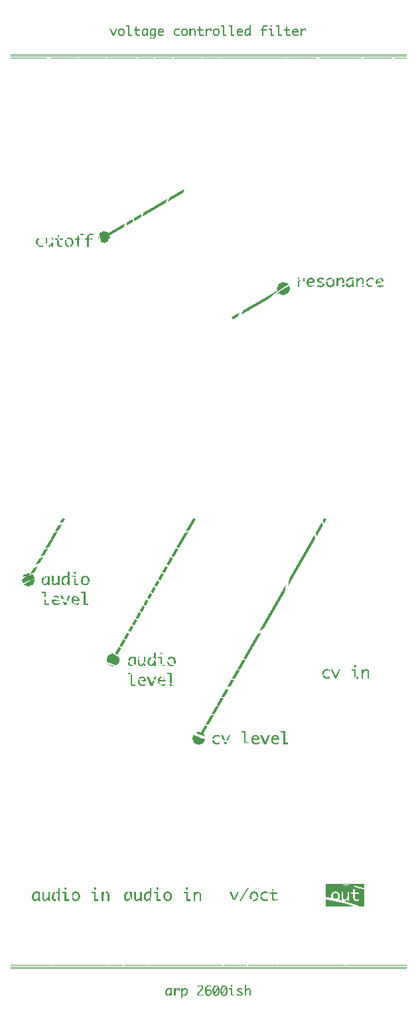
<source format=gbr>
G04 #@! TF.GenerationSoftware,KiCad,Pcbnew,7.0.2-0*
G04 #@! TF.CreationDate,2024-03-31T22:48:25+02:00*
G04 #@! TF.ProjectId,2600ish Panel,32363030-6973-4682-9050-616e656c2e6b,rev?*
G04 #@! TF.SameCoordinates,Original*
G04 #@! TF.FileFunction,Legend,Top*
G04 #@! TF.FilePolarity,Positive*
%FSLAX46Y46*%
G04 Gerber Fmt 4.6, Leading zero omitted, Abs format (unit mm)*
G04 Created by KiCad (PCBNEW 7.0.2-0) date 2024-03-31 22:48:25*
%MOMM*%
%LPD*%
G01*
G04 APERTURE LIST*
%ADD10C,0.300000*%
%ADD11C,0.100000*%
%ADD12C,0.750000*%
%ADD13C,0.850000*%
%ADD14C,0.240000*%
%ADD15C,7.000000*%
%ADD16C,6.000000*%
G04 APERTURE END LIST*
D10*
G36*
X200419928Y-137392203D02*
G01*
X200437592Y-137393517D01*
X200454790Y-137395706D01*
X200471521Y-137398772D01*
X200487785Y-137402713D01*
X200503583Y-137407530D01*
X200518915Y-137413223D01*
X200533780Y-137419792D01*
X200548178Y-137427237D01*
X200562110Y-137435557D01*
X200575575Y-137444753D01*
X200588574Y-137454825D01*
X200601106Y-137465773D01*
X200613172Y-137477597D01*
X200624771Y-137490297D01*
X200635904Y-137503872D01*
X200646507Y-137518176D01*
X200656426Y-137533153D01*
X200665661Y-137548802D01*
X200674212Y-137565124D01*
X200682079Y-137582118D01*
X200689261Y-137599786D01*
X200695760Y-137618125D01*
X200701575Y-137637137D01*
X200706705Y-137656822D01*
X200711152Y-137677180D01*
X200714914Y-137698210D01*
X200717992Y-137719913D01*
X200720387Y-137742288D01*
X200722097Y-137765336D01*
X200723123Y-137789057D01*
X200723465Y-137813450D01*
X200723123Y-137837934D01*
X200722097Y-137861742D01*
X200720387Y-137884874D01*
X200717992Y-137907331D01*
X200714914Y-137929113D01*
X200711152Y-137950219D01*
X200706705Y-137970649D01*
X200701575Y-137990404D01*
X200695760Y-138009484D01*
X200689261Y-138027888D01*
X200682079Y-138045616D01*
X200674212Y-138062670D01*
X200665661Y-138079047D01*
X200656426Y-138094749D01*
X200646507Y-138109776D01*
X200635904Y-138124127D01*
X200624771Y-138137658D01*
X200613172Y-138150317D01*
X200601106Y-138162102D01*
X200588574Y-138173014D01*
X200575575Y-138183053D01*
X200562110Y-138192219D01*
X200548178Y-138200513D01*
X200533780Y-138207933D01*
X200518915Y-138214480D01*
X200503583Y-138220155D01*
X200487785Y-138224956D01*
X200471521Y-138228884D01*
X200454790Y-138231940D01*
X200437592Y-138234122D01*
X200419928Y-138235432D01*
X200401797Y-138235868D01*
X200383576Y-138235432D01*
X200365825Y-138234122D01*
X200348543Y-138231940D01*
X200331730Y-138228884D01*
X200315387Y-138224956D01*
X200299513Y-138220155D01*
X200284108Y-138214480D01*
X200269173Y-138207933D01*
X200254708Y-138200513D01*
X200240711Y-138192219D01*
X200227184Y-138183053D01*
X200214127Y-138173014D01*
X200201539Y-138162102D01*
X200189420Y-138150317D01*
X200177771Y-138137658D01*
X200166591Y-138124127D01*
X200156032Y-138109776D01*
X200146155Y-138094749D01*
X200136959Y-138079047D01*
X200128444Y-138062670D01*
X200120610Y-138045616D01*
X200113457Y-138027888D01*
X200106985Y-138009484D01*
X200101195Y-137990404D01*
X200096086Y-137970649D01*
X200091658Y-137950219D01*
X200087912Y-137929113D01*
X200084846Y-137907331D01*
X200082462Y-137884874D01*
X200080759Y-137861742D01*
X200079737Y-137837934D01*
X200079397Y-137813450D01*
X200079737Y-137789057D01*
X200080759Y-137765336D01*
X200082462Y-137742288D01*
X200084846Y-137719913D01*
X200087912Y-137698210D01*
X200091658Y-137677180D01*
X200096086Y-137656822D01*
X200101195Y-137637137D01*
X200106985Y-137618125D01*
X200113457Y-137599786D01*
X200120610Y-137582118D01*
X200128444Y-137565124D01*
X200136959Y-137548802D01*
X200146155Y-137533153D01*
X200156032Y-137518176D01*
X200166591Y-137503872D01*
X200177771Y-137490297D01*
X200189420Y-137477597D01*
X200201539Y-137465773D01*
X200214127Y-137454825D01*
X200227184Y-137444753D01*
X200240711Y-137435557D01*
X200254708Y-137427237D01*
X200269173Y-137419792D01*
X200284108Y-137413223D01*
X200299513Y-137407530D01*
X200315387Y-137402713D01*
X200331730Y-137398772D01*
X200348543Y-137395706D01*
X200365825Y-137393517D01*
X200383576Y-137392203D01*
X200401797Y-137391765D01*
X200419928Y-137392203D01*
G37*
G36*
X204084558Y-139087733D02*
G01*
X199184301Y-139087733D01*
X199184301Y-137813450D01*
X199848587Y-137813450D01*
X199848734Y-137829804D01*
X199849175Y-137845982D01*
X199849910Y-137861986D01*
X199850940Y-137877816D01*
X199852263Y-137893471D01*
X199853881Y-137908951D01*
X199855792Y-137924257D01*
X199857998Y-137939388D01*
X199860498Y-137954345D01*
X199863292Y-137969126D01*
X199866380Y-137983734D01*
X199869762Y-137998167D01*
X199877408Y-138026508D01*
X199886231Y-138054152D01*
X199896230Y-138081097D01*
X199907406Y-138107343D01*
X199919758Y-138132891D01*
X199933286Y-138157741D01*
X199947991Y-138181893D01*
X199963872Y-138205346D01*
X199980929Y-138228100D01*
X199999163Y-138250157D01*
X200018424Y-138271141D01*
X200038472Y-138290771D01*
X200059308Y-138309048D01*
X200080931Y-138325971D01*
X200103340Y-138341540D01*
X200126537Y-138355755D01*
X200150521Y-138368617D01*
X200175292Y-138380124D01*
X200200851Y-138390278D01*
X200227196Y-138399078D01*
X200254328Y-138406524D01*
X200282248Y-138412616D01*
X200310954Y-138417355D01*
X200325603Y-138419216D01*
X200340448Y-138420739D01*
X200355490Y-138421924D01*
X200370729Y-138422770D01*
X200386165Y-138423278D01*
X200401797Y-138423447D01*
X200417361Y-138423278D01*
X200432731Y-138422770D01*
X200447904Y-138421924D01*
X200462883Y-138420739D01*
X200477666Y-138419216D01*
X200492253Y-138417355D01*
X200520843Y-138412616D01*
X200548650Y-138406524D01*
X200575677Y-138399078D01*
X200601922Y-138390278D01*
X200627386Y-138380124D01*
X200652068Y-138368617D01*
X200675969Y-138355755D01*
X200699089Y-138341540D01*
X200721427Y-138325971D01*
X200742984Y-138309048D01*
X200763759Y-138290771D01*
X200783753Y-138271141D01*
X200802966Y-138250157D01*
X200812252Y-138239216D01*
X200829941Y-138216810D01*
X200846450Y-138193706D01*
X200861780Y-138169904D01*
X200875931Y-138145404D01*
X200888903Y-138120205D01*
X200900695Y-138094307D01*
X200911308Y-138067711D01*
X200920742Y-138040417D01*
X200928997Y-138012425D01*
X200932682Y-137998167D01*
X200936072Y-137983734D01*
X200939168Y-137969126D01*
X200941968Y-137954345D01*
X200944474Y-137939388D01*
X200946685Y-137924257D01*
X200948601Y-137908951D01*
X200950223Y-137893471D01*
X200951550Y-137877816D01*
X200952581Y-137861986D01*
X200953318Y-137845982D01*
X200953761Y-137829804D01*
X200953908Y-137813450D01*
X200953761Y-137797098D01*
X200953318Y-137780921D01*
X200952581Y-137764921D01*
X200951550Y-137749096D01*
X200950223Y-137733448D01*
X200948601Y-137717975D01*
X200946685Y-137702679D01*
X200944474Y-137687558D01*
X200941968Y-137672614D01*
X200939168Y-137657846D01*
X200936072Y-137643253D01*
X200932682Y-137628837D01*
X200925017Y-137600533D01*
X200916173Y-137572932D01*
X200906149Y-137546036D01*
X200894946Y-137519844D01*
X200882564Y-137494356D01*
X200869003Y-137469572D01*
X200854263Y-137445492D01*
X200838343Y-137422116D01*
X200821244Y-137399444D01*
X200802966Y-137377477D01*
X200783753Y-137356492D01*
X200763759Y-137336862D01*
X200742984Y-137318585D01*
X200721427Y-137301662D01*
X200699089Y-137286093D01*
X200675969Y-137271878D01*
X200652068Y-137259017D01*
X200627386Y-137247509D01*
X200601922Y-137237355D01*
X200575677Y-137228555D01*
X200572334Y-137227634D01*
X201166399Y-137227634D01*
X201166399Y-137876465D01*
X201166432Y-137892286D01*
X201166531Y-137907783D01*
X201166696Y-137922957D01*
X201166926Y-137937808D01*
X201167584Y-137966539D01*
X201168506Y-137993976D01*
X201169691Y-138020120D01*
X201171139Y-138044970D01*
X201172851Y-138068526D01*
X201174826Y-138090788D01*
X201177064Y-138111757D01*
X201179566Y-138131432D01*
X201182330Y-138149813D01*
X201185359Y-138166900D01*
X201188650Y-138182694D01*
X201194081Y-138203959D01*
X201200105Y-138222313D01*
X201204568Y-138233400D01*
X201212031Y-138249531D01*
X201220415Y-138265063D01*
X201229720Y-138279996D01*
X201239945Y-138294331D01*
X201251092Y-138308066D01*
X201263160Y-138321203D01*
X201276148Y-138333740D01*
X201290057Y-138345679D01*
X201304887Y-138357019D01*
X201320639Y-138367759D01*
X201331559Y-138374503D01*
X201348193Y-138383802D01*
X201365129Y-138392123D01*
X201382368Y-138399464D01*
X201399909Y-138405827D01*
X201417753Y-138411211D01*
X201435900Y-138415616D01*
X201454350Y-138419042D01*
X201473102Y-138421489D01*
X201492157Y-138422957D01*
X201511514Y-138423447D01*
X201525984Y-138423175D01*
X201547684Y-138421747D01*
X201569377Y-138419096D01*
X201583836Y-138416649D01*
X201598291Y-138413658D01*
X201612744Y-138410123D01*
X201627194Y-138406045D01*
X201641641Y-138401422D01*
X201656085Y-138396256D01*
X201670527Y-138390546D01*
X201684965Y-138384292D01*
X201699401Y-138377494D01*
X201713833Y-138370152D01*
X201728263Y-138362267D01*
X201742690Y-138353838D01*
X201756947Y-138344990D01*
X201770866Y-138335851D01*
X201784447Y-138326420D01*
X201797691Y-138316697D01*
X201810596Y-138306683D01*
X201823164Y-138296376D01*
X201835395Y-138285777D01*
X201847287Y-138274886D01*
X201858842Y-138263703D01*
X201870059Y-138252229D01*
X201880938Y-138240462D01*
X201891480Y-138228404D01*
X201901684Y-138216053D01*
X201911550Y-138203411D01*
X201921078Y-138190476D01*
X201930269Y-138177250D01*
X201930269Y-138400000D01*
X202144592Y-138400000D01*
X202144592Y-137509002D01*
X202378699Y-137509002D01*
X202664829Y-137509002D01*
X202664829Y-137954501D01*
X202665034Y-137977843D01*
X202665648Y-138000428D01*
X202666671Y-138022254D01*
X202668104Y-138043321D01*
X202669945Y-138063630D01*
X202672197Y-138083180D01*
X202674857Y-138101972D01*
X202677927Y-138120006D01*
X202681406Y-138137281D01*
X202685294Y-138153797D01*
X202689592Y-138169555D01*
X202694299Y-138184554D01*
X202699415Y-138198795D01*
X202707857Y-138218735D01*
X202717219Y-138236967D01*
X202723963Y-138248332D01*
X202734808Y-138264718D01*
X202746528Y-138280313D01*
X202759125Y-138295115D01*
X202772598Y-138309125D01*
X202786946Y-138322344D01*
X202802170Y-138334769D01*
X202818270Y-138346403D01*
X202835246Y-138357245D01*
X202853097Y-138367295D01*
X202871825Y-138376552D01*
X202878256Y-138379437D01*
X202897780Y-138387543D01*
X202917651Y-138394825D01*
X202937871Y-138401282D01*
X202958438Y-138406915D01*
X202979353Y-138411723D01*
X203000616Y-138415707D01*
X203022226Y-138418867D01*
X203036826Y-138420516D01*
X203051581Y-138421798D01*
X203066490Y-138422714D01*
X203081554Y-138423264D01*
X203096773Y-138423447D01*
X203107593Y-138423347D01*
X203125784Y-138422737D01*
X203140479Y-138421850D01*
X203155299Y-138420607D01*
X203170246Y-138419010D01*
X203185318Y-138417058D01*
X203200517Y-138414751D01*
X203215841Y-138412090D01*
X203223852Y-138410472D01*
X203241781Y-138406053D01*
X203256896Y-138401702D01*
X203273440Y-138396462D01*
X203291414Y-138390333D01*
X203310818Y-138383316D01*
X203324548Y-138378144D01*
X203338914Y-138372577D01*
X203353915Y-138366615D01*
X203369551Y-138360258D01*
X203385823Y-138353506D01*
X203402730Y-138346359D01*
X203420272Y-138338817D01*
X203420272Y-138141713D01*
X203399468Y-138153114D01*
X203378913Y-138163780D01*
X203358607Y-138173711D01*
X203338550Y-138182906D01*
X203318742Y-138191365D01*
X203299183Y-138199089D01*
X203279873Y-138206077D01*
X203260812Y-138212329D01*
X203242000Y-138217846D01*
X203223437Y-138222628D01*
X203205123Y-138226673D01*
X203187059Y-138229984D01*
X203169243Y-138232558D01*
X203151676Y-138234397D01*
X203134358Y-138235501D01*
X203117289Y-138235868D01*
X203103934Y-138235649D01*
X203086677Y-138234676D01*
X203070051Y-138232925D01*
X203054054Y-138230394D01*
X203038686Y-138227086D01*
X203023949Y-138222998D01*
X203009841Y-138218133D01*
X202993092Y-138210956D01*
X202980412Y-138204292D01*
X202965480Y-138194740D01*
X202951568Y-138183827D01*
X202938675Y-138171556D01*
X202926803Y-138157924D01*
X202918038Y-138146040D01*
X202909927Y-138133286D01*
X202902628Y-138118763D01*
X202896303Y-138101756D01*
X202892197Y-138087370D01*
X202888639Y-138071587D01*
X202885628Y-138054406D01*
X202883165Y-138035828D01*
X202881249Y-138015852D01*
X202879881Y-137994479D01*
X202879272Y-137979453D01*
X202878908Y-137963807D01*
X202878786Y-137947540D01*
X202878786Y-137509002D01*
X203388399Y-137509002D01*
X203388399Y-137321423D01*
X202878786Y-137321423D01*
X202878786Y-136875924D01*
X202664829Y-136875924D01*
X202664829Y-137321423D01*
X202378699Y-137321423D01*
X202378699Y-137509002D01*
X202144592Y-137509002D01*
X202144592Y-137227634D01*
X201930269Y-137227634D01*
X201930269Y-137908339D01*
X201920954Y-137925740D01*
X201911327Y-137942771D01*
X201901388Y-137959434D01*
X201891137Y-137975727D01*
X201880573Y-137991651D01*
X201869698Y-138007205D01*
X201858511Y-138022391D01*
X201847013Y-138037207D01*
X201835202Y-138051654D01*
X201823079Y-138065732D01*
X201810644Y-138079441D01*
X201797897Y-138092780D01*
X201784838Y-138105750D01*
X201771467Y-138118351D01*
X201757784Y-138130583D01*
X201743789Y-138142445D01*
X201729750Y-138153758D01*
X201715843Y-138164341D01*
X201702067Y-138174195D01*
X201688423Y-138183318D01*
X201674910Y-138191711D01*
X201661529Y-138199375D01*
X201648280Y-138206309D01*
X201628653Y-138215341D01*
X201609322Y-138222731D01*
X201590288Y-138228478D01*
X201571550Y-138232584D01*
X201553108Y-138235047D01*
X201534962Y-138235868D01*
X201523782Y-138235376D01*
X201507334Y-138232791D01*
X201491273Y-138227991D01*
X201475598Y-138220976D01*
X201462831Y-138213438D01*
X201450332Y-138204361D01*
X201445525Y-138200304D01*
X201434321Y-138189522D01*
X201424280Y-138177828D01*
X201415401Y-138165222D01*
X201407686Y-138151703D01*
X201401133Y-138137272D01*
X201395743Y-138121929D01*
X201394819Y-138118658D01*
X201391416Y-138103348D01*
X201388482Y-138084477D01*
X201386590Y-138067988D01*
X201384962Y-138049495D01*
X201383597Y-138029000D01*
X201382835Y-138014224D01*
X201382189Y-137998557D01*
X201381661Y-137982001D01*
X201381250Y-137964554D01*
X201380957Y-137946217D01*
X201380781Y-137926990D01*
X201380722Y-137906873D01*
X201380722Y-137227634D01*
X201166399Y-137227634D01*
X200572334Y-137227634D01*
X200548650Y-137221109D01*
X200520843Y-137215017D01*
X200492253Y-137210279D01*
X200477666Y-137208417D01*
X200462883Y-137206894D01*
X200447904Y-137205710D01*
X200432731Y-137204863D01*
X200417361Y-137204356D01*
X200401797Y-137204187D01*
X200386165Y-137204356D01*
X200370729Y-137204863D01*
X200355490Y-137205710D01*
X200340448Y-137206894D01*
X200325603Y-137208417D01*
X200310954Y-137210279D01*
X200282248Y-137215017D01*
X200254328Y-137221109D01*
X200227196Y-137228555D01*
X200200851Y-137237355D01*
X200175292Y-137247509D01*
X200150521Y-137259017D01*
X200126537Y-137271878D01*
X200103340Y-137286093D01*
X200080931Y-137301662D01*
X200059308Y-137318585D01*
X200038472Y-137336862D01*
X200018424Y-137356492D01*
X199999163Y-137377477D01*
X199989899Y-137388373D01*
X199972253Y-137410692D01*
X199955784Y-137433716D01*
X199940491Y-137457444D01*
X199926375Y-137481876D01*
X199913435Y-137507012D01*
X199901671Y-137532852D01*
X199891083Y-137559396D01*
X199881673Y-137586644D01*
X199873438Y-137614597D01*
X199869762Y-137628837D01*
X199866380Y-137643253D01*
X199863292Y-137657846D01*
X199860498Y-137672614D01*
X199857998Y-137687558D01*
X199855792Y-137702679D01*
X199853881Y-137717975D01*
X199852263Y-137733448D01*
X199850940Y-137749096D01*
X199849910Y-137764921D01*
X199849175Y-137780921D01*
X199848734Y-137797098D01*
X199848587Y-137813450D01*
X199184301Y-137813450D01*
X199184301Y-136211638D01*
X204084558Y-136211638D01*
X204084558Y-139087733D01*
G37*
G36*
X187384526Y-138400000D02*
G01*
X186876745Y-137227634D01*
X187111584Y-137227634D01*
X187496633Y-138120830D01*
X187890108Y-137227634D01*
X188106263Y-137227634D01*
X187594819Y-138400000D01*
X187384526Y-138400000D01*
G37*
G36*
X188349529Y-138423447D02*
G01*
X188134473Y-138423447D01*
X189160660Y-136711793D01*
X189369121Y-136711793D01*
X188349529Y-138423447D01*
G37*
G36*
X190027655Y-137204356D02*
G01*
X190043024Y-137204863D01*
X190058197Y-137205710D01*
X190073176Y-137206894D01*
X190087959Y-137208417D01*
X190102546Y-137210279D01*
X190131136Y-137215017D01*
X190158944Y-137221109D01*
X190185970Y-137228555D01*
X190212215Y-137237355D01*
X190237679Y-137247509D01*
X190262361Y-137259017D01*
X190286262Y-137271878D01*
X190309382Y-137286093D01*
X190331720Y-137301662D01*
X190353277Y-137318585D01*
X190374052Y-137336862D01*
X190394046Y-137356492D01*
X190413259Y-137377477D01*
X190431537Y-137399444D01*
X190448636Y-137422116D01*
X190464556Y-137445492D01*
X190479296Y-137469572D01*
X190492857Y-137494356D01*
X190505239Y-137519844D01*
X190516442Y-137546036D01*
X190526466Y-137572932D01*
X190535310Y-137600533D01*
X190542975Y-137628837D01*
X190546365Y-137643253D01*
X190549461Y-137657846D01*
X190552261Y-137672614D01*
X190554767Y-137687558D01*
X190556978Y-137702679D01*
X190558895Y-137717975D01*
X190560516Y-137733448D01*
X190561843Y-137749096D01*
X190562875Y-137764921D01*
X190563612Y-137780921D01*
X190564054Y-137797098D01*
X190564201Y-137813450D01*
X190564054Y-137829804D01*
X190563612Y-137845982D01*
X190562875Y-137861986D01*
X190561843Y-137877816D01*
X190560516Y-137893471D01*
X190558895Y-137908951D01*
X190556978Y-137924257D01*
X190554767Y-137939388D01*
X190552261Y-137954345D01*
X190549461Y-137969126D01*
X190546365Y-137983734D01*
X190542975Y-137998167D01*
X190539290Y-138012425D01*
X190531035Y-138040417D01*
X190521601Y-138067711D01*
X190510988Y-138094307D01*
X190499196Y-138120205D01*
X190486224Y-138145404D01*
X190472073Y-138169904D01*
X190456743Y-138193706D01*
X190440234Y-138216810D01*
X190422546Y-138239216D01*
X190413259Y-138250157D01*
X190394046Y-138271141D01*
X190374052Y-138290771D01*
X190353277Y-138309048D01*
X190331720Y-138325971D01*
X190309382Y-138341540D01*
X190286262Y-138355755D01*
X190262361Y-138368617D01*
X190237679Y-138380124D01*
X190212215Y-138390278D01*
X190185970Y-138399078D01*
X190158944Y-138406524D01*
X190131136Y-138412616D01*
X190102546Y-138417355D01*
X190087959Y-138419216D01*
X190073176Y-138420739D01*
X190058197Y-138421924D01*
X190043024Y-138422770D01*
X190027655Y-138423278D01*
X190012090Y-138423447D01*
X189996458Y-138423278D01*
X189981022Y-138422770D01*
X189965783Y-138421924D01*
X189950741Y-138420739D01*
X189935896Y-138419216D01*
X189921248Y-138417355D01*
X189892541Y-138412616D01*
X189864621Y-138406524D01*
X189837489Y-138399078D01*
X189811144Y-138390278D01*
X189785586Y-138380124D01*
X189760814Y-138368617D01*
X189736830Y-138355755D01*
X189713634Y-138341540D01*
X189691224Y-138325971D01*
X189669601Y-138309048D01*
X189648766Y-138290771D01*
X189628717Y-138271141D01*
X189609456Y-138250157D01*
X189591222Y-138228100D01*
X189574165Y-138205346D01*
X189558284Y-138181893D01*
X189543579Y-138157741D01*
X189530051Y-138132891D01*
X189517699Y-138107343D01*
X189506523Y-138081097D01*
X189496524Y-138054152D01*
X189487701Y-138026508D01*
X189480055Y-137998167D01*
X189476673Y-137983734D01*
X189473585Y-137969126D01*
X189470791Y-137954345D01*
X189468291Y-137939388D01*
X189466085Y-137924257D01*
X189464174Y-137908951D01*
X189462556Y-137893471D01*
X189461233Y-137877816D01*
X189460204Y-137861986D01*
X189459468Y-137845982D01*
X189459027Y-137829804D01*
X189458880Y-137813450D01*
X189689690Y-137813450D01*
X189690030Y-137837934D01*
X189691052Y-137861742D01*
X189692755Y-137884874D01*
X189695139Y-137907331D01*
X189698205Y-137929113D01*
X189701951Y-137950219D01*
X189706379Y-137970649D01*
X189711488Y-137990404D01*
X189717279Y-138009484D01*
X189723750Y-138027888D01*
X189730903Y-138045616D01*
X189738737Y-138062670D01*
X189747252Y-138079047D01*
X189756448Y-138094749D01*
X189766326Y-138109776D01*
X189776884Y-138124127D01*
X189788064Y-138137658D01*
X189799713Y-138150317D01*
X189811832Y-138162102D01*
X189824420Y-138173014D01*
X189837478Y-138183053D01*
X189851004Y-138192219D01*
X189865001Y-138200513D01*
X189879466Y-138207933D01*
X189894401Y-138214480D01*
X189909806Y-138220155D01*
X189925680Y-138224956D01*
X189942023Y-138228884D01*
X189958836Y-138231940D01*
X189976118Y-138234122D01*
X189993869Y-138235432D01*
X190012090Y-138235868D01*
X190030221Y-138235432D01*
X190047885Y-138234122D01*
X190065083Y-138231940D01*
X190081814Y-138228884D01*
X190098079Y-138224956D01*
X190113877Y-138220155D01*
X190129208Y-138214480D01*
X190144073Y-138207933D01*
X190158471Y-138200513D01*
X190172403Y-138192219D01*
X190185869Y-138183053D01*
X190198867Y-138173014D01*
X190211400Y-138162102D01*
X190223465Y-138150317D01*
X190235064Y-138137658D01*
X190246197Y-138124127D01*
X190256800Y-138109776D01*
X190266719Y-138094749D01*
X190275954Y-138079047D01*
X190284505Y-138062670D01*
X190292372Y-138045616D01*
X190299555Y-138027888D01*
X190306053Y-138009484D01*
X190311868Y-137990404D01*
X190316998Y-137970649D01*
X190321445Y-137950219D01*
X190325207Y-137929113D01*
X190328286Y-137907331D01*
X190330680Y-137884874D01*
X190332390Y-137861742D01*
X190333416Y-137837934D01*
X190333758Y-137813450D01*
X190333416Y-137789057D01*
X190332390Y-137765336D01*
X190330680Y-137742288D01*
X190328286Y-137719913D01*
X190325207Y-137698210D01*
X190321445Y-137677180D01*
X190316998Y-137656822D01*
X190311868Y-137637137D01*
X190306053Y-137618125D01*
X190299555Y-137599786D01*
X190292372Y-137582118D01*
X190284505Y-137565124D01*
X190275954Y-137548802D01*
X190266719Y-137533153D01*
X190256800Y-137518176D01*
X190246197Y-137503872D01*
X190235064Y-137490297D01*
X190223465Y-137477597D01*
X190211400Y-137465773D01*
X190198867Y-137454825D01*
X190185869Y-137444753D01*
X190172403Y-137435557D01*
X190158471Y-137427237D01*
X190144073Y-137419792D01*
X190129208Y-137413223D01*
X190113877Y-137407530D01*
X190098079Y-137402713D01*
X190081814Y-137398772D01*
X190065083Y-137395706D01*
X190047885Y-137393517D01*
X190030221Y-137392203D01*
X190012090Y-137391765D01*
X189993869Y-137392203D01*
X189976118Y-137393517D01*
X189958836Y-137395706D01*
X189942023Y-137398772D01*
X189925680Y-137402713D01*
X189909806Y-137407530D01*
X189894401Y-137413223D01*
X189879466Y-137419792D01*
X189865001Y-137427237D01*
X189851004Y-137435557D01*
X189837478Y-137444753D01*
X189824420Y-137454825D01*
X189811832Y-137465773D01*
X189799713Y-137477597D01*
X189788064Y-137490297D01*
X189776884Y-137503872D01*
X189766326Y-137518176D01*
X189756448Y-137533153D01*
X189747252Y-137548802D01*
X189738737Y-137565124D01*
X189730903Y-137582118D01*
X189723750Y-137599786D01*
X189717279Y-137618125D01*
X189711488Y-137637137D01*
X189706379Y-137656822D01*
X189701951Y-137677180D01*
X189698205Y-137698210D01*
X189695139Y-137719913D01*
X189692755Y-137742288D01*
X189691052Y-137765336D01*
X189690030Y-137789057D01*
X189689690Y-137813450D01*
X189458880Y-137813450D01*
X189459027Y-137797098D01*
X189459468Y-137780921D01*
X189460204Y-137764921D01*
X189461233Y-137749096D01*
X189462556Y-137733448D01*
X189464174Y-137717975D01*
X189466085Y-137702679D01*
X189468291Y-137687558D01*
X189470791Y-137672614D01*
X189473585Y-137657846D01*
X189476673Y-137643253D01*
X189480055Y-137628837D01*
X189483731Y-137614597D01*
X189491966Y-137586644D01*
X189501377Y-137559396D01*
X189511964Y-137532852D01*
X189523728Y-137507012D01*
X189536668Y-137481876D01*
X189550784Y-137457444D01*
X189566077Y-137433716D01*
X189582546Y-137410692D01*
X189600192Y-137388373D01*
X189609456Y-137377477D01*
X189628717Y-137356492D01*
X189648766Y-137336862D01*
X189669601Y-137318585D01*
X189691224Y-137301662D01*
X189713634Y-137286093D01*
X189736830Y-137271878D01*
X189760814Y-137259017D01*
X189785586Y-137247509D01*
X189811144Y-137237355D01*
X189837489Y-137228555D01*
X189864621Y-137221109D01*
X189892541Y-137215017D01*
X189921248Y-137210279D01*
X189935896Y-137208417D01*
X189950741Y-137206894D01*
X189965783Y-137205710D01*
X189981022Y-137204863D01*
X189996458Y-137204356D01*
X190012090Y-137204187D01*
X190027655Y-137204356D01*
G37*
G36*
X191776501Y-138359699D02*
G01*
X191751416Y-138367419D01*
X191726538Y-138374640D01*
X191701865Y-138381364D01*
X191677399Y-138387589D01*
X191653139Y-138393316D01*
X191629085Y-138398545D01*
X191605237Y-138403277D01*
X191581595Y-138407510D01*
X191558159Y-138411245D01*
X191534929Y-138414482D01*
X191511905Y-138417221D01*
X191489088Y-138419463D01*
X191466476Y-138421206D01*
X191444071Y-138422451D01*
X191421871Y-138423198D01*
X191399878Y-138423447D01*
X191378049Y-138423133D01*
X191356527Y-138422193D01*
X191335311Y-138420626D01*
X191314401Y-138418432D01*
X191293797Y-138415611D01*
X191273500Y-138412164D01*
X191253508Y-138408090D01*
X191233824Y-138403388D01*
X191214445Y-138398060D01*
X191195372Y-138392105D01*
X191176606Y-138385524D01*
X191158146Y-138378315D01*
X191139993Y-138370480D01*
X191122145Y-138362018D01*
X191104604Y-138352929D01*
X191087369Y-138343213D01*
X191070567Y-138332962D01*
X191054231Y-138322267D01*
X191038361Y-138311129D01*
X191022958Y-138299547D01*
X191008021Y-138287521D01*
X190993552Y-138275052D01*
X190979548Y-138262139D01*
X190966011Y-138248783D01*
X190952941Y-138234982D01*
X190940337Y-138220739D01*
X190928200Y-138206051D01*
X190916529Y-138190920D01*
X190905325Y-138175345D01*
X190894587Y-138159327D01*
X190884316Y-138142865D01*
X190874512Y-138125959D01*
X190865284Y-138108641D01*
X190856651Y-138091034D01*
X190848614Y-138073138D01*
X190841173Y-138054953D01*
X190834326Y-138036479D01*
X190828075Y-138017716D01*
X190822419Y-137998663D01*
X190817359Y-137979322D01*
X190812894Y-137959691D01*
X190809024Y-137939772D01*
X190805750Y-137919563D01*
X190803071Y-137899065D01*
X190800987Y-137878278D01*
X190799499Y-137857202D01*
X190798606Y-137835837D01*
X190798308Y-137814183D01*
X190798477Y-137797875D01*
X190798985Y-137781740D01*
X190799831Y-137765778D01*
X190801016Y-137749989D01*
X190802539Y-137734374D01*
X190804400Y-137718931D01*
X190806600Y-137703662D01*
X190809139Y-137688566D01*
X190812016Y-137673643D01*
X190815231Y-137658893D01*
X190818785Y-137644317D01*
X190822677Y-137629913D01*
X190826908Y-137615683D01*
X190831477Y-137601626D01*
X190836384Y-137587742D01*
X190841631Y-137574031D01*
X190853138Y-137547129D01*
X190865999Y-137520920D01*
X190880215Y-137495403D01*
X190895784Y-137470579D01*
X190904076Y-137458427D01*
X190912707Y-137446448D01*
X190921676Y-137434642D01*
X190930983Y-137423009D01*
X190940629Y-137411549D01*
X190950614Y-137400263D01*
X190960937Y-137389150D01*
X190971598Y-137378210D01*
X190982499Y-137367503D01*
X190993539Y-137357136D01*
X191004718Y-137347110D01*
X191016037Y-137337423D01*
X191027496Y-137328076D01*
X191039094Y-137319069D01*
X191062708Y-137302074D01*
X191086881Y-137286440D01*
X191111612Y-137272164D01*
X191136902Y-137259248D01*
X191162749Y-137247692D01*
X191189154Y-137237496D01*
X191216118Y-137228659D01*
X191243639Y-137221181D01*
X191271719Y-137215063D01*
X191300357Y-137210305D01*
X191329553Y-137206906D01*
X191344361Y-137205716D01*
X191359308Y-137204866D01*
X191374394Y-137204356D01*
X191389620Y-137204187D01*
X191412126Y-137204468D01*
X191434854Y-137205314D01*
X191457807Y-137206724D01*
X191480982Y-137208697D01*
X191504381Y-137211235D01*
X191528003Y-137214336D01*
X191551848Y-137218001D01*
X191575916Y-137222230D01*
X191600208Y-137227023D01*
X191624723Y-137232379D01*
X191649461Y-137238300D01*
X191674422Y-137244784D01*
X191699607Y-137251832D01*
X191725015Y-137259445D01*
X191750646Y-137267620D01*
X191776501Y-137276360D01*
X191776501Y-137488852D01*
X191749941Y-137477095D01*
X191723841Y-137466097D01*
X191698203Y-137455857D01*
X191673026Y-137446376D01*
X191648309Y-137437654D01*
X191624053Y-137429689D01*
X191600258Y-137422484D01*
X191576924Y-137416037D01*
X191554050Y-137410348D01*
X191531638Y-137405418D01*
X191509686Y-137401246D01*
X191488195Y-137397833D01*
X191467165Y-137395178D01*
X191446595Y-137393282D01*
X191426487Y-137392144D01*
X191406839Y-137391765D01*
X191387852Y-137392203D01*
X191369083Y-137393517D01*
X191350534Y-137395706D01*
X191332204Y-137398772D01*
X191314092Y-137402713D01*
X191296200Y-137407530D01*
X191278526Y-137413223D01*
X191261072Y-137419792D01*
X191243836Y-137427237D01*
X191226820Y-137435557D01*
X191215597Y-137441591D01*
X191199255Y-137451360D01*
X191183616Y-137462121D01*
X191168678Y-137473874D01*
X191154443Y-137486619D01*
X191140909Y-137500356D01*
X191128077Y-137515084D01*
X191115948Y-137530804D01*
X191104520Y-137547516D01*
X191093794Y-137565219D01*
X191083770Y-137583915D01*
X191077478Y-137596929D01*
X191068770Y-137616839D01*
X191060918Y-137636866D01*
X191053923Y-137657008D01*
X191047785Y-137677266D01*
X191042503Y-137697640D01*
X191038078Y-137718130D01*
X191034509Y-137738736D01*
X191031797Y-137759457D01*
X191029941Y-137780295D01*
X191028941Y-137801249D01*
X191028751Y-137815282D01*
X191029119Y-137833957D01*
X191030222Y-137852520D01*
X191032061Y-137870971D01*
X191034636Y-137889311D01*
X191037946Y-137907539D01*
X191041992Y-137925655D01*
X191046773Y-137943660D01*
X191052290Y-137961553D01*
X191058543Y-137979335D01*
X191065531Y-137997005D01*
X191073254Y-138014563D01*
X191081714Y-138032009D01*
X191090909Y-138049345D01*
X191100839Y-138066568D01*
X191111505Y-138083680D01*
X191122907Y-138100680D01*
X191135094Y-138117050D01*
X191148117Y-138132365D01*
X191161976Y-138146623D01*
X191176671Y-138159825D01*
X191192201Y-138171971D01*
X191208567Y-138183060D01*
X191225769Y-138193094D01*
X191243807Y-138202071D01*
X191262680Y-138209992D01*
X191282390Y-138216857D01*
X191302935Y-138222666D01*
X191324315Y-138227419D01*
X191346532Y-138231116D01*
X191369584Y-138233756D01*
X191393472Y-138235340D01*
X191418196Y-138235868D01*
X191433555Y-138235737D01*
X191448856Y-138235342D01*
X191464101Y-138234683D01*
X191479288Y-138233762D01*
X191494417Y-138232577D01*
X191509490Y-138231128D01*
X191524505Y-138229417D01*
X191539463Y-138227442D01*
X191556230Y-138224528D01*
X191571217Y-138221284D01*
X191588271Y-138217131D01*
X191607392Y-138212070D01*
X191628581Y-138206101D01*
X191643855Y-138201618D01*
X191660048Y-138196730D01*
X191677160Y-138191439D01*
X191695191Y-138185745D01*
X191714140Y-138179647D01*
X191734008Y-138173146D01*
X191754795Y-138166240D01*
X191776501Y-138158932D01*
X191776501Y-138359699D01*
G37*
G36*
X193030565Y-138338817D02*
G01*
X193013023Y-138346359D01*
X192996116Y-138353506D01*
X192979844Y-138360258D01*
X192964208Y-138366615D01*
X192949207Y-138372577D01*
X192934841Y-138378144D01*
X192921111Y-138383316D01*
X192901708Y-138390333D01*
X192883734Y-138396462D01*
X192867189Y-138401702D01*
X192852075Y-138406053D01*
X192834146Y-138410472D01*
X192826134Y-138412090D01*
X192810810Y-138414751D01*
X192795611Y-138417058D01*
X192780539Y-138419010D01*
X192765593Y-138420607D01*
X192750772Y-138421850D01*
X192736077Y-138422737D01*
X192717886Y-138423347D01*
X192707066Y-138423447D01*
X192691847Y-138423264D01*
X192676784Y-138422714D01*
X192661874Y-138421798D01*
X192647119Y-138420516D01*
X192632519Y-138418867D01*
X192610909Y-138415707D01*
X192589646Y-138411723D01*
X192568731Y-138406915D01*
X192548164Y-138401282D01*
X192527944Y-138394825D01*
X192508073Y-138387543D01*
X192488549Y-138379437D01*
X192482118Y-138376552D01*
X192463391Y-138367295D01*
X192445539Y-138357245D01*
X192428563Y-138346403D01*
X192412463Y-138334769D01*
X192397239Y-138322344D01*
X192382891Y-138309125D01*
X192369418Y-138295115D01*
X192356822Y-138280313D01*
X192345101Y-138264718D01*
X192334256Y-138248332D01*
X192327512Y-138236967D01*
X192318150Y-138218735D01*
X192309708Y-138198795D01*
X192304592Y-138184554D01*
X192299885Y-138169555D01*
X192295587Y-138153797D01*
X192291699Y-138137281D01*
X192288220Y-138120006D01*
X192285150Y-138101972D01*
X192282490Y-138083180D01*
X192280239Y-138063630D01*
X192278397Y-138043321D01*
X192276964Y-138022254D01*
X192275941Y-138000428D01*
X192275327Y-137977843D01*
X192275122Y-137954501D01*
X192275122Y-137509002D01*
X191988992Y-137509002D01*
X191988992Y-137321423D01*
X192275122Y-137321423D01*
X192275122Y-136875924D01*
X192489079Y-136875924D01*
X192489079Y-137321423D01*
X192998692Y-137321423D01*
X192998692Y-137509002D01*
X192489079Y-137509002D01*
X192489079Y-137947540D01*
X192489201Y-137963807D01*
X192489566Y-137979453D01*
X192490174Y-137994479D01*
X192491542Y-138015852D01*
X192493458Y-138035828D01*
X192495922Y-138054406D01*
X192498932Y-138071587D01*
X192502490Y-138087370D01*
X192506596Y-138101756D01*
X192512921Y-138118763D01*
X192520220Y-138133286D01*
X192528332Y-138146040D01*
X192537096Y-138157924D01*
X192548969Y-138171556D01*
X192561861Y-138183827D01*
X192575773Y-138194740D01*
X192590705Y-138204292D01*
X192603385Y-138210956D01*
X192620134Y-138218133D01*
X192634242Y-138222998D01*
X192648980Y-138227086D01*
X192664347Y-138230394D01*
X192680344Y-138232925D01*
X192696970Y-138234676D01*
X192714227Y-138235649D01*
X192727582Y-138235868D01*
X192744651Y-138235501D01*
X192761969Y-138234397D01*
X192779536Y-138232558D01*
X192797352Y-138229984D01*
X192815417Y-138226673D01*
X192833731Y-138222628D01*
X192852293Y-138217846D01*
X192871105Y-138212329D01*
X192890166Y-138206077D01*
X192909476Y-138199089D01*
X192929035Y-138191365D01*
X192948843Y-138182906D01*
X192968900Y-138173711D01*
X192989206Y-138163780D01*
X193009761Y-138153114D01*
X193030565Y-138141713D01*
X193030565Y-138338817D01*
G37*
G36*
X174027383Y-137204580D02*
G01*
X174044187Y-137205462D01*
X174062743Y-137206847D01*
X174077810Y-137208217D01*
X174093861Y-137209869D01*
X174110898Y-137211806D01*
X174128921Y-137214025D01*
X174147928Y-137216528D01*
X174167921Y-137219315D01*
X174174804Y-137220307D01*
X174189282Y-137222711D01*
X174204573Y-137225029D01*
X174220844Y-137227360D01*
X174222798Y-137227634D01*
X174425764Y-137227634D01*
X174425764Y-138058548D01*
X174425950Y-138083452D01*
X174426508Y-138107881D01*
X174427438Y-138131835D01*
X174428741Y-138155314D01*
X174430415Y-138178318D01*
X174432462Y-138200846D01*
X174434880Y-138222900D01*
X174437671Y-138244478D01*
X174440834Y-138265581D01*
X174444368Y-138286209D01*
X174448275Y-138306362D01*
X174452554Y-138326040D01*
X174457205Y-138345242D01*
X174462229Y-138363970D01*
X174467624Y-138382222D01*
X174473391Y-138400000D01*
X174248810Y-138400000D01*
X174244202Y-138380487D01*
X174239858Y-138360557D01*
X174235779Y-138340207D01*
X174231963Y-138319439D01*
X174228411Y-138298253D01*
X174225124Y-138276648D01*
X174223079Y-138262012D01*
X174221151Y-138247190D01*
X174219341Y-138232182D01*
X174217648Y-138216988D01*
X174216072Y-138201608D01*
X174214614Y-138186041D01*
X174213273Y-138170289D01*
X174204310Y-138183966D01*
X174194914Y-138197337D01*
X174185087Y-138210402D01*
X174174827Y-138223160D01*
X174164136Y-138235612D01*
X174153012Y-138247758D01*
X174141455Y-138259598D01*
X174129467Y-138271131D01*
X174117046Y-138282358D01*
X174104193Y-138293279D01*
X174090908Y-138303893D01*
X174077191Y-138314202D01*
X174063042Y-138324204D01*
X174048460Y-138333899D01*
X174033447Y-138343289D01*
X174018001Y-138352372D01*
X174002416Y-138360979D01*
X173986986Y-138369030D01*
X173971710Y-138376526D01*
X173956589Y-138383467D01*
X173941622Y-138389853D01*
X173926810Y-138395683D01*
X173912153Y-138400958D01*
X173897650Y-138405678D01*
X173883302Y-138409843D01*
X173862069Y-138415048D01*
X173841184Y-138419005D01*
X173820647Y-138421712D01*
X173800457Y-138423169D01*
X173787191Y-138423447D01*
X173768720Y-138422947D01*
X173750492Y-138421449D01*
X173732507Y-138418952D01*
X173714765Y-138415455D01*
X173697267Y-138410960D01*
X173680012Y-138405466D01*
X173663001Y-138398973D01*
X173646232Y-138391482D01*
X173629707Y-138382991D01*
X173613426Y-138373501D01*
X173597387Y-138363012D01*
X173581592Y-138351525D01*
X173566040Y-138339038D01*
X173550732Y-138325553D01*
X173535666Y-138311069D01*
X173520844Y-138295586D01*
X173506603Y-138279055D01*
X173493281Y-138261520D01*
X173480878Y-138242979D01*
X173469393Y-138223435D01*
X173458827Y-138202886D01*
X173449180Y-138181332D01*
X173440452Y-138158773D01*
X173432642Y-138135210D01*
X173425751Y-138110642D01*
X173419779Y-138085069D01*
X173414726Y-138058492D01*
X173410592Y-138030910D01*
X173407376Y-138002324D01*
X173406112Y-137987654D01*
X173405079Y-137972733D01*
X173404275Y-137957561D01*
X173403701Y-137942137D01*
X173403356Y-137926463D01*
X173403241Y-137910537D01*
X173403399Y-137897348D01*
X173634051Y-137897348D01*
X173634290Y-137918262D01*
X173635007Y-137938506D01*
X173636202Y-137958081D01*
X173637875Y-137976986D01*
X173640026Y-137995221D01*
X173642655Y-138012787D01*
X173645762Y-138029683D01*
X173649347Y-138045908D01*
X173653409Y-138061465D01*
X173657950Y-138076351D01*
X173662969Y-138090568D01*
X173671394Y-138110637D01*
X173680894Y-138129199D01*
X173691469Y-138146254D01*
X173695234Y-138151605D01*
X173706837Y-138166663D01*
X173718705Y-138180241D01*
X173730837Y-138192338D01*
X173743233Y-138202953D01*
X173755893Y-138212087D01*
X173768817Y-138219740D01*
X173786460Y-138227639D01*
X173804572Y-138232906D01*
X173823153Y-138235539D01*
X173832620Y-138235868D01*
X173848669Y-138235079D01*
X173865078Y-138232713D01*
X173881848Y-138228768D01*
X173898978Y-138223246D01*
X173916469Y-138216146D01*
X173934321Y-138207468D01*
X173952533Y-138197212D01*
X173971106Y-138185379D01*
X173983688Y-138176613D01*
X173996431Y-138167146D01*
X174009334Y-138156978D01*
X174022397Y-138146109D01*
X174035496Y-138134606D01*
X174048415Y-138122627D01*
X174061153Y-138110174D01*
X174073711Y-138097245D01*
X174086089Y-138083841D01*
X174098286Y-138069963D01*
X174110303Y-138055608D01*
X174122140Y-138040779D01*
X174133796Y-138025475D01*
X174145272Y-138009696D01*
X174156568Y-137993441D01*
X174167683Y-137976711D01*
X174178618Y-137959507D01*
X174189373Y-137941827D01*
X174199948Y-137923672D01*
X174210342Y-137905041D01*
X174210342Y-137416311D01*
X174193285Y-137411925D01*
X174176326Y-137407969D01*
X174159463Y-137404446D01*
X174142696Y-137401353D01*
X174126026Y-137398693D01*
X174109453Y-137396463D01*
X174092976Y-137394666D01*
X174076596Y-137393299D01*
X174060312Y-137392364D01*
X174044125Y-137391861D01*
X174033388Y-137391765D01*
X174012268Y-137392295D01*
X173991588Y-137393883D01*
X173971349Y-137396531D01*
X173951551Y-137400237D01*
X173932194Y-137405003D01*
X173913278Y-137410827D01*
X173894802Y-137417711D01*
X173876767Y-137425654D01*
X173859173Y-137434655D01*
X173842020Y-137444716D01*
X173825307Y-137455836D01*
X173809036Y-137468015D01*
X173793205Y-137481252D01*
X173777814Y-137495549D01*
X173762865Y-137510905D01*
X173748356Y-137527320D01*
X173734515Y-137544608D01*
X173721566Y-137562674D01*
X173709510Y-137581519D01*
X173698348Y-137601142D01*
X173688078Y-137621544D01*
X173678701Y-137642725D01*
X173670218Y-137664684D01*
X173662627Y-137687421D01*
X173655930Y-137710937D01*
X173650125Y-137735232D01*
X173645213Y-137760305D01*
X173641195Y-137786156D01*
X173638069Y-137812786D01*
X173635837Y-137840195D01*
X173634497Y-137868382D01*
X173634051Y-137897348D01*
X173403399Y-137897348D01*
X173403542Y-137885470D01*
X173404443Y-137860734D01*
X173405946Y-137836331D01*
X173408050Y-137812260D01*
X173410755Y-137788520D01*
X173414061Y-137765113D01*
X173417967Y-137742038D01*
X173422475Y-137719295D01*
X173427585Y-137696883D01*
X173433295Y-137674804D01*
X173439606Y-137653057D01*
X173446518Y-137631642D01*
X173454031Y-137610559D01*
X173462146Y-137589808D01*
X173470861Y-137569389D01*
X173480178Y-137549302D01*
X173490045Y-137529641D01*
X173500322Y-137510501D01*
X173511008Y-137491883D01*
X173522104Y-137473785D01*
X173533608Y-137456208D01*
X173545522Y-137439152D01*
X173557846Y-137422617D01*
X173570578Y-137406603D01*
X173583720Y-137391110D01*
X173597271Y-137376137D01*
X173611232Y-137361686D01*
X173625602Y-137347756D01*
X173640381Y-137334346D01*
X173655569Y-137321457D01*
X173671167Y-137309090D01*
X173687174Y-137297243D01*
X173703671Y-137285974D01*
X173720650Y-137275433D01*
X173738110Y-137265618D01*
X173756050Y-137256531D01*
X173774471Y-137248170D01*
X173793373Y-137240537D01*
X173812756Y-137233630D01*
X173832620Y-137227451D01*
X173852965Y-137221998D01*
X173873790Y-137217273D01*
X173895097Y-137213274D01*
X173916884Y-137210003D01*
X173939152Y-137207458D01*
X173961901Y-137205641D01*
X173985131Y-137204550D01*
X174008841Y-137204187D01*
X174027383Y-137204580D01*
G37*
G36*
X175683859Y-137227634D02*
G01*
X175683859Y-138400000D01*
X175469536Y-138400000D01*
X175469536Y-138177250D01*
X175460345Y-138190476D01*
X175450817Y-138203411D01*
X175440951Y-138216053D01*
X175430747Y-138228404D01*
X175420205Y-138240462D01*
X175409326Y-138252229D01*
X175398109Y-138263703D01*
X175386554Y-138274886D01*
X175374662Y-138285777D01*
X175362431Y-138296376D01*
X175349863Y-138306683D01*
X175336958Y-138316697D01*
X175323714Y-138326420D01*
X175310133Y-138335851D01*
X175296214Y-138344990D01*
X175281957Y-138353838D01*
X175267530Y-138362267D01*
X175253100Y-138370152D01*
X175238668Y-138377494D01*
X175224232Y-138384292D01*
X175209794Y-138390546D01*
X175195352Y-138396256D01*
X175180908Y-138401422D01*
X175166461Y-138406045D01*
X175152011Y-138410123D01*
X175137558Y-138413658D01*
X175123103Y-138416649D01*
X175108644Y-138419096D01*
X175086951Y-138421747D01*
X175065251Y-138423175D01*
X175050781Y-138423447D01*
X175031424Y-138422957D01*
X175012369Y-138421489D01*
X174993617Y-138419042D01*
X174975167Y-138415616D01*
X174957020Y-138411211D01*
X174939176Y-138405827D01*
X174921635Y-138399464D01*
X174904396Y-138392123D01*
X174887460Y-138383802D01*
X174870826Y-138374503D01*
X174859906Y-138367759D01*
X174844154Y-138357019D01*
X174829324Y-138345679D01*
X174815415Y-138333740D01*
X174802427Y-138321203D01*
X174790359Y-138308066D01*
X174779212Y-138294331D01*
X174768987Y-138279996D01*
X174759682Y-138265063D01*
X174751298Y-138249531D01*
X174743835Y-138233400D01*
X174739372Y-138222313D01*
X174733348Y-138203959D01*
X174727917Y-138182694D01*
X174724626Y-138166900D01*
X174721597Y-138149813D01*
X174718833Y-138131432D01*
X174716331Y-138111757D01*
X174714093Y-138090788D01*
X174712118Y-138068526D01*
X174710406Y-138044970D01*
X174708958Y-138020120D01*
X174707773Y-137993976D01*
X174706851Y-137966539D01*
X174706193Y-137937808D01*
X174705963Y-137922957D01*
X174705798Y-137907783D01*
X174705699Y-137892286D01*
X174705666Y-137876465D01*
X174705666Y-137227634D01*
X174919989Y-137227634D01*
X174919989Y-137906873D01*
X174920048Y-137926990D01*
X174920224Y-137946217D01*
X174920517Y-137964554D01*
X174920928Y-137982001D01*
X174921456Y-137998557D01*
X174922102Y-138014224D01*
X174922864Y-138029000D01*
X174924229Y-138049495D01*
X174925857Y-138067988D01*
X174927749Y-138084477D01*
X174930683Y-138103348D01*
X174934086Y-138118658D01*
X174935010Y-138121929D01*
X174940400Y-138137272D01*
X174946953Y-138151703D01*
X174954668Y-138165222D01*
X174963547Y-138177828D01*
X174973588Y-138189522D01*
X174984792Y-138200304D01*
X174989599Y-138204361D01*
X175002098Y-138213438D01*
X175014865Y-138220976D01*
X175030540Y-138227991D01*
X175046601Y-138232791D01*
X175063049Y-138235376D01*
X175074229Y-138235868D01*
X175092375Y-138235047D01*
X175110817Y-138232584D01*
X175129555Y-138228478D01*
X175148589Y-138222731D01*
X175167920Y-138215341D01*
X175187547Y-138206309D01*
X175200796Y-138199375D01*
X175214177Y-138191711D01*
X175227690Y-138183318D01*
X175241334Y-138174195D01*
X175255110Y-138164341D01*
X175269017Y-138153758D01*
X175283056Y-138142445D01*
X175297051Y-138130583D01*
X175310734Y-138118351D01*
X175324105Y-138105750D01*
X175337164Y-138092780D01*
X175349911Y-138079441D01*
X175362346Y-138065732D01*
X175374469Y-138051654D01*
X175386280Y-138037207D01*
X175397778Y-138022391D01*
X175408965Y-138007205D01*
X175419840Y-137991651D01*
X175430404Y-137975727D01*
X175440655Y-137959434D01*
X175450594Y-137942771D01*
X175460221Y-137925740D01*
X175469536Y-137908339D01*
X175469536Y-137227634D01*
X175683859Y-137227634D01*
G37*
G36*
X176958440Y-138400000D02*
G01*
X176743384Y-138400000D01*
X176743384Y-138178715D01*
X176734776Y-138191634D01*
X176725713Y-138204287D01*
X176716195Y-138216673D01*
X176706221Y-138228793D01*
X176695793Y-138240647D01*
X176684909Y-138252234D01*
X176673571Y-138263556D01*
X176661777Y-138274611D01*
X176649528Y-138285400D01*
X176636824Y-138295923D01*
X176623665Y-138306180D01*
X176610051Y-138316171D01*
X176595981Y-138325895D01*
X176581457Y-138335353D01*
X176566478Y-138344545D01*
X176551043Y-138353471D01*
X176535458Y-138361945D01*
X176520028Y-138369872D01*
X176504752Y-138377252D01*
X176489631Y-138384086D01*
X176474665Y-138390372D01*
X176459853Y-138396113D01*
X176445195Y-138401306D01*
X176430692Y-138405953D01*
X176416344Y-138410053D01*
X176395111Y-138415178D01*
X176374227Y-138419073D01*
X176353689Y-138421738D01*
X176333500Y-138423173D01*
X176320234Y-138423447D01*
X176301762Y-138422947D01*
X176283534Y-138421449D01*
X176265549Y-138418952D01*
X176247808Y-138415455D01*
X176230310Y-138410960D01*
X176213055Y-138405466D01*
X176196043Y-138398973D01*
X176179275Y-138391482D01*
X176162750Y-138382991D01*
X176146468Y-138373501D01*
X176130430Y-138363012D01*
X176114635Y-138351525D01*
X176099083Y-138339038D01*
X176083774Y-138325553D01*
X176068709Y-138311069D01*
X176053887Y-138295586D01*
X176039646Y-138279055D01*
X176026324Y-138261520D01*
X176013920Y-138242979D01*
X176002436Y-138223435D01*
X175991870Y-138202886D01*
X175982223Y-138181332D01*
X175973494Y-138158773D01*
X175965685Y-138135210D01*
X175958794Y-138110642D01*
X175952822Y-138085069D01*
X175947769Y-138058492D01*
X175943634Y-138030910D01*
X175940418Y-138002324D01*
X175939155Y-137987654D01*
X175938121Y-137972733D01*
X175937318Y-137957561D01*
X175936743Y-137942137D01*
X175936399Y-137926463D01*
X175936284Y-137910537D01*
X175936442Y-137897348D01*
X176166727Y-137897348D01*
X176166966Y-137918262D01*
X176167683Y-137938506D01*
X176168878Y-137958081D01*
X176170551Y-137976986D01*
X176172702Y-137995221D01*
X176175331Y-138012787D01*
X176178438Y-138029683D01*
X176182023Y-138045908D01*
X176186086Y-138061465D01*
X176190627Y-138076351D01*
X176195645Y-138090568D01*
X176204070Y-138110637D01*
X176213570Y-138129199D01*
X176224146Y-138146254D01*
X176227910Y-138151605D01*
X176239514Y-138166663D01*
X176251381Y-138180241D01*
X176263513Y-138192338D01*
X176275909Y-138202953D01*
X176288569Y-138212087D01*
X176301493Y-138219740D01*
X176319136Y-138227639D01*
X176337248Y-138232906D01*
X176355830Y-138235539D01*
X176365296Y-138235868D01*
X176381410Y-138235079D01*
X176397879Y-138232713D01*
X176414701Y-138228768D01*
X176431877Y-138223246D01*
X176449408Y-138216146D01*
X176467293Y-138207468D01*
X176485532Y-138197212D01*
X176504126Y-138185379D01*
X176516718Y-138176613D01*
X176529468Y-138167146D01*
X176542375Y-138156978D01*
X176555440Y-138146109D01*
X176568538Y-138134606D01*
X176581457Y-138122627D01*
X176594195Y-138110174D01*
X176606753Y-138097245D01*
X176619131Y-138083841D01*
X176631328Y-138069963D01*
X176643345Y-138055608D01*
X176655182Y-138040779D01*
X176666839Y-138025475D01*
X176678315Y-138009696D01*
X176689610Y-137993441D01*
X176700726Y-137976711D01*
X176711661Y-137959507D01*
X176722416Y-137941827D01*
X176732990Y-137923672D01*
X176743384Y-137905041D01*
X176743384Y-137416311D01*
X176726328Y-137411925D01*
X176709368Y-137407969D01*
X176692505Y-137404446D01*
X176675739Y-137401353D01*
X176659069Y-137398693D01*
X176642495Y-137396463D01*
X176626019Y-137394666D01*
X176609639Y-137393299D01*
X176593355Y-137392364D01*
X176577168Y-137391861D01*
X176566430Y-137391765D01*
X176545266Y-137392295D01*
X176524545Y-137393883D01*
X176504267Y-137396531D01*
X176484434Y-137400237D01*
X176465043Y-137405003D01*
X176446097Y-137410827D01*
X176427594Y-137417711D01*
X176409535Y-137425654D01*
X176391919Y-137434655D01*
X176374747Y-137444716D01*
X176358019Y-137455836D01*
X176341735Y-137468015D01*
X176325894Y-137481252D01*
X176310496Y-137495549D01*
X176295543Y-137510905D01*
X176281033Y-137527320D01*
X176267191Y-137544608D01*
X176254242Y-137562674D01*
X176242187Y-137581519D01*
X176231024Y-137601142D01*
X176220754Y-137621544D01*
X176211378Y-137642725D01*
X176202894Y-137664684D01*
X176195303Y-137687421D01*
X176188606Y-137710937D01*
X176182801Y-137735232D01*
X176177890Y-137760305D01*
X176173871Y-137786156D01*
X176170746Y-137812786D01*
X176168513Y-137840195D01*
X176167174Y-137868382D01*
X176166727Y-137897348D01*
X175936442Y-137897348D01*
X175936584Y-137885470D01*
X175937486Y-137860734D01*
X175938989Y-137836331D01*
X175941092Y-137812260D01*
X175943797Y-137788520D01*
X175947103Y-137765113D01*
X175951010Y-137742038D01*
X175955518Y-137719295D01*
X175960627Y-137696883D01*
X175966337Y-137674804D01*
X175972648Y-137653057D01*
X175979561Y-137631642D01*
X175987074Y-137610559D01*
X175995188Y-137589808D01*
X176003904Y-137569389D01*
X176013220Y-137549302D01*
X176023088Y-137529641D01*
X176033365Y-137510501D01*
X176044051Y-137491883D01*
X176055146Y-137473785D01*
X176066651Y-137456208D01*
X176078565Y-137439152D01*
X176090888Y-137422617D01*
X176103621Y-137406603D01*
X176116763Y-137391110D01*
X176130314Y-137376137D01*
X176144274Y-137361686D01*
X176158644Y-137347756D01*
X176173423Y-137334346D01*
X176188612Y-137321457D01*
X176204209Y-137309090D01*
X176220216Y-137297243D01*
X176236714Y-137285974D01*
X176253693Y-137275433D01*
X176271152Y-137265618D01*
X176289093Y-137256531D01*
X176307514Y-137248170D01*
X176326416Y-137240537D01*
X176345799Y-137233630D01*
X176365663Y-137227451D01*
X176386007Y-137221998D01*
X176406833Y-137217273D01*
X176428139Y-137213274D01*
X176449927Y-137210003D01*
X176472195Y-137207458D01*
X176494944Y-137205641D01*
X176518173Y-137204550D01*
X176541884Y-137204187D01*
X176560426Y-137204580D01*
X176577230Y-137205462D01*
X176595786Y-137206847D01*
X176610852Y-137208217D01*
X176626904Y-137209869D01*
X176643941Y-137211806D01*
X176661963Y-137214025D01*
X176680971Y-137216528D01*
X176700964Y-137219315D01*
X176707847Y-137220307D01*
X176722583Y-137222801D01*
X176737397Y-137224992D01*
X176743384Y-137225802D01*
X176743384Y-136711793D01*
X176958440Y-136711793D01*
X176958440Y-138400000D01*
G37*
G36*
X177559644Y-138400000D02*
G01*
X177559644Y-137415212D01*
X177241640Y-137415212D01*
X177241640Y-137227634D01*
X177773601Y-137227634D01*
X177773601Y-138212421D01*
X178092704Y-138212421D01*
X178092704Y-138400000D01*
X177559644Y-138400000D01*
G37*
G36*
X177527770Y-136829396D02*
G01*
X177528520Y-136812194D01*
X177530770Y-136796125D01*
X177534519Y-136781190D01*
X177539769Y-136767389D01*
X177548439Y-136751731D01*
X177559454Y-136737843D01*
X177572811Y-136725727D01*
X177575764Y-136723517D01*
X177590733Y-136713384D01*
X177605417Y-136704969D01*
X177619814Y-136698272D01*
X177633924Y-136693292D01*
X177650479Y-136689582D01*
X177666622Y-136688346D01*
X177683126Y-136689582D01*
X177699939Y-136693292D01*
X177714185Y-136698272D01*
X177728647Y-136704969D01*
X177743323Y-136713384D01*
X177758213Y-136723517D01*
X177772145Y-136735279D01*
X177783716Y-136748811D01*
X177792925Y-136764115D01*
X177798592Y-136777634D01*
X177802748Y-136792285D01*
X177805393Y-136808071D01*
X177806526Y-136824989D01*
X177806573Y-136829396D01*
X177805818Y-136846432D01*
X177803551Y-136862369D01*
X177799773Y-136877206D01*
X177794483Y-136890945D01*
X177785747Y-136906573D01*
X177774648Y-136920483D01*
X177761189Y-136932676D01*
X177758213Y-136934909D01*
X177743323Y-136944935D01*
X177728647Y-136953263D01*
X177714185Y-136959891D01*
X177699939Y-136964819D01*
X177683126Y-136968490D01*
X177666622Y-136969713D01*
X177650479Y-136968490D01*
X177633924Y-136964819D01*
X177619814Y-136959891D01*
X177605417Y-136953263D01*
X177590733Y-136944935D01*
X177575764Y-136934909D01*
X177561938Y-136923059D01*
X177550455Y-136909492D01*
X177541315Y-136894208D01*
X177534519Y-136877206D01*
X177530770Y-136862369D01*
X177528520Y-136846432D01*
X177527770Y-136829396D01*
G37*
G36*
X178997801Y-137204356D02*
G01*
X179013170Y-137204863D01*
X179028344Y-137205710D01*
X179043322Y-137206894D01*
X179058105Y-137208417D01*
X179072693Y-137210279D01*
X179101282Y-137215017D01*
X179129090Y-137221109D01*
X179156116Y-137228555D01*
X179182361Y-137237355D01*
X179207825Y-137247509D01*
X179232508Y-137259017D01*
X179256409Y-137271878D01*
X179279528Y-137286093D01*
X179301866Y-137301662D01*
X179323423Y-137318585D01*
X179344199Y-137336862D01*
X179364193Y-137356492D01*
X179383405Y-137377477D01*
X179401683Y-137399444D01*
X179418782Y-137422116D01*
X179434702Y-137445492D01*
X179449442Y-137469572D01*
X179463004Y-137494356D01*
X179475386Y-137519844D01*
X179486588Y-137546036D01*
X179496612Y-137572932D01*
X179505456Y-137600533D01*
X179513121Y-137628837D01*
X179516511Y-137643253D01*
X179519607Y-137657846D01*
X179522408Y-137672614D01*
X179524914Y-137687558D01*
X179527125Y-137702679D01*
X179529041Y-137717975D01*
X179530662Y-137733448D01*
X179531989Y-137749096D01*
X179533021Y-137764921D01*
X179533758Y-137780921D01*
X179534200Y-137797098D01*
X179534347Y-137813450D01*
X179534200Y-137829804D01*
X179533758Y-137845982D01*
X179533021Y-137861986D01*
X179531989Y-137877816D01*
X179530662Y-137893471D01*
X179529041Y-137908951D01*
X179527125Y-137924257D01*
X179524914Y-137939388D01*
X179522408Y-137954345D01*
X179519607Y-137969126D01*
X179516511Y-137983734D01*
X179513121Y-137998167D01*
X179509436Y-138012425D01*
X179501181Y-138040417D01*
X179491748Y-138067711D01*
X179481134Y-138094307D01*
X179469342Y-138120205D01*
X179456370Y-138145404D01*
X179442220Y-138169904D01*
X179426890Y-138193706D01*
X179410380Y-138216810D01*
X179392692Y-138239216D01*
X179383405Y-138250157D01*
X179364193Y-138271141D01*
X179344199Y-138290771D01*
X179323423Y-138309048D01*
X179301866Y-138325971D01*
X179279528Y-138341540D01*
X179256409Y-138355755D01*
X179232508Y-138368617D01*
X179207825Y-138380124D01*
X179182361Y-138390278D01*
X179156116Y-138399078D01*
X179129090Y-138406524D01*
X179101282Y-138412616D01*
X179072693Y-138417355D01*
X179058105Y-138419216D01*
X179043322Y-138420739D01*
X179028344Y-138421924D01*
X179013170Y-138422770D01*
X178997801Y-138423278D01*
X178982236Y-138423447D01*
X178966604Y-138423278D01*
X178951168Y-138422770D01*
X178935930Y-138421924D01*
X178920888Y-138420739D01*
X178906042Y-138419216D01*
X178891394Y-138417355D01*
X178862687Y-138412616D01*
X178834768Y-138406524D01*
X178807635Y-138399078D01*
X178781290Y-138390278D01*
X178755732Y-138380124D01*
X178730961Y-138368617D01*
X178706977Y-138355755D01*
X178683780Y-138341540D01*
X178661370Y-138325971D01*
X178639747Y-138309048D01*
X178618912Y-138290771D01*
X178598863Y-138271141D01*
X178579602Y-138250157D01*
X178561368Y-138228100D01*
X178544311Y-138205346D01*
X178528430Y-138181893D01*
X178513725Y-138157741D01*
X178500197Y-138132891D01*
X178487845Y-138107343D01*
X178476669Y-138081097D01*
X178466670Y-138054152D01*
X178457848Y-138026508D01*
X178450201Y-137998167D01*
X178446819Y-137983734D01*
X178443731Y-137969126D01*
X178440937Y-137954345D01*
X178438437Y-137939388D01*
X178436232Y-137924257D01*
X178434320Y-137908951D01*
X178432703Y-137893471D01*
X178431379Y-137877816D01*
X178430350Y-137861986D01*
X178429615Y-137845982D01*
X178429173Y-137829804D01*
X178429026Y-137813450D01*
X178659836Y-137813450D01*
X178660176Y-137837934D01*
X178661198Y-137861742D01*
X178662901Y-137884874D01*
X178665286Y-137907331D01*
X178668351Y-137929113D01*
X178672098Y-137950219D01*
X178676525Y-137970649D01*
X178681635Y-137990404D01*
X178687425Y-138009484D01*
X178693896Y-138027888D01*
X178701049Y-138045616D01*
X178708883Y-138062670D01*
X178717398Y-138079047D01*
X178726594Y-138094749D01*
X178736472Y-138109776D01*
X178747031Y-138124127D01*
X178758210Y-138137658D01*
X178769860Y-138150317D01*
X178781978Y-138162102D01*
X178794566Y-138173014D01*
X178807624Y-138183053D01*
X178821151Y-138192219D01*
X178835147Y-138200513D01*
X178849613Y-138207933D01*
X178864548Y-138214480D01*
X178879952Y-138220155D01*
X178895826Y-138224956D01*
X178912169Y-138228884D01*
X178928982Y-138231940D01*
X178946264Y-138234122D01*
X178964016Y-138235432D01*
X178982236Y-138235868D01*
X179000367Y-138235432D01*
X179018031Y-138234122D01*
X179035229Y-138231940D01*
X179051960Y-138228884D01*
X179068225Y-138224956D01*
X179084023Y-138220155D01*
X179099354Y-138214480D01*
X179114219Y-138207933D01*
X179128618Y-138200513D01*
X179142549Y-138192219D01*
X179156015Y-138183053D01*
X179169014Y-138173014D01*
X179181546Y-138162102D01*
X179193611Y-138150317D01*
X179205211Y-138137658D01*
X179216343Y-138124127D01*
X179226946Y-138109776D01*
X179236865Y-138094749D01*
X179246100Y-138079047D01*
X179254651Y-138062670D01*
X179262518Y-138045616D01*
X179269701Y-138027888D01*
X179276199Y-138009484D01*
X179282014Y-137990404D01*
X179287145Y-137970649D01*
X179291591Y-137950219D01*
X179295353Y-137929113D01*
X179298432Y-137907331D01*
X179300826Y-137884874D01*
X179302536Y-137861742D01*
X179303562Y-137837934D01*
X179303904Y-137813450D01*
X179303562Y-137789057D01*
X179302536Y-137765336D01*
X179300826Y-137742288D01*
X179298432Y-137719913D01*
X179295353Y-137698210D01*
X179291591Y-137677180D01*
X179287145Y-137656822D01*
X179282014Y-137637137D01*
X179276199Y-137618125D01*
X179269701Y-137599786D01*
X179262518Y-137582118D01*
X179254651Y-137565124D01*
X179246100Y-137548802D01*
X179236865Y-137533153D01*
X179226946Y-137518176D01*
X179216343Y-137503872D01*
X179205211Y-137490297D01*
X179193611Y-137477597D01*
X179181546Y-137465773D01*
X179169014Y-137454825D01*
X179156015Y-137444753D01*
X179142549Y-137435557D01*
X179128618Y-137427237D01*
X179114219Y-137419792D01*
X179099354Y-137413223D01*
X179084023Y-137407530D01*
X179068225Y-137402713D01*
X179051960Y-137398772D01*
X179035229Y-137395706D01*
X179018031Y-137393517D01*
X179000367Y-137392203D01*
X178982236Y-137391765D01*
X178964016Y-137392203D01*
X178946264Y-137393517D01*
X178928982Y-137395706D01*
X178912169Y-137398772D01*
X178895826Y-137402713D01*
X178879952Y-137407530D01*
X178864548Y-137413223D01*
X178849613Y-137419792D01*
X178835147Y-137427237D01*
X178821151Y-137435557D01*
X178807624Y-137444753D01*
X178794566Y-137454825D01*
X178781978Y-137465773D01*
X178769860Y-137477597D01*
X178758210Y-137490297D01*
X178747031Y-137503872D01*
X178736472Y-137518176D01*
X178726594Y-137533153D01*
X178717398Y-137548802D01*
X178708883Y-137565124D01*
X178701049Y-137582118D01*
X178693896Y-137599786D01*
X178687425Y-137618125D01*
X178681635Y-137637137D01*
X178676525Y-137656822D01*
X178672098Y-137677180D01*
X178668351Y-137698210D01*
X178665286Y-137719913D01*
X178662901Y-137742288D01*
X178661198Y-137765336D01*
X178660176Y-137789057D01*
X178659836Y-137813450D01*
X178429026Y-137813450D01*
X178429173Y-137797098D01*
X178429615Y-137780921D01*
X178430350Y-137764921D01*
X178431379Y-137749096D01*
X178432703Y-137733448D01*
X178434320Y-137717975D01*
X178436232Y-137702679D01*
X178438437Y-137687558D01*
X178440937Y-137672614D01*
X178443731Y-137657846D01*
X178446819Y-137643253D01*
X178450201Y-137628837D01*
X178453877Y-137614597D01*
X178462112Y-137586644D01*
X178471523Y-137559396D01*
X178482110Y-137532852D01*
X178493874Y-137507012D01*
X178506814Y-137481876D01*
X178520931Y-137457444D01*
X178536223Y-137433716D01*
X178552693Y-137410692D01*
X178570338Y-137388373D01*
X178579602Y-137377477D01*
X178598863Y-137356492D01*
X178618912Y-137336862D01*
X178639747Y-137318585D01*
X178661370Y-137301662D01*
X178683780Y-137286093D01*
X178706977Y-137271878D01*
X178730961Y-137259017D01*
X178755732Y-137247509D01*
X178781290Y-137237355D01*
X178807635Y-137228555D01*
X178834768Y-137221109D01*
X178862687Y-137215017D01*
X178891394Y-137210279D01*
X178906042Y-137208417D01*
X178920888Y-137206894D01*
X178935930Y-137205710D01*
X178951168Y-137204863D01*
X178966604Y-137204356D01*
X178982236Y-137204187D01*
X178997801Y-137204356D01*
G37*
G36*
X181340523Y-138400000D02*
G01*
X181340523Y-137415212D01*
X181022519Y-137415212D01*
X181022519Y-137227634D01*
X181554480Y-137227634D01*
X181554480Y-138212421D01*
X181873583Y-138212421D01*
X181873583Y-138400000D01*
X181340523Y-138400000D01*
G37*
G36*
X181308650Y-136829396D02*
G01*
X181309399Y-136812194D01*
X181311649Y-136796125D01*
X181315399Y-136781190D01*
X181320648Y-136767389D01*
X181329319Y-136751731D01*
X181340333Y-136737843D01*
X181353691Y-136725727D01*
X181356643Y-136723517D01*
X181371613Y-136713384D01*
X181386296Y-136704969D01*
X181400693Y-136698272D01*
X181414804Y-136693292D01*
X181431359Y-136689582D01*
X181447502Y-136688346D01*
X181464005Y-136689582D01*
X181480818Y-136693292D01*
X181495065Y-136698272D01*
X181509526Y-136704969D01*
X181524202Y-136713384D01*
X181539093Y-136723517D01*
X181553025Y-136735279D01*
X181564595Y-136748811D01*
X181573804Y-136764115D01*
X181579471Y-136777634D01*
X181583627Y-136792285D01*
X181586272Y-136808071D01*
X181587406Y-136824989D01*
X181587453Y-136829396D01*
X181586697Y-136846432D01*
X181584430Y-136862369D01*
X181580652Y-136877206D01*
X181575363Y-136890945D01*
X181566626Y-136906573D01*
X181555528Y-136920483D01*
X181542068Y-136932676D01*
X181539093Y-136934909D01*
X181524202Y-136944935D01*
X181509526Y-136953263D01*
X181495065Y-136959891D01*
X181480818Y-136964819D01*
X181464005Y-136968490D01*
X181447502Y-136969713D01*
X181431359Y-136968490D01*
X181414804Y-136964819D01*
X181400693Y-136959891D01*
X181386296Y-136953263D01*
X181371613Y-136944935D01*
X181356643Y-136934909D01*
X181342817Y-136923059D01*
X181331334Y-136909492D01*
X181322195Y-136894208D01*
X181315399Y-136877206D01*
X181311649Y-136862369D01*
X181309399Y-136846432D01*
X181308650Y-136829396D01*
G37*
G36*
X182279881Y-138400000D02*
G01*
X182279881Y-137227634D01*
X182493838Y-137227634D01*
X182493838Y-137447452D01*
X182505943Y-137429651D01*
X182519040Y-137412243D01*
X182528322Y-137400855D01*
X182538045Y-137389643D01*
X182548209Y-137378605D01*
X182558813Y-137367741D01*
X182569859Y-137357052D01*
X182581345Y-137346538D01*
X182593272Y-137336198D01*
X182605639Y-137326033D01*
X182618448Y-137316042D01*
X182631697Y-137306226D01*
X182645387Y-137296585D01*
X182659518Y-137287118D01*
X182674089Y-137277826D01*
X182688928Y-137268908D01*
X182703770Y-137260567D01*
X182718615Y-137252800D01*
X182733463Y-137245609D01*
X182748314Y-137238993D01*
X182763167Y-137232952D01*
X182778024Y-137227486D01*
X182792883Y-137222596D01*
X182807745Y-137218282D01*
X182822610Y-137214542D01*
X182837478Y-137211378D01*
X182852348Y-137208789D01*
X182867222Y-137206775D01*
X182882098Y-137205337D01*
X182896977Y-137204474D01*
X182911860Y-137204187D01*
X182931342Y-137204676D01*
X182950495Y-137206144D01*
X182969320Y-137208591D01*
X182987817Y-137212018D01*
X183005986Y-137216423D01*
X183023825Y-137221806D01*
X183041337Y-137228169D01*
X183058520Y-137235511D01*
X183075374Y-137243831D01*
X183091900Y-137253130D01*
X183102735Y-137259874D01*
X183118490Y-137270615D01*
X183133330Y-137281954D01*
X183147255Y-137293893D01*
X183160266Y-137306431D01*
X183172362Y-137319567D01*
X183183544Y-137333303D01*
X183193812Y-137347637D01*
X183203165Y-137362570D01*
X183211604Y-137378103D01*
X183219128Y-137394234D01*
X183223636Y-137405321D01*
X183229790Y-137423550D01*
X183235339Y-137444716D01*
X183238702Y-137460458D01*
X183241796Y-137477506D01*
X183244621Y-137495858D01*
X183247177Y-137515516D01*
X183249464Y-137536479D01*
X183251482Y-137558747D01*
X183253231Y-137582320D01*
X183254711Y-137607199D01*
X183255921Y-137633382D01*
X183256863Y-137660871D01*
X183257536Y-137689665D01*
X183257771Y-137704551D01*
X183257939Y-137719764D01*
X183258040Y-137735303D01*
X183258074Y-137751168D01*
X183258074Y-138400000D01*
X183043751Y-138400000D01*
X183043751Y-137720760D01*
X183043691Y-137700643D01*
X183043510Y-137681416D01*
X183043210Y-137663079D01*
X183042789Y-137645633D01*
X183042248Y-137629076D01*
X183041587Y-137613410D01*
X183040806Y-137598633D01*
X183039408Y-137578138D01*
X183037740Y-137559646D01*
X183035802Y-137543156D01*
X183032796Y-137524285D01*
X183029310Y-137508975D01*
X183028363Y-137505704D01*
X183023070Y-137490370D01*
X183016578Y-137475966D01*
X183008888Y-137462492D01*
X182999999Y-137449948D01*
X182989911Y-137438335D01*
X182978625Y-137427652D01*
X182973775Y-137423639D01*
X182961355Y-137414456D01*
X182948595Y-137406830D01*
X182932834Y-137399733D01*
X182916584Y-137394878D01*
X182899844Y-137392263D01*
X182888412Y-137391765D01*
X182870198Y-137392589D01*
X182851687Y-137395062D01*
X182832880Y-137399184D01*
X182813777Y-137404954D01*
X182794378Y-137412373D01*
X182774682Y-137421441D01*
X182761387Y-137428401D01*
X182747960Y-137436095D01*
X182734402Y-137444521D01*
X182720712Y-137453681D01*
X182706890Y-137463572D01*
X182692937Y-137474197D01*
X182678852Y-137485554D01*
X182664906Y-137497458D01*
X182651277Y-137509723D01*
X182637967Y-137522348D01*
X182624973Y-137535334D01*
X182612298Y-137548681D01*
X182599940Y-137562388D01*
X182587901Y-137576456D01*
X182576178Y-137590884D01*
X182564774Y-137605673D01*
X182553687Y-137620823D01*
X182542918Y-137636333D01*
X182532467Y-137652204D01*
X182522333Y-137668436D01*
X182512517Y-137685028D01*
X182503019Y-137701981D01*
X182493838Y-137719295D01*
X182493838Y-138400000D01*
X182279881Y-138400000D01*
G37*
G36*
X174508555Y-107269580D02*
G01*
X174525359Y-107270462D01*
X174543915Y-107271847D01*
X174558982Y-107273217D01*
X174575033Y-107274869D01*
X174592070Y-107276806D01*
X174610093Y-107279025D01*
X174629100Y-107281528D01*
X174649093Y-107284315D01*
X174655976Y-107285307D01*
X174670454Y-107287711D01*
X174685745Y-107290029D01*
X174702016Y-107292360D01*
X174703970Y-107292634D01*
X174906936Y-107292634D01*
X174906936Y-108123548D01*
X174907122Y-108148452D01*
X174907680Y-108172881D01*
X174908610Y-108196835D01*
X174909913Y-108220314D01*
X174911587Y-108243318D01*
X174913634Y-108265846D01*
X174916052Y-108287900D01*
X174918843Y-108309478D01*
X174922006Y-108330581D01*
X174925540Y-108351209D01*
X174929447Y-108371362D01*
X174933726Y-108391040D01*
X174938377Y-108410242D01*
X174943401Y-108428970D01*
X174948796Y-108447222D01*
X174954563Y-108465000D01*
X174729982Y-108465000D01*
X174725374Y-108445487D01*
X174721030Y-108425557D01*
X174716951Y-108405207D01*
X174713135Y-108384439D01*
X174709583Y-108363253D01*
X174706296Y-108341648D01*
X174704251Y-108327012D01*
X174702323Y-108312190D01*
X174700513Y-108297182D01*
X174698820Y-108281988D01*
X174697244Y-108266608D01*
X174695786Y-108251041D01*
X174694445Y-108235289D01*
X174685482Y-108248966D01*
X174676086Y-108262337D01*
X174666259Y-108275402D01*
X174655999Y-108288160D01*
X174645308Y-108300612D01*
X174634184Y-108312758D01*
X174622627Y-108324598D01*
X174610639Y-108336131D01*
X174598218Y-108347358D01*
X174585365Y-108358279D01*
X174572080Y-108368893D01*
X174558363Y-108379202D01*
X174544214Y-108389204D01*
X174529632Y-108398899D01*
X174514619Y-108408289D01*
X174499173Y-108417372D01*
X174483588Y-108425979D01*
X174468158Y-108434030D01*
X174452882Y-108441526D01*
X174437761Y-108448467D01*
X174422794Y-108454853D01*
X174407982Y-108460683D01*
X174393325Y-108465958D01*
X174378822Y-108470678D01*
X174364474Y-108474843D01*
X174343241Y-108480048D01*
X174322356Y-108484005D01*
X174301819Y-108486712D01*
X174281629Y-108488169D01*
X174268363Y-108488447D01*
X174249892Y-108487947D01*
X174231664Y-108486449D01*
X174213679Y-108483952D01*
X174195937Y-108480455D01*
X174178439Y-108475960D01*
X174161184Y-108470466D01*
X174144173Y-108463973D01*
X174127404Y-108456482D01*
X174110879Y-108447991D01*
X174094598Y-108438501D01*
X174078559Y-108428012D01*
X174062764Y-108416525D01*
X174047212Y-108404038D01*
X174031904Y-108390553D01*
X174016838Y-108376069D01*
X174002016Y-108360586D01*
X173987775Y-108344055D01*
X173974453Y-108326520D01*
X173962050Y-108307979D01*
X173950565Y-108288435D01*
X173939999Y-108267886D01*
X173930352Y-108246332D01*
X173921624Y-108223773D01*
X173913814Y-108200210D01*
X173906923Y-108175642D01*
X173900951Y-108150069D01*
X173895898Y-108123492D01*
X173891764Y-108095910D01*
X173888548Y-108067324D01*
X173887284Y-108052654D01*
X173886251Y-108037733D01*
X173885447Y-108022561D01*
X173884873Y-108007137D01*
X173884528Y-107991463D01*
X173884413Y-107975537D01*
X173884571Y-107962348D01*
X174115223Y-107962348D01*
X174115462Y-107983262D01*
X174116179Y-108003506D01*
X174117374Y-108023081D01*
X174119047Y-108041986D01*
X174121198Y-108060221D01*
X174123827Y-108077787D01*
X174126934Y-108094683D01*
X174130519Y-108110908D01*
X174134581Y-108126465D01*
X174139122Y-108141351D01*
X174144141Y-108155568D01*
X174152566Y-108175637D01*
X174162066Y-108194199D01*
X174172641Y-108211254D01*
X174176406Y-108216605D01*
X174188009Y-108231663D01*
X174199877Y-108245241D01*
X174212009Y-108257338D01*
X174224405Y-108267953D01*
X174237065Y-108277087D01*
X174249989Y-108284740D01*
X174267632Y-108292639D01*
X174285744Y-108297906D01*
X174304325Y-108300539D01*
X174313792Y-108300868D01*
X174329841Y-108300079D01*
X174346250Y-108297713D01*
X174363020Y-108293768D01*
X174380150Y-108288246D01*
X174397641Y-108281146D01*
X174415493Y-108272468D01*
X174433705Y-108262212D01*
X174452278Y-108250379D01*
X174464860Y-108241613D01*
X174477603Y-108232146D01*
X174490506Y-108221978D01*
X174503569Y-108211109D01*
X174516668Y-108199606D01*
X174529587Y-108187627D01*
X174542325Y-108175174D01*
X174554883Y-108162245D01*
X174567261Y-108148841D01*
X174579458Y-108134963D01*
X174591475Y-108120608D01*
X174603312Y-108105779D01*
X174614968Y-108090475D01*
X174626444Y-108074696D01*
X174637740Y-108058441D01*
X174648855Y-108041711D01*
X174659790Y-108024507D01*
X174670545Y-108006827D01*
X174681120Y-107988672D01*
X174691514Y-107970041D01*
X174691514Y-107481311D01*
X174674457Y-107476925D01*
X174657498Y-107472969D01*
X174640635Y-107469446D01*
X174623868Y-107466353D01*
X174607198Y-107463693D01*
X174590625Y-107461463D01*
X174574148Y-107459666D01*
X174557768Y-107458299D01*
X174541484Y-107457364D01*
X174525297Y-107456861D01*
X174514560Y-107456765D01*
X174493440Y-107457295D01*
X174472760Y-107458883D01*
X174452521Y-107461531D01*
X174432723Y-107465237D01*
X174413366Y-107470003D01*
X174394450Y-107475827D01*
X174375974Y-107482711D01*
X174357939Y-107490654D01*
X174340345Y-107499655D01*
X174323192Y-107509716D01*
X174306479Y-107520836D01*
X174290208Y-107533015D01*
X174274377Y-107546252D01*
X174258986Y-107560549D01*
X174244037Y-107575905D01*
X174229528Y-107592320D01*
X174215687Y-107609608D01*
X174202738Y-107627674D01*
X174190682Y-107646519D01*
X174179520Y-107666142D01*
X174169250Y-107686544D01*
X174159873Y-107707725D01*
X174151390Y-107729684D01*
X174143799Y-107752421D01*
X174137102Y-107775937D01*
X174131297Y-107800232D01*
X174126385Y-107825305D01*
X174122367Y-107851156D01*
X174119241Y-107877786D01*
X174117009Y-107905195D01*
X174115669Y-107933382D01*
X174115223Y-107962348D01*
X173884571Y-107962348D01*
X173884714Y-107950470D01*
X173885615Y-107925734D01*
X173887118Y-107901331D01*
X173889222Y-107877260D01*
X173891927Y-107853520D01*
X173895233Y-107830113D01*
X173899139Y-107807038D01*
X173903647Y-107784295D01*
X173908757Y-107761883D01*
X173914467Y-107739804D01*
X173920778Y-107718057D01*
X173927690Y-107696642D01*
X173935203Y-107675559D01*
X173943318Y-107654808D01*
X173952033Y-107634389D01*
X173961350Y-107614302D01*
X173971217Y-107594641D01*
X173981494Y-107575501D01*
X173992180Y-107556883D01*
X174003276Y-107538785D01*
X174014780Y-107521208D01*
X174026694Y-107504152D01*
X174039018Y-107487617D01*
X174051750Y-107471603D01*
X174064892Y-107456110D01*
X174078443Y-107441137D01*
X174092404Y-107426686D01*
X174106774Y-107412756D01*
X174121553Y-107399346D01*
X174136741Y-107386457D01*
X174152339Y-107374090D01*
X174168346Y-107362243D01*
X174184843Y-107350974D01*
X174201822Y-107340433D01*
X174219282Y-107330618D01*
X174237222Y-107321531D01*
X174255643Y-107313170D01*
X174274545Y-107305537D01*
X174293928Y-107298630D01*
X174313792Y-107292451D01*
X174334137Y-107286998D01*
X174354962Y-107282273D01*
X174376269Y-107278274D01*
X174398056Y-107275003D01*
X174420324Y-107272458D01*
X174443073Y-107270641D01*
X174466303Y-107269550D01*
X174490013Y-107269187D01*
X174508555Y-107269580D01*
G37*
G36*
X176165031Y-107292634D02*
G01*
X176165031Y-108465000D01*
X175950708Y-108465000D01*
X175950708Y-108242250D01*
X175941517Y-108255476D01*
X175931989Y-108268411D01*
X175922123Y-108281053D01*
X175911919Y-108293404D01*
X175901377Y-108305462D01*
X175890498Y-108317229D01*
X175879281Y-108328703D01*
X175867726Y-108339886D01*
X175855834Y-108350777D01*
X175843603Y-108361376D01*
X175831035Y-108371683D01*
X175818130Y-108381697D01*
X175804886Y-108391420D01*
X175791305Y-108400851D01*
X175777386Y-108409990D01*
X175763129Y-108418838D01*
X175748702Y-108427267D01*
X175734272Y-108435152D01*
X175719840Y-108442494D01*
X175705404Y-108449292D01*
X175690966Y-108455546D01*
X175676524Y-108461256D01*
X175662080Y-108466422D01*
X175647633Y-108471045D01*
X175633183Y-108475123D01*
X175618730Y-108478658D01*
X175604275Y-108481649D01*
X175589816Y-108484096D01*
X175568123Y-108486747D01*
X175546423Y-108488175D01*
X175531953Y-108488447D01*
X175512596Y-108487957D01*
X175493541Y-108486489D01*
X175474789Y-108484042D01*
X175456339Y-108480616D01*
X175438192Y-108476211D01*
X175420348Y-108470827D01*
X175402807Y-108464464D01*
X175385568Y-108457123D01*
X175368632Y-108448802D01*
X175351998Y-108439503D01*
X175341078Y-108432759D01*
X175325326Y-108422019D01*
X175310496Y-108410679D01*
X175296587Y-108398740D01*
X175283599Y-108386203D01*
X175271531Y-108373066D01*
X175260384Y-108359331D01*
X175250159Y-108344996D01*
X175240854Y-108330063D01*
X175232470Y-108314531D01*
X175225007Y-108298400D01*
X175220544Y-108287313D01*
X175214520Y-108268959D01*
X175209089Y-108247694D01*
X175205798Y-108231900D01*
X175202769Y-108214813D01*
X175200005Y-108196432D01*
X175197503Y-108176757D01*
X175195265Y-108155788D01*
X175193290Y-108133526D01*
X175191578Y-108109970D01*
X175190130Y-108085120D01*
X175188945Y-108058976D01*
X175188023Y-108031539D01*
X175187365Y-108002808D01*
X175187135Y-107987957D01*
X175186970Y-107972783D01*
X175186871Y-107957286D01*
X175186838Y-107941465D01*
X175186838Y-107292634D01*
X175401161Y-107292634D01*
X175401161Y-107971873D01*
X175401220Y-107991990D01*
X175401396Y-108011217D01*
X175401689Y-108029554D01*
X175402100Y-108047001D01*
X175402628Y-108063557D01*
X175403274Y-108079224D01*
X175404036Y-108094000D01*
X175405401Y-108114495D01*
X175407029Y-108132988D01*
X175408921Y-108149477D01*
X175411855Y-108168348D01*
X175415258Y-108183658D01*
X175416182Y-108186929D01*
X175421572Y-108202272D01*
X175428125Y-108216703D01*
X175435840Y-108230222D01*
X175444719Y-108242828D01*
X175454760Y-108254522D01*
X175465964Y-108265304D01*
X175470771Y-108269361D01*
X175483270Y-108278438D01*
X175496037Y-108285976D01*
X175511712Y-108292991D01*
X175527773Y-108297791D01*
X175544221Y-108300376D01*
X175555401Y-108300868D01*
X175573547Y-108300047D01*
X175591989Y-108297584D01*
X175610727Y-108293478D01*
X175629761Y-108287731D01*
X175649092Y-108280341D01*
X175668719Y-108271309D01*
X175681968Y-108264375D01*
X175695349Y-108256711D01*
X175708862Y-108248318D01*
X175722506Y-108239195D01*
X175736282Y-108229341D01*
X175750189Y-108218758D01*
X175764228Y-108207445D01*
X175778223Y-108195583D01*
X175791906Y-108183351D01*
X175805277Y-108170750D01*
X175818336Y-108157780D01*
X175831083Y-108144441D01*
X175843518Y-108130732D01*
X175855641Y-108116654D01*
X175867452Y-108102207D01*
X175878950Y-108087391D01*
X175890137Y-108072205D01*
X175901012Y-108056651D01*
X175911576Y-108040727D01*
X175921827Y-108024434D01*
X175931766Y-108007771D01*
X175941393Y-107990740D01*
X175950708Y-107973339D01*
X175950708Y-107292634D01*
X176165031Y-107292634D01*
G37*
G36*
X177439612Y-108465000D02*
G01*
X177224556Y-108465000D01*
X177224556Y-108243715D01*
X177215948Y-108256634D01*
X177206885Y-108269287D01*
X177197367Y-108281673D01*
X177187393Y-108293793D01*
X177176965Y-108305647D01*
X177166081Y-108317234D01*
X177154743Y-108328556D01*
X177142949Y-108339611D01*
X177130700Y-108350400D01*
X177117996Y-108360923D01*
X177104837Y-108371180D01*
X177091223Y-108381171D01*
X177077153Y-108390895D01*
X177062629Y-108400353D01*
X177047650Y-108409545D01*
X177032215Y-108418471D01*
X177016630Y-108426945D01*
X177001200Y-108434872D01*
X176985924Y-108442252D01*
X176970803Y-108449086D01*
X176955837Y-108455372D01*
X176941025Y-108461113D01*
X176926367Y-108466306D01*
X176911864Y-108470953D01*
X176897516Y-108475053D01*
X176876283Y-108480178D01*
X176855399Y-108484073D01*
X176834861Y-108486738D01*
X176814672Y-108488173D01*
X176801406Y-108488447D01*
X176782934Y-108487947D01*
X176764706Y-108486449D01*
X176746721Y-108483952D01*
X176728980Y-108480455D01*
X176711482Y-108475960D01*
X176694227Y-108470466D01*
X176677215Y-108463973D01*
X176660447Y-108456482D01*
X176643922Y-108447991D01*
X176627640Y-108438501D01*
X176611602Y-108428012D01*
X176595807Y-108416525D01*
X176580255Y-108404038D01*
X176564946Y-108390553D01*
X176549881Y-108376069D01*
X176535059Y-108360586D01*
X176520818Y-108344055D01*
X176507496Y-108326520D01*
X176495092Y-108307979D01*
X176483608Y-108288435D01*
X176473042Y-108267886D01*
X176463395Y-108246332D01*
X176454666Y-108223773D01*
X176446857Y-108200210D01*
X176439966Y-108175642D01*
X176433994Y-108150069D01*
X176428941Y-108123492D01*
X176424806Y-108095910D01*
X176421590Y-108067324D01*
X176420327Y-108052654D01*
X176419293Y-108037733D01*
X176418490Y-108022561D01*
X176417915Y-108007137D01*
X176417571Y-107991463D01*
X176417456Y-107975537D01*
X176417614Y-107962348D01*
X176647899Y-107962348D01*
X176648138Y-107983262D01*
X176648855Y-108003506D01*
X176650050Y-108023081D01*
X176651723Y-108041986D01*
X176653874Y-108060221D01*
X176656503Y-108077787D01*
X176659610Y-108094683D01*
X176663195Y-108110908D01*
X176667258Y-108126465D01*
X176671799Y-108141351D01*
X176676817Y-108155568D01*
X176685242Y-108175637D01*
X176694742Y-108194199D01*
X176705318Y-108211254D01*
X176709082Y-108216605D01*
X176720686Y-108231663D01*
X176732553Y-108245241D01*
X176744685Y-108257338D01*
X176757081Y-108267953D01*
X176769741Y-108277087D01*
X176782665Y-108284740D01*
X176800308Y-108292639D01*
X176818420Y-108297906D01*
X176837002Y-108300539D01*
X176846468Y-108300868D01*
X176862582Y-108300079D01*
X176879051Y-108297713D01*
X176895873Y-108293768D01*
X176913049Y-108288246D01*
X176930580Y-108281146D01*
X176948465Y-108272468D01*
X176966704Y-108262212D01*
X176985298Y-108250379D01*
X176997890Y-108241613D01*
X177010640Y-108232146D01*
X177023547Y-108221978D01*
X177036612Y-108211109D01*
X177049710Y-108199606D01*
X177062629Y-108187627D01*
X177075367Y-108175174D01*
X177087925Y-108162245D01*
X177100303Y-108148841D01*
X177112500Y-108134963D01*
X177124517Y-108120608D01*
X177136354Y-108105779D01*
X177148011Y-108090475D01*
X177159487Y-108074696D01*
X177170782Y-108058441D01*
X177181898Y-108041711D01*
X177192833Y-108024507D01*
X177203588Y-108006827D01*
X177214162Y-107988672D01*
X177224556Y-107970041D01*
X177224556Y-107481311D01*
X177207500Y-107476925D01*
X177190540Y-107472969D01*
X177173677Y-107469446D01*
X177156911Y-107466353D01*
X177140241Y-107463693D01*
X177123667Y-107461463D01*
X177107191Y-107459666D01*
X177090811Y-107458299D01*
X177074527Y-107457364D01*
X177058340Y-107456861D01*
X177047602Y-107456765D01*
X177026438Y-107457295D01*
X177005717Y-107458883D01*
X176985439Y-107461531D01*
X176965606Y-107465237D01*
X176946215Y-107470003D01*
X176927269Y-107475827D01*
X176908766Y-107482711D01*
X176890707Y-107490654D01*
X176873091Y-107499655D01*
X176855919Y-107509716D01*
X176839191Y-107520836D01*
X176822907Y-107533015D01*
X176807066Y-107546252D01*
X176791668Y-107560549D01*
X176776715Y-107575905D01*
X176762205Y-107592320D01*
X176748363Y-107609608D01*
X176735414Y-107627674D01*
X176723359Y-107646519D01*
X176712196Y-107666142D01*
X176701926Y-107686544D01*
X176692550Y-107707725D01*
X176684066Y-107729684D01*
X176676475Y-107752421D01*
X176669778Y-107775937D01*
X176663973Y-107800232D01*
X176659062Y-107825305D01*
X176655043Y-107851156D01*
X176651918Y-107877786D01*
X176649685Y-107905195D01*
X176648346Y-107933382D01*
X176647899Y-107962348D01*
X176417614Y-107962348D01*
X176417756Y-107950470D01*
X176418658Y-107925734D01*
X176420161Y-107901331D01*
X176422264Y-107877260D01*
X176424969Y-107853520D01*
X176428275Y-107830113D01*
X176432182Y-107807038D01*
X176436690Y-107784295D01*
X176441799Y-107761883D01*
X176447509Y-107739804D01*
X176453820Y-107718057D01*
X176460733Y-107696642D01*
X176468246Y-107675559D01*
X176476360Y-107654808D01*
X176485076Y-107634389D01*
X176494392Y-107614302D01*
X176504260Y-107594641D01*
X176514537Y-107575501D01*
X176525223Y-107556883D01*
X176536318Y-107538785D01*
X176547823Y-107521208D01*
X176559737Y-107504152D01*
X176572060Y-107487617D01*
X176584793Y-107471603D01*
X176597935Y-107456110D01*
X176611486Y-107441137D01*
X176625446Y-107426686D01*
X176639816Y-107412756D01*
X176654595Y-107399346D01*
X176669784Y-107386457D01*
X176685381Y-107374090D01*
X176701388Y-107362243D01*
X176717886Y-107350974D01*
X176734865Y-107340433D01*
X176752324Y-107330618D01*
X176770265Y-107321531D01*
X176788686Y-107313170D01*
X176807588Y-107305537D01*
X176826971Y-107298630D01*
X176846835Y-107292451D01*
X176867179Y-107286998D01*
X176888005Y-107282273D01*
X176909311Y-107278274D01*
X176931099Y-107275003D01*
X176953367Y-107272458D01*
X176976116Y-107270641D01*
X176999345Y-107269550D01*
X177023056Y-107269187D01*
X177041598Y-107269580D01*
X177058402Y-107270462D01*
X177076958Y-107271847D01*
X177092024Y-107273217D01*
X177108076Y-107274869D01*
X177125113Y-107276806D01*
X177143135Y-107279025D01*
X177162143Y-107281528D01*
X177182136Y-107284315D01*
X177189019Y-107285307D01*
X177203755Y-107287801D01*
X177218569Y-107289992D01*
X177224556Y-107290802D01*
X177224556Y-106776793D01*
X177439612Y-106776793D01*
X177439612Y-108465000D01*
G37*
G36*
X178040816Y-108465000D02*
G01*
X178040816Y-107480212D01*
X177722812Y-107480212D01*
X177722812Y-107292634D01*
X178254773Y-107292634D01*
X178254773Y-108277421D01*
X178573876Y-108277421D01*
X178573876Y-108465000D01*
X178040816Y-108465000D01*
G37*
G36*
X178008942Y-106894396D02*
G01*
X178009692Y-106877194D01*
X178011942Y-106861125D01*
X178015691Y-106846190D01*
X178020941Y-106832389D01*
X178029611Y-106816731D01*
X178040626Y-106802843D01*
X178053983Y-106790727D01*
X178056936Y-106788517D01*
X178071905Y-106778384D01*
X178086589Y-106769969D01*
X178100986Y-106763272D01*
X178115096Y-106758292D01*
X178131651Y-106754582D01*
X178147794Y-106753346D01*
X178164298Y-106754582D01*
X178181111Y-106758292D01*
X178195357Y-106763272D01*
X178209819Y-106769969D01*
X178224495Y-106778384D01*
X178239385Y-106788517D01*
X178253317Y-106800279D01*
X178264888Y-106813811D01*
X178274097Y-106829115D01*
X178279764Y-106842634D01*
X178283920Y-106857285D01*
X178286565Y-106873071D01*
X178287698Y-106889989D01*
X178287745Y-106894396D01*
X178286990Y-106911432D01*
X178284723Y-106927369D01*
X178280945Y-106942206D01*
X178275655Y-106955945D01*
X178266919Y-106971573D01*
X178255820Y-106985483D01*
X178242361Y-106997676D01*
X178239385Y-106999909D01*
X178224495Y-107009935D01*
X178209819Y-107018263D01*
X178195357Y-107024891D01*
X178181111Y-107029819D01*
X178164298Y-107033490D01*
X178147794Y-107034713D01*
X178131651Y-107033490D01*
X178115096Y-107029819D01*
X178100986Y-107024891D01*
X178086589Y-107018263D01*
X178071905Y-107009935D01*
X178056936Y-106999909D01*
X178043110Y-106988059D01*
X178031627Y-106974492D01*
X178022487Y-106959208D01*
X178015691Y-106942206D01*
X178011942Y-106927369D01*
X178009692Y-106911432D01*
X178008942Y-106894396D01*
G37*
G36*
X179478973Y-107269356D02*
G01*
X179494342Y-107269863D01*
X179509516Y-107270710D01*
X179524494Y-107271894D01*
X179539277Y-107273417D01*
X179553865Y-107275279D01*
X179582454Y-107280017D01*
X179610262Y-107286109D01*
X179637288Y-107293555D01*
X179663533Y-107302355D01*
X179688997Y-107312509D01*
X179713680Y-107324017D01*
X179737581Y-107336878D01*
X179760700Y-107351093D01*
X179783038Y-107366662D01*
X179804595Y-107383585D01*
X179825371Y-107401862D01*
X179845365Y-107421492D01*
X179864577Y-107442477D01*
X179882855Y-107464444D01*
X179899954Y-107487116D01*
X179915874Y-107510492D01*
X179930614Y-107534572D01*
X179944176Y-107559356D01*
X179956558Y-107584844D01*
X179967760Y-107611036D01*
X179977784Y-107637932D01*
X179986628Y-107665533D01*
X179994293Y-107693837D01*
X179997683Y-107708253D01*
X180000779Y-107722846D01*
X180003580Y-107737614D01*
X180006086Y-107752558D01*
X180008297Y-107767679D01*
X180010213Y-107782975D01*
X180011834Y-107798448D01*
X180013161Y-107814096D01*
X180014193Y-107829921D01*
X180014930Y-107845921D01*
X180015372Y-107862098D01*
X180015519Y-107878450D01*
X180015372Y-107894804D01*
X180014930Y-107910982D01*
X180014193Y-107926986D01*
X180013161Y-107942816D01*
X180011834Y-107958471D01*
X180010213Y-107973951D01*
X180008297Y-107989257D01*
X180006086Y-108004388D01*
X180003580Y-108019345D01*
X180000779Y-108034126D01*
X179997683Y-108048734D01*
X179994293Y-108063167D01*
X179990608Y-108077425D01*
X179982353Y-108105417D01*
X179972920Y-108132711D01*
X179962306Y-108159307D01*
X179950514Y-108185205D01*
X179937542Y-108210404D01*
X179923392Y-108234904D01*
X179908062Y-108258706D01*
X179891552Y-108281810D01*
X179873864Y-108304216D01*
X179864577Y-108315157D01*
X179845365Y-108336141D01*
X179825371Y-108355771D01*
X179804595Y-108374048D01*
X179783038Y-108390971D01*
X179760700Y-108406540D01*
X179737581Y-108420755D01*
X179713680Y-108433617D01*
X179688997Y-108445124D01*
X179663533Y-108455278D01*
X179637288Y-108464078D01*
X179610262Y-108471524D01*
X179582454Y-108477616D01*
X179553865Y-108482355D01*
X179539277Y-108484216D01*
X179524494Y-108485739D01*
X179509516Y-108486924D01*
X179494342Y-108487770D01*
X179478973Y-108488278D01*
X179463408Y-108488447D01*
X179447776Y-108488278D01*
X179432340Y-108487770D01*
X179417102Y-108486924D01*
X179402060Y-108485739D01*
X179387214Y-108484216D01*
X179372566Y-108482355D01*
X179343859Y-108477616D01*
X179315940Y-108471524D01*
X179288807Y-108464078D01*
X179262462Y-108455278D01*
X179236904Y-108445124D01*
X179212133Y-108433617D01*
X179188149Y-108420755D01*
X179164952Y-108406540D01*
X179142542Y-108390971D01*
X179120919Y-108374048D01*
X179100084Y-108355771D01*
X179080035Y-108336141D01*
X179060774Y-108315157D01*
X179042540Y-108293100D01*
X179025483Y-108270346D01*
X179009602Y-108246893D01*
X178994897Y-108222741D01*
X178981369Y-108197891D01*
X178969017Y-108172343D01*
X178957841Y-108146097D01*
X178947842Y-108119152D01*
X178939020Y-108091508D01*
X178931373Y-108063167D01*
X178927991Y-108048734D01*
X178924903Y-108034126D01*
X178922109Y-108019345D01*
X178919609Y-108004388D01*
X178917404Y-107989257D01*
X178915492Y-107973951D01*
X178913875Y-107958471D01*
X178912551Y-107942816D01*
X178911522Y-107926986D01*
X178910787Y-107910982D01*
X178910345Y-107894804D01*
X178910198Y-107878450D01*
X179141008Y-107878450D01*
X179141348Y-107902934D01*
X179142370Y-107926742D01*
X179144073Y-107949874D01*
X179146458Y-107972331D01*
X179149523Y-107994113D01*
X179153270Y-108015219D01*
X179157697Y-108035649D01*
X179162807Y-108055404D01*
X179168597Y-108074484D01*
X179175068Y-108092888D01*
X179182221Y-108110616D01*
X179190055Y-108127670D01*
X179198570Y-108144047D01*
X179207766Y-108159749D01*
X179217644Y-108174776D01*
X179228203Y-108189127D01*
X179239382Y-108202658D01*
X179251032Y-108215317D01*
X179263150Y-108227102D01*
X179275738Y-108238014D01*
X179288796Y-108248053D01*
X179302323Y-108257219D01*
X179316319Y-108265513D01*
X179330785Y-108272933D01*
X179345720Y-108279480D01*
X179361124Y-108285155D01*
X179376998Y-108289956D01*
X179393341Y-108293884D01*
X179410154Y-108296940D01*
X179427436Y-108299122D01*
X179445188Y-108300432D01*
X179463408Y-108300868D01*
X179481539Y-108300432D01*
X179499203Y-108299122D01*
X179516401Y-108296940D01*
X179533132Y-108293884D01*
X179549397Y-108289956D01*
X179565195Y-108285155D01*
X179580526Y-108279480D01*
X179595391Y-108272933D01*
X179609790Y-108265513D01*
X179623721Y-108257219D01*
X179637187Y-108248053D01*
X179650186Y-108238014D01*
X179662718Y-108227102D01*
X179674783Y-108215317D01*
X179686383Y-108202658D01*
X179697515Y-108189127D01*
X179708118Y-108174776D01*
X179718037Y-108159749D01*
X179727272Y-108144047D01*
X179735823Y-108127670D01*
X179743690Y-108110616D01*
X179750873Y-108092888D01*
X179757371Y-108074484D01*
X179763186Y-108055404D01*
X179768317Y-108035649D01*
X179772763Y-108015219D01*
X179776525Y-107994113D01*
X179779604Y-107972331D01*
X179781998Y-107949874D01*
X179783708Y-107926742D01*
X179784734Y-107902934D01*
X179785076Y-107878450D01*
X179784734Y-107854057D01*
X179783708Y-107830336D01*
X179781998Y-107807288D01*
X179779604Y-107784913D01*
X179776525Y-107763210D01*
X179772763Y-107742180D01*
X179768317Y-107721822D01*
X179763186Y-107702137D01*
X179757371Y-107683125D01*
X179750873Y-107664786D01*
X179743690Y-107647118D01*
X179735823Y-107630124D01*
X179727272Y-107613802D01*
X179718037Y-107598153D01*
X179708118Y-107583176D01*
X179697515Y-107568872D01*
X179686383Y-107555297D01*
X179674783Y-107542597D01*
X179662718Y-107530773D01*
X179650186Y-107519825D01*
X179637187Y-107509753D01*
X179623721Y-107500557D01*
X179609790Y-107492237D01*
X179595391Y-107484792D01*
X179580526Y-107478223D01*
X179565195Y-107472530D01*
X179549397Y-107467713D01*
X179533132Y-107463772D01*
X179516401Y-107460706D01*
X179499203Y-107458517D01*
X179481539Y-107457203D01*
X179463408Y-107456765D01*
X179445188Y-107457203D01*
X179427436Y-107458517D01*
X179410154Y-107460706D01*
X179393341Y-107463772D01*
X179376998Y-107467713D01*
X179361124Y-107472530D01*
X179345720Y-107478223D01*
X179330785Y-107484792D01*
X179316319Y-107492237D01*
X179302323Y-107500557D01*
X179288796Y-107509753D01*
X179275738Y-107519825D01*
X179263150Y-107530773D01*
X179251032Y-107542597D01*
X179239382Y-107555297D01*
X179228203Y-107568872D01*
X179217644Y-107583176D01*
X179207766Y-107598153D01*
X179198570Y-107613802D01*
X179190055Y-107630124D01*
X179182221Y-107647118D01*
X179175068Y-107664786D01*
X179168597Y-107683125D01*
X179162807Y-107702137D01*
X179157697Y-107721822D01*
X179153270Y-107742180D01*
X179149523Y-107763210D01*
X179146458Y-107784913D01*
X179144073Y-107807288D01*
X179142370Y-107830336D01*
X179141348Y-107854057D01*
X179141008Y-107878450D01*
X178910198Y-107878450D01*
X178910345Y-107862098D01*
X178910787Y-107845921D01*
X178911522Y-107829921D01*
X178912551Y-107814096D01*
X178913875Y-107798448D01*
X178915492Y-107782975D01*
X178917404Y-107767679D01*
X178919609Y-107752558D01*
X178922109Y-107737614D01*
X178924903Y-107722846D01*
X178927991Y-107708253D01*
X178931373Y-107693837D01*
X178935049Y-107679597D01*
X178943284Y-107651644D01*
X178952695Y-107624396D01*
X178963282Y-107597852D01*
X178975046Y-107572012D01*
X178987986Y-107546876D01*
X179002103Y-107522444D01*
X179017395Y-107498716D01*
X179033865Y-107475692D01*
X179051510Y-107453373D01*
X179060774Y-107442477D01*
X179080035Y-107421492D01*
X179100084Y-107401862D01*
X179120919Y-107383585D01*
X179142542Y-107366662D01*
X179164952Y-107351093D01*
X179188149Y-107336878D01*
X179212133Y-107324017D01*
X179236904Y-107312509D01*
X179262462Y-107302355D01*
X179288807Y-107293555D01*
X179315940Y-107286109D01*
X179343859Y-107280017D01*
X179372566Y-107275279D01*
X179387214Y-107273417D01*
X179402060Y-107271894D01*
X179417102Y-107270710D01*
X179432340Y-107269863D01*
X179447776Y-107269356D01*
X179463408Y-107269187D01*
X179478973Y-107269356D01*
G37*
G36*
X174246381Y-110985000D02*
G01*
X174246381Y-109484371D01*
X173904197Y-109484371D01*
X173904197Y-109296793D01*
X174460704Y-109296793D01*
X174460704Y-110797421D01*
X174818642Y-110797421D01*
X174818642Y-110985000D01*
X174246381Y-110985000D01*
G37*
G36*
X175754563Y-109789768D02*
G01*
X175779787Y-109791511D01*
X175804365Y-109794416D01*
X175828296Y-109798483D01*
X175851581Y-109803712D01*
X175874218Y-109810104D01*
X175896208Y-109817657D01*
X175917552Y-109826372D01*
X175938249Y-109836250D01*
X175958298Y-109847290D01*
X175977701Y-109859491D01*
X175996458Y-109872855D01*
X176014567Y-109887381D01*
X176032029Y-109903069D01*
X176048845Y-109919918D01*
X176065013Y-109937930D01*
X176080364Y-109957140D01*
X176094723Y-109977584D01*
X176108093Y-109999261D01*
X176120472Y-110022171D01*
X176131861Y-110046316D01*
X176142259Y-110071693D01*
X176151667Y-110098305D01*
X176160085Y-110126150D01*
X176163923Y-110140535D01*
X176167512Y-110155229D01*
X176170855Y-110170231D01*
X176173950Y-110185541D01*
X176176797Y-110201160D01*
X176179396Y-110217087D01*
X176181748Y-110233323D01*
X176183853Y-110249867D01*
X176185710Y-110266719D01*
X176187319Y-110283880D01*
X176188681Y-110301349D01*
X176189795Y-110319127D01*
X176190661Y-110337213D01*
X176191280Y-110355607D01*
X176191652Y-110374310D01*
X176191775Y-110393321D01*
X176191775Y-110445711D01*
X175402260Y-110445711D01*
X175402682Y-110464328D01*
X175403948Y-110482810D01*
X175406057Y-110501156D01*
X175409010Y-110519368D01*
X175412806Y-110537444D01*
X175417446Y-110555384D01*
X175422930Y-110573190D01*
X175429257Y-110590860D01*
X175436428Y-110608395D01*
X175444442Y-110625795D01*
X175450254Y-110637320D01*
X175459586Y-110654156D01*
X175469445Y-110670181D01*
X175479833Y-110685394D01*
X175490749Y-110699796D01*
X175502193Y-110713387D01*
X175514165Y-110726166D01*
X175526665Y-110738134D01*
X175539693Y-110749290D01*
X175553249Y-110759635D01*
X175567333Y-110769168D01*
X175577016Y-110775073D01*
X175591907Y-110783257D01*
X175607177Y-110790636D01*
X175622827Y-110797210D01*
X175638857Y-110802979D01*
X175655268Y-110807944D01*
X175672058Y-110812103D01*
X175689228Y-110815457D01*
X175706778Y-110818006D01*
X175724708Y-110819750D01*
X175743018Y-110820689D01*
X175755436Y-110820868D01*
X175778371Y-110820376D01*
X175801746Y-110818899D01*
X175825563Y-110816438D01*
X175849820Y-110812991D01*
X175874518Y-110808561D01*
X175899657Y-110803145D01*
X175925237Y-110796746D01*
X175951257Y-110789361D01*
X175977719Y-110780992D01*
X176004621Y-110771638D01*
X176031963Y-110761300D01*
X176045800Y-110755761D01*
X176059747Y-110749977D01*
X176073804Y-110743946D01*
X176087971Y-110737669D01*
X176102249Y-110731146D01*
X176116636Y-110724377D01*
X176131134Y-110717362D01*
X176145742Y-110710100D01*
X176160461Y-110702593D01*
X176175289Y-110694839D01*
X176175289Y-110892676D01*
X176160459Y-110899798D01*
X176145689Y-110906695D01*
X176130981Y-110913365D01*
X176116333Y-110919810D01*
X176101746Y-110926028D01*
X176087220Y-110932020D01*
X176072755Y-110937786D01*
X176058350Y-110943326D01*
X176044007Y-110948639D01*
X176029724Y-110953727D01*
X176015502Y-110958588D01*
X176001340Y-110963224D01*
X175987240Y-110967633D01*
X175959222Y-110975773D01*
X175931447Y-110983009D01*
X175903915Y-110989340D01*
X175876627Y-110994767D01*
X175849582Y-110999289D01*
X175822780Y-111002907D01*
X175796221Y-111005620D01*
X175769906Y-111007429D01*
X175743834Y-111008334D01*
X175730889Y-111008447D01*
X175711236Y-111008143D01*
X175691843Y-111007233D01*
X175672710Y-111005716D01*
X175653838Y-111003592D01*
X175635227Y-111000862D01*
X175616876Y-110997525D01*
X175598785Y-110993580D01*
X175580955Y-110989030D01*
X175563385Y-110983872D01*
X175546076Y-110978107D01*
X175529027Y-110971736D01*
X175512238Y-110964758D01*
X175495711Y-110957173D01*
X175479443Y-110948981D01*
X175463436Y-110940183D01*
X175447690Y-110930778D01*
X175432314Y-110920810D01*
X175417327Y-110910324D01*
X175402730Y-110899320D01*
X175388522Y-110887798D01*
X175374703Y-110875759D01*
X175361273Y-110863201D01*
X175348233Y-110850124D01*
X175335582Y-110836530D01*
X175323320Y-110822418D01*
X175311448Y-110807788D01*
X175299965Y-110792640D01*
X175288871Y-110776973D01*
X175278166Y-110760789D01*
X175267851Y-110744086D01*
X175257924Y-110726866D01*
X175248387Y-110709127D01*
X175239337Y-110691008D01*
X175230871Y-110672737D01*
X175222988Y-110654314D01*
X175215689Y-110635740D01*
X175208975Y-110617014D01*
X175202844Y-110598136D01*
X175197297Y-110579107D01*
X175192334Y-110559925D01*
X175187955Y-110540592D01*
X175184159Y-110521108D01*
X175180948Y-110501472D01*
X175178320Y-110481684D01*
X175176277Y-110461744D01*
X175174817Y-110441653D01*
X175173941Y-110421410D01*
X175173649Y-110401015D01*
X175173927Y-110381326D01*
X175174760Y-110361734D01*
X175176148Y-110342239D01*
X175178091Y-110322842D01*
X175180590Y-110303542D01*
X175183644Y-110284339D01*
X175184165Y-110281580D01*
X175415816Y-110281580D01*
X175960966Y-110281580D01*
X175960966Y-110266193D01*
X175960710Y-110249696D01*
X175959941Y-110233638D01*
X175958660Y-110218017D01*
X175956867Y-110202835D01*
X175954562Y-110188090D01*
X175950143Y-110166794D01*
X175944571Y-110146483D01*
X175937847Y-110127158D01*
X175929970Y-110108818D01*
X175920940Y-110091463D01*
X175910757Y-110075094D01*
X175899421Y-110059710D01*
X175895387Y-110054801D01*
X175882704Y-110040855D01*
X175869249Y-110028281D01*
X175855021Y-110017078D01*
X175840020Y-110007248D01*
X175824246Y-109998789D01*
X175807700Y-109991702D01*
X175790381Y-109985986D01*
X175772288Y-109981642D01*
X175753424Y-109978670D01*
X175733786Y-109977070D01*
X175720265Y-109976765D01*
X175699708Y-109977470D01*
X175679667Y-109979586D01*
X175660141Y-109983112D01*
X175641130Y-109988048D01*
X175622634Y-109994395D01*
X175604654Y-110002151D01*
X175587189Y-110011319D01*
X175570239Y-110021897D01*
X175553804Y-110033885D01*
X175537884Y-110047283D01*
X175527557Y-110056999D01*
X175512692Y-110072544D01*
X175498736Y-110089229D01*
X175489936Y-110100985D01*
X175481540Y-110113249D01*
X175473547Y-110126018D01*
X175465958Y-110139295D01*
X175458772Y-110153078D01*
X175451990Y-110167367D01*
X175445612Y-110182164D01*
X175439637Y-110197467D01*
X175434065Y-110213276D01*
X175428898Y-110229592D01*
X175424134Y-110246415D01*
X175419773Y-110263744D01*
X175415816Y-110281580D01*
X175184165Y-110281580D01*
X175187253Y-110265234D01*
X175191418Y-110246226D01*
X175196138Y-110227315D01*
X175201413Y-110208502D01*
X175207243Y-110189786D01*
X175213629Y-110171167D01*
X175220570Y-110152646D01*
X175228066Y-110134222D01*
X175236117Y-110115895D01*
X175244724Y-110097665D01*
X175253830Y-110079690D01*
X175263380Y-110062219D01*
X175273373Y-110045252D01*
X175283810Y-110028789D01*
X175294691Y-110012829D01*
X175306015Y-109997373D01*
X175317783Y-109982421D01*
X175329995Y-109967972D01*
X175342650Y-109954028D01*
X175355749Y-109940587D01*
X175369292Y-109927649D01*
X175383278Y-109915216D01*
X175397708Y-109903286D01*
X175412582Y-109891860D01*
X175427899Y-109880938D01*
X175443660Y-109870519D01*
X175459800Y-109860670D01*
X175476163Y-109851457D01*
X175492750Y-109842879D01*
X175509559Y-109834936D01*
X175526593Y-109827629D01*
X175543849Y-109820957D01*
X175561328Y-109814921D01*
X175579031Y-109809520D01*
X175596957Y-109804754D01*
X175615107Y-109800624D01*
X175633479Y-109797129D01*
X175652075Y-109794270D01*
X175670894Y-109792046D01*
X175689937Y-109790457D01*
X175709202Y-109789504D01*
X175728691Y-109789187D01*
X175754563Y-109789768D01*
G37*
G36*
X176835844Y-110985000D02*
G01*
X176328063Y-109812634D01*
X176562903Y-109812634D01*
X176947951Y-110705830D01*
X177341427Y-109812634D01*
X177557581Y-109812634D01*
X177046137Y-110985000D01*
X176835844Y-110985000D01*
G37*
G36*
X178275149Y-109789768D02*
G01*
X178300374Y-109791511D01*
X178324951Y-109794416D01*
X178348883Y-109798483D01*
X178372167Y-109803712D01*
X178394804Y-109810104D01*
X178416794Y-109817657D01*
X178438138Y-109826372D01*
X178458835Y-109836250D01*
X178478885Y-109847290D01*
X178498288Y-109859491D01*
X178517044Y-109872855D01*
X178535153Y-109887381D01*
X178552615Y-109903069D01*
X178569431Y-109919918D01*
X178585600Y-109937930D01*
X178600950Y-109957140D01*
X178615309Y-109977584D01*
X178628679Y-109999261D01*
X178641058Y-110022171D01*
X178652447Y-110046316D01*
X178662845Y-110071693D01*
X178672253Y-110098305D01*
X178680671Y-110126150D01*
X178684509Y-110140535D01*
X178688099Y-110155229D01*
X178691441Y-110170231D01*
X178694536Y-110185541D01*
X178697383Y-110201160D01*
X178699983Y-110217087D01*
X178702335Y-110233323D01*
X178704439Y-110249867D01*
X178706296Y-110266719D01*
X178707905Y-110283880D01*
X178709267Y-110301349D01*
X178710381Y-110319127D01*
X178711248Y-110337213D01*
X178711867Y-110355607D01*
X178712238Y-110374310D01*
X178712362Y-110393321D01*
X178712362Y-110445711D01*
X177922847Y-110445711D01*
X177923268Y-110464328D01*
X177924534Y-110482810D01*
X177926643Y-110501156D01*
X177929596Y-110519368D01*
X177933392Y-110537444D01*
X177938032Y-110555384D01*
X177943516Y-110573190D01*
X177949843Y-110590860D01*
X177957014Y-110608395D01*
X177965029Y-110625795D01*
X177970840Y-110637320D01*
X177980172Y-110654156D01*
X177990032Y-110670181D01*
X178000419Y-110685394D01*
X178011335Y-110699796D01*
X178022779Y-110713387D01*
X178034751Y-110726166D01*
X178047251Y-110738134D01*
X178060279Y-110749290D01*
X178073835Y-110759635D01*
X178087920Y-110769168D01*
X178097602Y-110775073D01*
X178112493Y-110783257D01*
X178127763Y-110790636D01*
X178143413Y-110797210D01*
X178159444Y-110802979D01*
X178175854Y-110807944D01*
X178192644Y-110812103D01*
X178209814Y-110815457D01*
X178227364Y-110818006D01*
X178245294Y-110819750D01*
X178263604Y-110820689D01*
X178276022Y-110820868D01*
X178298957Y-110820376D01*
X178322333Y-110818899D01*
X178346149Y-110816438D01*
X178370406Y-110812991D01*
X178395105Y-110808561D01*
X178420243Y-110803145D01*
X178445823Y-110796746D01*
X178471844Y-110789361D01*
X178498305Y-110780992D01*
X178525207Y-110771638D01*
X178552550Y-110761300D01*
X178566386Y-110755761D01*
X178580333Y-110749977D01*
X178594390Y-110743946D01*
X178608558Y-110737669D01*
X178622835Y-110731146D01*
X178637223Y-110724377D01*
X178651721Y-110717362D01*
X178666329Y-110710100D01*
X178681047Y-110702593D01*
X178695875Y-110694839D01*
X178695875Y-110892676D01*
X178681045Y-110899798D01*
X178666276Y-110906695D01*
X178651567Y-110913365D01*
X178636919Y-110919810D01*
X178622332Y-110926028D01*
X178607806Y-110932020D01*
X178593341Y-110937786D01*
X178578936Y-110943326D01*
X178564593Y-110948639D01*
X178550310Y-110953727D01*
X178536088Y-110958588D01*
X178521927Y-110963224D01*
X178507826Y-110967633D01*
X178479808Y-110975773D01*
X178452033Y-110983009D01*
X178424501Y-110989340D01*
X178397213Y-110994767D01*
X178370168Y-110999289D01*
X178343366Y-111002907D01*
X178316807Y-111005620D01*
X178290492Y-111007429D01*
X178264420Y-111008334D01*
X178251475Y-111008447D01*
X178231822Y-111008143D01*
X178212429Y-111007233D01*
X178193296Y-111005716D01*
X178174424Y-111003592D01*
X178155813Y-111000862D01*
X178137462Y-110997525D01*
X178119371Y-110993580D01*
X178101541Y-110989030D01*
X178083971Y-110983872D01*
X178066662Y-110978107D01*
X178049613Y-110971736D01*
X178032825Y-110964758D01*
X178016297Y-110957173D01*
X178000029Y-110948981D01*
X177984022Y-110940183D01*
X177968276Y-110930778D01*
X177952900Y-110920810D01*
X177937913Y-110910324D01*
X177923316Y-110899320D01*
X177909108Y-110887798D01*
X177895289Y-110875759D01*
X177881860Y-110863201D01*
X177868819Y-110850124D01*
X177856168Y-110836530D01*
X177843907Y-110822418D01*
X177832034Y-110807788D01*
X177820551Y-110792640D01*
X177809457Y-110776973D01*
X177798752Y-110760789D01*
X177788437Y-110744086D01*
X177778511Y-110726866D01*
X177768974Y-110709127D01*
X177759923Y-110691008D01*
X177751457Y-110672737D01*
X177743574Y-110654314D01*
X177736276Y-110635740D01*
X177729561Y-110617014D01*
X177723430Y-110598136D01*
X177717883Y-110579107D01*
X177712920Y-110559925D01*
X177708541Y-110540592D01*
X177704745Y-110521108D01*
X177701534Y-110501472D01*
X177698907Y-110481684D01*
X177696863Y-110461744D01*
X177695403Y-110441653D01*
X177694527Y-110421410D01*
X177694235Y-110401015D01*
X177694513Y-110381326D01*
X177695346Y-110361734D01*
X177696734Y-110342239D01*
X177698678Y-110322842D01*
X177701176Y-110303542D01*
X177704230Y-110284339D01*
X177704751Y-110281580D01*
X177936402Y-110281580D01*
X178481552Y-110281580D01*
X178481552Y-110266193D01*
X178481296Y-110249696D01*
X178480528Y-110233638D01*
X178479247Y-110218017D01*
X178477453Y-110202835D01*
X178475148Y-110188090D01*
X178470729Y-110166794D01*
X178465157Y-110146483D01*
X178458433Y-110127158D01*
X178450556Y-110108818D01*
X178441526Y-110091463D01*
X178431343Y-110075094D01*
X178420008Y-110059710D01*
X178415973Y-110054801D01*
X178403290Y-110040855D01*
X178389835Y-110028281D01*
X178375607Y-110017078D01*
X178360606Y-110007248D01*
X178344832Y-109998789D01*
X178328286Y-109991702D01*
X178310967Y-109985986D01*
X178292875Y-109981642D01*
X178274010Y-109978670D01*
X178254372Y-109977070D01*
X178240851Y-109976765D01*
X178220294Y-109977470D01*
X178200253Y-109979586D01*
X178180727Y-109983112D01*
X178161716Y-109988048D01*
X178143221Y-109994395D01*
X178125240Y-110002151D01*
X178107775Y-110011319D01*
X178090825Y-110021897D01*
X178074390Y-110033885D01*
X178058470Y-110047283D01*
X178048143Y-110056999D01*
X178033279Y-110072544D01*
X178019322Y-110089229D01*
X178010522Y-110100985D01*
X178002126Y-110113249D01*
X177994133Y-110126018D01*
X177986544Y-110139295D01*
X177979358Y-110153078D01*
X177972576Y-110167367D01*
X177966198Y-110182164D01*
X177960223Y-110197467D01*
X177954652Y-110213276D01*
X177949484Y-110229592D01*
X177944720Y-110246415D01*
X177940359Y-110263744D01*
X177936402Y-110281580D01*
X177704751Y-110281580D01*
X177707840Y-110265234D01*
X177712004Y-110246226D01*
X177716724Y-110227315D01*
X177721999Y-110208502D01*
X177727829Y-110189786D01*
X177734215Y-110171167D01*
X177741156Y-110152646D01*
X177748652Y-110134222D01*
X177756703Y-110115895D01*
X177765310Y-110097665D01*
X177774416Y-110079690D01*
X177783966Y-110062219D01*
X177793959Y-110045252D01*
X177804397Y-110028789D01*
X177815277Y-110012829D01*
X177826602Y-109997373D01*
X177838370Y-109982421D01*
X177850581Y-109967972D01*
X177863237Y-109954028D01*
X177876336Y-109940587D01*
X177889878Y-109927649D01*
X177903864Y-109915216D01*
X177918294Y-109903286D01*
X177933168Y-109891860D01*
X177948485Y-109880938D01*
X177964246Y-109870519D01*
X177980386Y-109860670D01*
X177996749Y-109851457D01*
X178013336Y-109842879D01*
X178030146Y-109834936D01*
X178047179Y-109827629D01*
X178064435Y-109820957D01*
X178081915Y-109814921D01*
X178099617Y-109809520D01*
X178117544Y-109804754D01*
X178135693Y-109800624D01*
X178154065Y-109797129D01*
X178172661Y-109794270D01*
X178191480Y-109792046D01*
X178210523Y-109790457D01*
X178229788Y-109789504D01*
X178249277Y-109789187D01*
X178275149Y-109789768D01*
G37*
G36*
X179287554Y-110985000D02*
G01*
X179287554Y-109484371D01*
X178945369Y-109484371D01*
X178945369Y-109296793D01*
X179501877Y-109296793D01*
X179501877Y-110797421D01*
X179859815Y-110797421D01*
X179859815Y-110985000D01*
X179287554Y-110985000D01*
G37*
D11*
X209400000Y-146600000D02*
X158900000Y-146600000D01*
X209400000Y-147000000D02*
X158900000Y-147000000D01*
D10*
X200874275Y-86650000D02*
X182960000Y-117670000D01*
X184160000Y-86650000D02*
X172020000Y-107670000D01*
X184160000Y-65880000D02*
X193770000Y-60340000D01*
D11*
X158900000Y-30700000D02*
X209400000Y-30700000D01*
D12*
X171245000Y-53770000D02*
G75*
G03*
X171245000Y-53770000I-375000J0D01*
G01*
D13*
X183385000Y-117670000D02*
G75*
G03*
X183385000Y-117670000I-425000J0D01*
G01*
X161645000Y-97460000D02*
G75*
G03*
X161645000Y-97460000I-425000J0D01*
G01*
D11*
X158900000Y-30900000D02*
X209400000Y-30900000D01*
D13*
X194195000Y-60340000D02*
G75*
G03*
X194195000Y-60340000I-425000J0D01*
G01*
X172445000Y-107670000D02*
G75*
G03*
X172445000Y-107670000I-425000J0D01*
G01*
D11*
X209400000Y-146800000D02*
X158900000Y-146800000D01*
X158900000Y-30500000D02*
X209400000Y-30500000D01*
D10*
X167460000Y-86650000D02*
X161220000Y-97460000D01*
X184160000Y-46100000D02*
X170870000Y-53770000D01*
G36*
X195575136Y-60145000D02*
G01*
X195575136Y-58972634D01*
X195789093Y-58972634D01*
X195789093Y-59196849D01*
X195797937Y-59183577D01*
X195807160Y-59170596D01*
X195816759Y-59157908D01*
X195826737Y-59145512D01*
X195837093Y-59133408D01*
X195847826Y-59121595D01*
X195858937Y-59110075D01*
X195870426Y-59098846D01*
X195882293Y-59087910D01*
X195894537Y-59077265D01*
X195907160Y-59066913D01*
X195920160Y-59056852D01*
X195933538Y-59047083D01*
X195947294Y-59037606D01*
X195961428Y-59028421D01*
X195975939Y-59019528D01*
X195990791Y-59011010D01*
X196005855Y-59003042D01*
X196021131Y-58995623D01*
X196036618Y-58988754D01*
X196052317Y-58982434D01*
X196068228Y-58976664D01*
X196084351Y-58971443D01*
X196100686Y-58966772D01*
X196117233Y-58962650D01*
X196133991Y-58959078D01*
X196150961Y-58956056D01*
X196168143Y-58953583D01*
X196185537Y-58951659D01*
X196203142Y-58950286D01*
X196220959Y-58949461D01*
X196238989Y-58949187D01*
X196258715Y-58949412D01*
X196278603Y-58950088D01*
X196298652Y-58951215D01*
X196318862Y-58952793D01*
X196339232Y-58954822D01*
X196359764Y-58957301D01*
X196380457Y-58960231D01*
X196401311Y-58963612D01*
X196422326Y-58967444D01*
X196443501Y-58971727D01*
X196457708Y-58974832D01*
X196457708Y-59418133D01*
X196250712Y-59418133D01*
X196250712Y-59143360D01*
X196234746Y-59140790D01*
X196219867Y-59138852D01*
X196204194Y-59137409D01*
X196188258Y-59136771D01*
X196186598Y-59136765D01*
X196167449Y-59137512D01*
X196148332Y-59139753D01*
X196129247Y-59143488D01*
X196110194Y-59148718D01*
X196091174Y-59155441D01*
X196072185Y-59163658D01*
X196053229Y-59173370D01*
X196034305Y-59184576D01*
X196021707Y-59192876D01*
X196009124Y-59201840D01*
X195996554Y-59211469D01*
X195983999Y-59221762D01*
X195971517Y-59232671D01*
X195959075Y-59244241D01*
X195946673Y-59256473D01*
X195934311Y-59269366D01*
X195921989Y-59282920D01*
X195909707Y-59297135D01*
X195897465Y-59312012D01*
X195885264Y-59327549D01*
X195873102Y-59343748D01*
X195860981Y-59360608D01*
X195848899Y-59378129D01*
X195836858Y-59396311D01*
X195824857Y-59415155D01*
X195812895Y-59434659D01*
X195800974Y-59454825D01*
X195789093Y-59475652D01*
X195789093Y-60145000D01*
X195575136Y-60145000D01*
G37*
G36*
X197293245Y-58949768D02*
G01*
X197318469Y-58951511D01*
X197343047Y-58954416D01*
X197366978Y-58958483D01*
X197390263Y-58963712D01*
X197412900Y-58970104D01*
X197434890Y-58977657D01*
X197456234Y-58986372D01*
X197476931Y-58996250D01*
X197496980Y-59007290D01*
X197516383Y-59019491D01*
X197535140Y-59032855D01*
X197553249Y-59047381D01*
X197570711Y-59063069D01*
X197587527Y-59079918D01*
X197603695Y-59097930D01*
X197619046Y-59117140D01*
X197633405Y-59137584D01*
X197646775Y-59159261D01*
X197659154Y-59182171D01*
X197670543Y-59206316D01*
X197680941Y-59231693D01*
X197690349Y-59258305D01*
X197698767Y-59286150D01*
X197702605Y-59300535D01*
X197706194Y-59315229D01*
X197709537Y-59330231D01*
X197712632Y-59345541D01*
X197715479Y-59361160D01*
X197718078Y-59377087D01*
X197720430Y-59393323D01*
X197722535Y-59409867D01*
X197724392Y-59426719D01*
X197726001Y-59443880D01*
X197727363Y-59461349D01*
X197728477Y-59479127D01*
X197729343Y-59497213D01*
X197729962Y-59515607D01*
X197730334Y-59534310D01*
X197730457Y-59553321D01*
X197730457Y-59605711D01*
X196940942Y-59605711D01*
X196941364Y-59624328D01*
X196942630Y-59642810D01*
X196944739Y-59661156D01*
X196947692Y-59679368D01*
X196951488Y-59697444D01*
X196956128Y-59715384D01*
X196961612Y-59733190D01*
X196967939Y-59750860D01*
X196975110Y-59768395D01*
X196983124Y-59785795D01*
X196988936Y-59797320D01*
X196998268Y-59814156D01*
X197008127Y-59830181D01*
X197018515Y-59845394D01*
X197029431Y-59859796D01*
X197040875Y-59873387D01*
X197052847Y-59886166D01*
X197065347Y-59898134D01*
X197078375Y-59909290D01*
X197091931Y-59919635D01*
X197106015Y-59929168D01*
X197115698Y-59935073D01*
X197130589Y-59943257D01*
X197145859Y-59950636D01*
X197161509Y-59957210D01*
X197177539Y-59962979D01*
X197193950Y-59967944D01*
X197210740Y-59972103D01*
X197227910Y-59975457D01*
X197245460Y-59978006D01*
X197263390Y-59979750D01*
X197281700Y-59980689D01*
X197294118Y-59980868D01*
X197317053Y-59980376D01*
X197340428Y-59978899D01*
X197364245Y-59976438D01*
X197388502Y-59972991D01*
X197413200Y-59968561D01*
X197438339Y-59963145D01*
X197463919Y-59956746D01*
X197489939Y-59949361D01*
X197516401Y-59940992D01*
X197543303Y-59931638D01*
X197570645Y-59921300D01*
X197584482Y-59915761D01*
X197598429Y-59909977D01*
X197612486Y-59903946D01*
X197626653Y-59897669D01*
X197640931Y-59891146D01*
X197655318Y-59884377D01*
X197669816Y-59877362D01*
X197684424Y-59870100D01*
X197699143Y-59862593D01*
X197713971Y-59854839D01*
X197713971Y-60052676D01*
X197699141Y-60059798D01*
X197684371Y-60066695D01*
X197669663Y-60073365D01*
X197655015Y-60079810D01*
X197640428Y-60086028D01*
X197625902Y-60092020D01*
X197611437Y-60097786D01*
X197597032Y-60103326D01*
X197582689Y-60108639D01*
X197568406Y-60113727D01*
X197554184Y-60118588D01*
X197540022Y-60123224D01*
X197525922Y-60127633D01*
X197497904Y-60135773D01*
X197470129Y-60143009D01*
X197442597Y-60149340D01*
X197415309Y-60154767D01*
X197388264Y-60159289D01*
X197361462Y-60162907D01*
X197334903Y-60165620D01*
X197308588Y-60167429D01*
X197282516Y-60168334D01*
X197269571Y-60168447D01*
X197249918Y-60168143D01*
X197230525Y-60167233D01*
X197211392Y-60165716D01*
X197192520Y-60163592D01*
X197173909Y-60160862D01*
X197155558Y-60157525D01*
X197137467Y-60153580D01*
X197119637Y-60149030D01*
X197102067Y-60143872D01*
X197084758Y-60138107D01*
X197067709Y-60131736D01*
X197050920Y-60124758D01*
X197034393Y-60117173D01*
X197018125Y-60108981D01*
X197002118Y-60100183D01*
X196986372Y-60090778D01*
X196970996Y-60080810D01*
X196956009Y-60070324D01*
X196941412Y-60059320D01*
X196927204Y-60047798D01*
X196913385Y-60035759D01*
X196899955Y-60023201D01*
X196886915Y-60010124D01*
X196874264Y-59996530D01*
X196862002Y-59982418D01*
X196850130Y-59967788D01*
X196838647Y-59952640D01*
X196827553Y-59936973D01*
X196816848Y-59920789D01*
X196806533Y-59904086D01*
X196796606Y-59886866D01*
X196787069Y-59869127D01*
X196778019Y-59851008D01*
X196769553Y-59832737D01*
X196761670Y-59814314D01*
X196754371Y-59795740D01*
X196747657Y-59777014D01*
X196741526Y-59758136D01*
X196735979Y-59739107D01*
X196731016Y-59719925D01*
X196726637Y-59700592D01*
X196722841Y-59681108D01*
X196719630Y-59661472D01*
X196717002Y-59641684D01*
X196714959Y-59621744D01*
X196713499Y-59601653D01*
X196712623Y-59581410D01*
X196712331Y-59561015D01*
X196712609Y-59541326D01*
X196713442Y-59521734D01*
X196714830Y-59502239D01*
X196716773Y-59482842D01*
X196719272Y-59463542D01*
X196722326Y-59444339D01*
X196722847Y-59441580D01*
X196954498Y-59441580D01*
X197499648Y-59441580D01*
X197499648Y-59426193D01*
X197499392Y-59409696D01*
X197498623Y-59393638D01*
X197497342Y-59378017D01*
X197495549Y-59362835D01*
X197493244Y-59348090D01*
X197488825Y-59326794D01*
X197483253Y-59306483D01*
X197476529Y-59287158D01*
X197468652Y-59268818D01*
X197459622Y-59251463D01*
X197449439Y-59235094D01*
X197438103Y-59219710D01*
X197434069Y-59214801D01*
X197421386Y-59200855D01*
X197407931Y-59188281D01*
X197393703Y-59177078D01*
X197378702Y-59167248D01*
X197362928Y-59158789D01*
X197346382Y-59151702D01*
X197329063Y-59145986D01*
X197310970Y-59141642D01*
X197292106Y-59138670D01*
X197272468Y-59137070D01*
X197258947Y-59136765D01*
X197238390Y-59137470D01*
X197218349Y-59139586D01*
X197198823Y-59143112D01*
X197179812Y-59148048D01*
X197161316Y-59154395D01*
X197143336Y-59162151D01*
X197125871Y-59171319D01*
X197108921Y-59181897D01*
X197092486Y-59193885D01*
X197076566Y-59207283D01*
X197066239Y-59216999D01*
X197051374Y-59232544D01*
X197037418Y-59249229D01*
X197028618Y-59260985D01*
X197020222Y-59273249D01*
X197012229Y-59286018D01*
X197004640Y-59299295D01*
X196997454Y-59313078D01*
X196990672Y-59327367D01*
X196984294Y-59342164D01*
X196978319Y-59357467D01*
X196972747Y-59373276D01*
X196967580Y-59389592D01*
X196962816Y-59406415D01*
X196958455Y-59423744D01*
X196954498Y-59441580D01*
X196722847Y-59441580D01*
X196725935Y-59425234D01*
X196730100Y-59406226D01*
X196734820Y-59387315D01*
X196740095Y-59368502D01*
X196745925Y-59349786D01*
X196752311Y-59331167D01*
X196759252Y-59312646D01*
X196766748Y-59294222D01*
X196774799Y-59275895D01*
X196783406Y-59257665D01*
X196792512Y-59239690D01*
X196802062Y-59222219D01*
X196812055Y-59205252D01*
X196822492Y-59188789D01*
X196833373Y-59172829D01*
X196844697Y-59157373D01*
X196856465Y-59142421D01*
X196868677Y-59127972D01*
X196881332Y-59114028D01*
X196894431Y-59100587D01*
X196907974Y-59087649D01*
X196921960Y-59075216D01*
X196936390Y-59063286D01*
X196951264Y-59051860D01*
X196966581Y-59040938D01*
X196982342Y-59030519D01*
X196998482Y-59020670D01*
X197014845Y-59011457D01*
X197031432Y-59002879D01*
X197048241Y-58994936D01*
X197065275Y-58987629D01*
X197082531Y-58980957D01*
X197100010Y-58974921D01*
X197117713Y-58969520D01*
X197135639Y-58964754D01*
X197153789Y-58960624D01*
X197172161Y-58957129D01*
X197190757Y-58954270D01*
X197209576Y-58952046D01*
X197228619Y-58950457D01*
X197247884Y-58949504D01*
X197267373Y-58949187D01*
X197293245Y-58949768D01*
G37*
G36*
X198011459Y-60069162D02*
G01*
X198011459Y-59829926D01*
X198027879Y-59840784D01*
X198044260Y-59851193D01*
X198060600Y-59861152D01*
X198076901Y-59870661D01*
X198093161Y-59879722D01*
X198109381Y-59888333D01*
X198125561Y-59896494D01*
X198141701Y-59904207D01*
X198157801Y-59911469D01*
X198173861Y-59918283D01*
X198189881Y-59924647D01*
X198205861Y-59930562D01*
X198221801Y-59936027D01*
X198237700Y-59941043D01*
X198253560Y-59945610D01*
X198269379Y-59949727D01*
X198285029Y-59953498D01*
X198300377Y-59957026D01*
X198315425Y-59960310D01*
X198330173Y-59963352D01*
X198344620Y-59966149D01*
X198365727Y-59969890D01*
X198386158Y-59973083D01*
X198405913Y-59975729D01*
X198424991Y-59977827D01*
X198443393Y-59979378D01*
X198461120Y-59980382D01*
X198478169Y-59980838D01*
X198483702Y-59980868D01*
X198501015Y-59980702D01*
X198517688Y-59980204D01*
X198533724Y-59979374D01*
X198549121Y-59978212D01*
X198563880Y-59976718D01*
X198584822Y-59973854D01*
X198604328Y-59970244D01*
X198622397Y-59965886D01*
X198639031Y-59960781D01*
X198654228Y-59954929D01*
X198667989Y-59948331D01*
X198684104Y-59938370D01*
X198698100Y-59927442D01*
X198710230Y-59915907D01*
X198720494Y-59903766D01*
X198728892Y-59891017D01*
X198735423Y-59877662D01*
X198740089Y-59863700D01*
X198742888Y-59849132D01*
X198743821Y-59833956D01*
X198742894Y-59819256D01*
X198739468Y-59803147D01*
X198733517Y-59788161D01*
X198725042Y-59774296D01*
X198717443Y-59765080D01*
X198706489Y-59755307D01*
X198691261Y-59744765D01*
X198675999Y-59735778D01*
X198662758Y-59728714D01*
X198647977Y-59721374D01*
X198631657Y-59713756D01*
X198613798Y-59705862D01*
X198594399Y-59697691D01*
X198580612Y-59692089D01*
X198573462Y-59689242D01*
X198507882Y-59663230D01*
X198375991Y-59612306D01*
X198349549Y-59602085D01*
X198324351Y-59591938D01*
X198300399Y-59581866D01*
X198277691Y-59571868D01*
X198256229Y-59561945D01*
X198236012Y-59552096D01*
X198217039Y-59542322D01*
X198199312Y-59532622D01*
X198182830Y-59522996D01*
X198167593Y-59513445D01*
X198153601Y-59503968D01*
X198140854Y-59494566D01*
X198129352Y-59485238D01*
X198114434Y-59471385D01*
X198102317Y-59457700D01*
X198091776Y-59443828D01*
X198082272Y-59429416D01*
X198073804Y-59414462D01*
X198066373Y-59398967D01*
X198059980Y-59382932D01*
X198054623Y-59366355D01*
X198050302Y-59349238D01*
X198047019Y-59331579D01*
X198044773Y-59313380D01*
X198043563Y-59294639D01*
X198043333Y-59281845D01*
X198043773Y-59263823D01*
X198045096Y-59246211D01*
X198047300Y-59229007D01*
X198050385Y-59212213D01*
X198054352Y-59195828D01*
X198059201Y-59179853D01*
X198064931Y-59164287D01*
X198071543Y-59149130D01*
X198079036Y-59134382D01*
X198087411Y-59120044D01*
X198096667Y-59106115D01*
X198106805Y-59092595D01*
X198117825Y-59079485D01*
X198129726Y-59066784D01*
X198142509Y-59054492D01*
X198156173Y-59042609D01*
X198170812Y-59031296D01*
X198186518Y-59020713D01*
X198203292Y-59010860D01*
X198221134Y-59001737D01*
X198240043Y-58993343D01*
X198260020Y-58985680D01*
X198281064Y-58978746D01*
X198303176Y-58972542D01*
X198326356Y-58967068D01*
X198350603Y-58962324D01*
X198375918Y-58958310D01*
X198402301Y-58955025D01*
X198429751Y-58952471D01*
X198458269Y-58950646D01*
X198472928Y-58950008D01*
X198487854Y-58949551D01*
X198503047Y-58949278D01*
X198518507Y-58949187D01*
X198541592Y-58949381D01*
X198564595Y-58949965D01*
X198587514Y-58950938D01*
X198610350Y-58952301D01*
X198633103Y-58954052D01*
X198655773Y-58956193D01*
X198678361Y-58958723D01*
X198700865Y-58961643D01*
X198723286Y-58964952D01*
X198745624Y-58968650D01*
X198767879Y-58972737D01*
X198790052Y-58977213D01*
X198812141Y-58982079D01*
X198834147Y-58987334D01*
X198856070Y-58992978D01*
X198877910Y-58999012D01*
X198877910Y-59186957D01*
X198852823Y-59180879D01*
X198828028Y-59175193D01*
X198803524Y-59169900D01*
X198779313Y-59164998D01*
X198755393Y-59160489D01*
X198731765Y-59156371D01*
X198708430Y-59152646D01*
X198685386Y-59149313D01*
X198662634Y-59146372D01*
X198640174Y-59143823D01*
X198618006Y-59141667D01*
X198596130Y-59139902D01*
X198574546Y-59138530D01*
X198553254Y-59137549D01*
X198532254Y-59136961D01*
X198511546Y-59136765D01*
X198489900Y-59137106D01*
X198469201Y-59138130D01*
X198449448Y-59139837D01*
X198430643Y-59142226D01*
X198412783Y-59145298D01*
X198395871Y-59149053D01*
X198379905Y-59153490D01*
X198364886Y-59158609D01*
X198350813Y-59164412D01*
X198333523Y-59173210D01*
X198329463Y-59175600D01*
X198314522Y-59185566D01*
X198301574Y-59196047D01*
X198290617Y-59207044D01*
X198279723Y-59221514D01*
X198271941Y-59236790D01*
X198267272Y-59252870D01*
X198265716Y-59269755D01*
X198267031Y-59285961D01*
X198270975Y-59301147D01*
X198277549Y-59315313D01*
X198286753Y-59328459D01*
X198298587Y-59340586D01*
X198313050Y-59351693D01*
X198319571Y-59355851D01*
X198335102Y-59364821D01*
X198348260Y-59371782D01*
X198362712Y-59378942D01*
X198378459Y-59386302D01*
X198395500Y-59393861D01*
X198413836Y-59401620D01*
X198433466Y-59409579D01*
X198447272Y-59414996D01*
X198461653Y-59420501D01*
X198476610Y-59426095D01*
X198492142Y-59431778D01*
X198508249Y-59437550D01*
X198637575Y-59483346D01*
X198659646Y-59491367D01*
X198680887Y-59499494D01*
X198701297Y-59507727D01*
X198720878Y-59516067D01*
X198739628Y-59524512D01*
X198757548Y-59533062D01*
X198774639Y-59541719D01*
X198790899Y-59550482D01*
X198806329Y-59559350D01*
X198820929Y-59568325D01*
X198834699Y-59577405D01*
X198847640Y-59586592D01*
X198859750Y-59595884D01*
X198871030Y-59605282D01*
X198886393Y-59619578D01*
X198891100Y-59624396D01*
X198904522Y-59639438D01*
X198916623Y-59655162D01*
X198927405Y-59671569D01*
X198936866Y-59688658D01*
X198945008Y-59706431D01*
X198951829Y-59724886D01*
X198957330Y-59744023D01*
X198961510Y-59763843D01*
X198964371Y-59784346D01*
X198965911Y-59805532D01*
X198966204Y-59820034D01*
X198965743Y-59838874D01*
X198964361Y-59857289D01*
X198962057Y-59875281D01*
X198958831Y-59892849D01*
X198954684Y-59909994D01*
X198949615Y-59926715D01*
X198943624Y-59943013D01*
X198936712Y-59958886D01*
X198928878Y-59974337D01*
X198920122Y-59989363D01*
X198910445Y-60003966D01*
X198899846Y-60018146D01*
X198888326Y-60031902D01*
X198875884Y-60045234D01*
X198862520Y-60058143D01*
X198848235Y-60070628D01*
X198832951Y-60082473D01*
X198816590Y-60093554D01*
X198799154Y-60103871D01*
X198780641Y-60113423D01*
X198761052Y-60122212D01*
X198740386Y-60130236D01*
X198718645Y-60137496D01*
X198695827Y-60143992D01*
X198671934Y-60149724D01*
X198646964Y-60154691D01*
X198620917Y-60158894D01*
X198593795Y-60162333D01*
X198565596Y-60165008D01*
X198536322Y-60166918D01*
X198521281Y-60167587D01*
X198505971Y-60168065D01*
X198490391Y-60168351D01*
X198474543Y-60168447D01*
X198446760Y-60168059D01*
X198418822Y-60166895D01*
X198390729Y-60164956D01*
X198362482Y-60162242D01*
X198334080Y-60158751D01*
X198305523Y-60154485D01*
X198276813Y-60149443D01*
X198262399Y-60146631D01*
X198247947Y-60143626D01*
X198233456Y-60140426D01*
X198218927Y-60137033D01*
X198204359Y-60133445D01*
X198189752Y-60129664D01*
X198175107Y-60125688D01*
X198160423Y-60121519D01*
X198145701Y-60117156D01*
X198130939Y-60112599D01*
X198116140Y-60107848D01*
X198101301Y-60102903D01*
X198086424Y-60097765D01*
X198071508Y-60092432D01*
X198056554Y-60086905D01*
X198041561Y-60081185D01*
X198026529Y-60075270D01*
X198011459Y-60069162D01*
G37*
G36*
X199757362Y-58949356D02*
G01*
X199772731Y-58949863D01*
X199787904Y-58950710D01*
X199802883Y-58951894D01*
X199817666Y-58953417D01*
X199832254Y-58955279D01*
X199860843Y-58960017D01*
X199888651Y-58966109D01*
X199915677Y-58973555D01*
X199941922Y-58982355D01*
X199967386Y-58992509D01*
X199992069Y-59004017D01*
X200015969Y-59016878D01*
X200039089Y-59031093D01*
X200061427Y-59046662D01*
X200082984Y-59063585D01*
X200103760Y-59081862D01*
X200123754Y-59101492D01*
X200142966Y-59122477D01*
X200161244Y-59144444D01*
X200178343Y-59167116D01*
X200194263Y-59190492D01*
X200209003Y-59214572D01*
X200222565Y-59239356D01*
X200234947Y-59264844D01*
X200246149Y-59291036D01*
X200256173Y-59317932D01*
X200265017Y-59345533D01*
X200272682Y-59373837D01*
X200276072Y-59388253D01*
X200279168Y-59402846D01*
X200281969Y-59417614D01*
X200284474Y-59432558D01*
X200286685Y-59447679D01*
X200288602Y-59462975D01*
X200290223Y-59478448D01*
X200291550Y-59494096D01*
X200292582Y-59509921D01*
X200293319Y-59525921D01*
X200293761Y-59542098D01*
X200293908Y-59558450D01*
X200293761Y-59574804D01*
X200293319Y-59590982D01*
X200292582Y-59606986D01*
X200291550Y-59622816D01*
X200290223Y-59638471D01*
X200288602Y-59653951D01*
X200286685Y-59669257D01*
X200284474Y-59684388D01*
X200281969Y-59699345D01*
X200279168Y-59714126D01*
X200276072Y-59728734D01*
X200272682Y-59743167D01*
X200268997Y-59757425D01*
X200260742Y-59785417D01*
X200251308Y-59812711D01*
X200240695Y-59839307D01*
X200228903Y-59865205D01*
X200215931Y-59890404D01*
X200201781Y-59914904D01*
X200186451Y-59938706D01*
X200169941Y-59961810D01*
X200152253Y-59984216D01*
X200142966Y-59995157D01*
X200123754Y-60016141D01*
X200103760Y-60035771D01*
X200082984Y-60054048D01*
X200061427Y-60070971D01*
X200039089Y-60086540D01*
X200015969Y-60100755D01*
X199992069Y-60113617D01*
X199967386Y-60125124D01*
X199941922Y-60135278D01*
X199915677Y-60144078D01*
X199888651Y-60151524D01*
X199860843Y-60157616D01*
X199832254Y-60162355D01*
X199817666Y-60164216D01*
X199802883Y-60165739D01*
X199787904Y-60166924D01*
X199772731Y-60167770D01*
X199757362Y-60168278D01*
X199741797Y-60168447D01*
X199726165Y-60168278D01*
X199710729Y-60167770D01*
X199695491Y-60166924D01*
X199680448Y-60165739D01*
X199665603Y-60164216D01*
X199650955Y-60162355D01*
X199622248Y-60157616D01*
X199594329Y-60151524D01*
X199567196Y-60144078D01*
X199540851Y-60135278D01*
X199515293Y-60125124D01*
X199490522Y-60113617D01*
X199466538Y-60100755D01*
X199443341Y-60086540D01*
X199420931Y-60070971D01*
X199399308Y-60054048D01*
X199378473Y-60035771D01*
X199358424Y-60016141D01*
X199339163Y-59995157D01*
X199320929Y-59973100D01*
X199303872Y-59950346D01*
X199287991Y-59926893D01*
X199273286Y-59902741D01*
X199259758Y-59877891D01*
X199247406Y-59852343D01*
X199236230Y-59826097D01*
X199226231Y-59799152D01*
X199217408Y-59771508D01*
X199209762Y-59743167D01*
X199206380Y-59728734D01*
X199203292Y-59714126D01*
X199200498Y-59699345D01*
X199197998Y-59684388D01*
X199195793Y-59669257D01*
X199193881Y-59653951D01*
X199192263Y-59638471D01*
X199190940Y-59622816D01*
X199189911Y-59606986D01*
X199189175Y-59590982D01*
X199188734Y-59574804D01*
X199188587Y-59558450D01*
X199419397Y-59558450D01*
X199419737Y-59582934D01*
X199420759Y-59606742D01*
X199422462Y-59629874D01*
X199424846Y-59652331D01*
X199427912Y-59674113D01*
X199431659Y-59695219D01*
X199436086Y-59715649D01*
X199441195Y-59735404D01*
X199446986Y-59754484D01*
X199453457Y-59772888D01*
X199460610Y-59790616D01*
X199468444Y-59807670D01*
X199476959Y-59824047D01*
X199486155Y-59839749D01*
X199496033Y-59854776D01*
X199506591Y-59869127D01*
X199517771Y-59882658D01*
X199529421Y-59895317D01*
X199541539Y-59907102D01*
X199554127Y-59918014D01*
X199567185Y-59928053D01*
X199580712Y-59937219D01*
X199594708Y-59945513D01*
X199609173Y-59952933D01*
X199624109Y-59959480D01*
X199639513Y-59965155D01*
X199655387Y-59969956D01*
X199671730Y-59973884D01*
X199688543Y-59976940D01*
X199705825Y-59979122D01*
X199723576Y-59980432D01*
X199741797Y-59980868D01*
X199759928Y-59980432D01*
X199777592Y-59979122D01*
X199794790Y-59976940D01*
X199811521Y-59973884D01*
X199827786Y-59969956D01*
X199843584Y-59965155D01*
X199858915Y-59959480D01*
X199873780Y-59952933D01*
X199888178Y-59945513D01*
X199902110Y-59937219D01*
X199915576Y-59928053D01*
X199928574Y-59918014D01*
X199941107Y-59907102D01*
X199953172Y-59895317D01*
X199964772Y-59882658D01*
X199975904Y-59869127D01*
X199986507Y-59854776D01*
X199996426Y-59839749D01*
X200005661Y-59824047D01*
X200014212Y-59807670D01*
X200022079Y-59790616D01*
X200029262Y-59772888D01*
X200035760Y-59754484D01*
X200041575Y-59735404D01*
X200046705Y-59715649D01*
X200051152Y-59695219D01*
X200054914Y-59674113D01*
X200057993Y-59652331D01*
X200060387Y-59629874D01*
X200062097Y-59606742D01*
X200063123Y-59582934D01*
X200063465Y-59558450D01*
X200063123Y-59534057D01*
X200062097Y-59510336D01*
X200060387Y-59487288D01*
X200057993Y-59464913D01*
X200054914Y-59443210D01*
X200051152Y-59422180D01*
X200046705Y-59401822D01*
X200041575Y-59382137D01*
X200035760Y-59363125D01*
X200029262Y-59344786D01*
X200022079Y-59327118D01*
X200014212Y-59310124D01*
X200005661Y-59293802D01*
X199996426Y-59278153D01*
X199986507Y-59263176D01*
X199975904Y-59248872D01*
X199964772Y-59235297D01*
X199953172Y-59222597D01*
X199941107Y-59210773D01*
X199928574Y-59199825D01*
X199915576Y-59189753D01*
X199902110Y-59180557D01*
X199888178Y-59172237D01*
X199873780Y-59164792D01*
X199858915Y-59158223D01*
X199843584Y-59152530D01*
X199827786Y-59147713D01*
X199811521Y-59143772D01*
X199794790Y-59140706D01*
X199777592Y-59138517D01*
X199759928Y-59137203D01*
X199741797Y-59136765D01*
X199723576Y-59137203D01*
X199705825Y-59138517D01*
X199688543Y-59140706D01*
X199671730Y-59143772D01*
X199655387Y-59147713D01*
X199639513Y-59152530D01*
X199624109Y-59158223D01*
X199609173Y-59164792D01*
X199594708Y-59172237D01*
X199580712Y-59180557D01*
X199567185Y-59189753D01*
X199554127Y-59199825D01*
X199541539Y-59210773D01*
X199529421Y-59222597D01*
X199517771Y-59235297D01*
X199506591Y-59248872D01*
X199496033Y-59263176D01*
X199486155Y-59278153D01*
X199476959Y-59293802D01*
X199468444Y-59310124D01*
X199460610Y-59327118D01*
X199453457Y-59344786D01*
X199446986Y-59363125D01*
X199441195Y-59382137D01*
X199436086Y-59401822D01*
X199431659Y-59422180D01*
X199427912Y-59443210D01*
X199424846Y-59464913D01*
X199422462Y-59487288D01*
X199420759Y-59510336D01*
X199419737Y-59534057D01*
X199419397Y-59558450D01*
X199188587Y-59558450D01*
X199188734Y-59542098D01*
X199189175Y-59525921D01*
X199189911Y-59509921D01*
X199190940Y-59494096D01*
X199192263Y-59478448D01*
X199193881Y-59462975D01*
X199195793Y-59447679D01*
X199197998Y-59432558D01*
X199200498Y-59417614D01*
X199203292Y-59402846D01*
X199206380Y-59388253D01*
X199209762Y-59373837D01*
X199213438Y-59359597D01*
X199221673Y-59331644D01*
X199231084Y-59304396D01*
X199241671Y-59277852D01*
X199253435Y-59252012D01*
X199266375Y-59226876D01*
X199280491Y-59202444D01*
X199295784Y-59178716D01*
X199312253Y-59155692D01*
X199329899Y-59133373D01*
X199339163Y-59122477D01*
X199358424Y-59101492D01*
X199378473Y-59081862D01*
X199399308Y-59063585D01*
X199420931Y-59046662D01*
X199443341Y-59031093D01*
X199466538Y-59016878D01*
X199490522Y-59004017D01*
X199515293Y-58992509D01*
X199540851Y-58982355D01*
X199567196Y-58973555D01*
X199594329Y-58966109D01*
X199622248Y-58960017D01*
X199650955Y-58955279D01*
X199665603Y-58953417D01*
X199680448Y-58951894D01*
X199695491Y-58950710D01*
X199710729Y-58949863D01*
X199726165Y-58949356D01*
X199741797Y-58949187D01*
X199757362Y-58949356D01*
G37*
G36*
X200518856Y-60145000D02*
G01*
X200518856Y-58972634D01*
X200732813Y-58972634D01*
X200732813Y-59192452D01*
X200744918Y-59174651D01*
X200758015Y-59157243D01*
X200767297Y-59145855D01*
X200777020Y-59134643D01*
X200787183Y-59123605D01*
X200797788Y-59112741D01*
X200808833Y-59102052D01*
X200820319Y-59091538D01*
X200832246Y-59081198D01*
X200844614Y-59071033D01*
X200857422Y-59061042D01*
X200870672Y-59051226D01*
X200884362Y-59041585D01*
X200898492Y-59032118D01*
X200913064Y-59022826D01*
X200927903Y-59013908D01*
X200942745Y-59005567D01*
X200957590Y-58997800D01*
X200972438Y-58990609D01*
X200987288Y-58983993D01*
X201002142Y-58977952D01*
X201016998Y-58972486D01*
X201031858Y-58967596D01*
X201046720Y-58963282D01*
X201061585Y-58959542D01*
X201076452Y-58956378D01*
X201091323Y-58953789D01*
X201106197Y-58951775D01*
X201121073Y-58950337D01*
X201135952Y-58949474D01*
X201150834Y-58949187D01*
X201170316Y-58949676D01*
X201189470Y-58951144D01*
X201208295Y-58953591D01*
X201226792Y-58957018D01*
X201244960Y-58961423D01*
X201262800Y-58966806D01*
X201280312Y-58973169D01*
X201297495Y-58980511D01*
X201314349Y-58988831D01*
X201330875Y-58998130D01*
X201341710Y-59004874D01*
X201357464Y-59015615D01*
X201372304Y-59026954D01*
X201386230Y-59038893D01*
X201399241Y-59051431D01*
X201411337Y-59064567D01*
X201422519Y-59078303D01*
X201432787Y-59092637D01*
X201442140Y-59107570D01*
X201450578Y-59123103D01*
X201458102Y-59139234D01*
X201462610Y-59150321D01*
X201468765Y-59168550D01*
X201474314Y-59189716D01*
X201477677Y-59205458D01*
X201480771Y-59222506D01*
X201483596Y-59240858D01*
X201486152Y-59260516D01*
X201488439Y-59281479D01*
X201490457Y-59303747D01*
X201492206Y-59327320D01*
X201493685Y-59352199D01*
X201494896Y-59378382D01*
X201495838Y-59405871D01*
X201496510Y-59434665D01*
X201496746Y-59449551D01*
X201496914Y-59464764D01*
X201497015Y-59480303D01*
X201497049Y-59496168D01*
X201497049Y-60145000D01*
X201282725Y-60145000D01*
X201282725Y-59465760D01*
X201282665Y-59445643D01*
X201282485Y-59426416D01*
X201282185Y-59408079D01*
X201281764Y-59390633D01*
X201281223Y-59374076D01*
X201280562Y-59358410D01*
X201279780Y-59343633D01*
X201278383Y-59323138D01*
X201276715Y-59304646D01*
X201274776Y-59288156D01*
X201271771Y-59269285D01*
X201268285Y-59253975D01*
X201267338Y-59250704D01*
X201262045Y-59235370D01*
X201255553Y-59220966D01*
X201247863Y-59207492D01*
X201238974Y-59194948D01*
X201228886Y-59183335D01*
X201217600Y-59172652D01*
X201212750Y-59168639D01*
X201200330Y-59159456D01*
X201187569Y-59151830D01*
X201171809Y-59144733D01*
X201155558Y-59139878D01*
X201138819Y-59137263D01*
X201127387Y-59136765D01*
X201109173Y-59137589D01*
X201090662Y-59140062D01*
X201071855Y-59144184D01*
X201052752Y-59149954D01*
X201033352Y-59157373D01*
X201013657Y-59166441D01*
X201000362Y-59173401D01*
X200986935Y-59181095D01*
X200973377Y-59189521D01*
X200959687Y-59198681D01*
X200945865Y-59208572D01*
X200931912Y-59219197D01*
X200917827Y-59230554D01*
X200903880Y-59242458D01*
X200890252Y-59254723D01*
X200876941Y-59267348D01*
X200863948Y-59280334D01*
X200851273Y-59293681D01*
X200838915Y-59307388D01*
X200826875Y-59321456D01*
X200815153Y-59335884D01*
X200803749Y-59350673D01*
X200792662Y-59365823D01*
X200781893Y-59381333D01*
X200771441Y-59397204D01*
X200761308Y-59413436D01*
X200751492Y-59430028D01*
X200741993Y-59446981D01*
X200732813Y-59464295D01*
X200732813Y-60145000D01*
X200518856Y-60145000D01*
G37*
G36*
X202348703Y-58949580D02*
G01*
X202365507Y-58950462D01*
X202384063Y-58951847D01*
X202399129Y-58953217D01*
X202415181Y-58954869D01*
X202432218Y-58956806D01*
X202450240Y-58959025D01*
X202469248Y-58961528D01*
X202489241Y-58964315D01*
X202496124Y-58965307D01*
X202510601Y-58967711D01*
X202525892Y-58970029D01*
X202542163Y-58972360D01*
X202544118Y-58972634D01*
X202747083Y-58972634D01*
X202747083Y-59803548D01*
X202747269Y-59828452D01*
X202747828Y-59852881D01*
X202748758Y-59876835D01*
X202750060Y-59900314D01*
X202751735Y-59923318D01*
X202753781Y-59945846D01*
X202756200Y-59967900D01*
X202758990Y-59989478D01*
X202762153Y-60010581D01*
X202765688Y-60031209D01*
X202769595Y-60051362D01*
X202773874Y-60071040D01*
X202778525Y-60090242D01*
X202783548Y-60108970D01*
X202788943Y-60127222D01*
X202794711Y-60145000D01*
X202570130Y-60145000D01*
X202565522Y-60125487D01*
X202561178Y-60105557D01*
X202557098Y-60085207D01*
X202553282Y-60064439D01*
X202549731Y-60043253D01*
X202546443Y-60021648D01*
X202544398Y-60007012D01*
X202542470Y-59992190D01*
X202540660Y-59977182D01*
X202538967Y-59961988D01*
X202537391Y-59946608D01*
X202535933Y-59931041D01*
X202534592Y-59915289D01*
X202525629Y-59928966D01*
X202516234Y-59942337D01*
X202506406Y-59955402D01*
X202496147Y-59968160D01*
X202485455Y-59980612D01*
X202474331Y-59992758D01*
X202462775Y-60004598D01*
X202450786Y-60016131D01*
X202438366Y-60027358D01*
X202425513Y-60038279D01*
X202412228Y-60048893D01*
X202398511Y-60059202D01*
X202384361Y-60069204D01*
X202369780Y-60078899D01*
X202354766Y-60088289D01*
X202339320Y-60097372D01*
X202323735Y-60105979D01*
X202308305Y-60114030D01*
X202293029Y-60121526D01*
X202277908Y-60128467D01*
X202262942Y-60134853D01*
X202248130Y-60140683D01*
X202233472Y-60145958D01*
X202218969Y-60150678D01*
X202204621Y-60154843D01*
X202183388Y-60160048D01*
X202162503Y-60164005D01*
X202141966Y-60166712D01*
X202121777Y-60168169D01*
X202108511Y-60168447D01*
X202090039Y-60167947D01*
X202071811Y-60166449D01*
X202053826Y-60163952D01*
X202036085Y-60160455D01*
X202018587Y-60155960D01*
X202001332Y-60150466D01*
X201984320Y-60143973D01*
X201967552Y-60136482D01*
X201951027Y-60127991D01*
X201934745Y-60118501D01*
X201918707Y-60108012D01*
X201902911Y-60096525D01*
X201887360Y-60084038D01*
X201872051Y-60070553D01*
X201856986Y-60056069D01*
X201842164Y-60040586D01*
X201827923Y-60024055D01*
X201814601Y-60006520D01*
X201802197Y-59987979D01*
X201790712Y-59968435D01*
X201780147Y-59947886D01*
X201770499Y-59926332D01*
X201761771Y-59903773D01*
X201753962Y-59880210D01*
X201747071Y-59855642D01*
X201741099Y-59830069D01*
X201736045Y-59803492D01*
X201731911Y-59775910D01*
X201728695Y-59747324D01*
X201727432Y-59732654D01*
X201726398Y-59717733D01*
X201725594Y-59702561D01*
X201725020Y-59687137D01*
X201724676Y-59671463D01*
X201724561Y-59655537D01*
X201724719Y-59642348D01*
X201955370Y-59642348D01*
X201955609Y-59663262D01*
X201956326Y-59683506D01*
X201957521Y-59703081D01*
X201959194Y-59721986D01*
X201961345Y-59740221D01*
X201963974Y-59757787D01*
X201967081Y-59774683D01*
X201970666Y-59790908D01*
X201974729Y-59806465D01*
X201979270Y-59821351D01*
X201984289Y-59835568D01*
X201992713Y-59855637D01*
X202002213Y-59874199D01*
X202012789Y-59891254D01*
X202016553Y-59896605D01*
X202028157Y-59911663D01*
X202040025Y-59925241D01*
X202052157Y-59937338D01*
X202064553Y-59947953D01*
X202077213Y-59957087D01*
X202090137Y-59964740D01*
X202107779Y-59972639D01*
X202125891Y-59977906D01*
X202144473Y-59980539D01*
X202153940Y-59980868D01*
X202169988Y-59980079D01*
X202186397Y-59977713D01*
X202203167Y-59973768D01*
X202220297Y-59968246D01*
X202237788Y-59961146D01*
X202255640Y-59952468D01*
X202273852Y-59942212D01*
X202292425Y-59930379D01*
X202305008Y-59921613D01*
X202317750Y-59912146D01*
X202330653Y-59901978D01*
X202343716Y-59891109D01*
X202356815Y-59879606D01*
X202369734Y-59867627D01*
X202382472Y-59855174D01*
X202395030Y-59842245D01*
X202407408Y-59828841D01*
X202419605Y-59814963D01*
X202431622Y-59800608D01*
X202443459Y-59785779D01*
X202455115Y-59770475D01*
X202466592Y-59754696D01*
X202477887Y-59738441D01*
X202489003Y-59721711D01*
X202499938Y-59704507D01*
X202510693Y-59686827D01*
X202521267Y-59668672D01*
X202531661Y-59650041D01*
X202531661Y-59161311D01*
X202514605Y-59156925D01*
X202497645Y-59152969D01*
X202480782Y-59149446D01*
X202464016Y-59146353D01*
X202447346Y-59143693D01*
X202430772Y-59141463D01*
X202414296Y-59139666D01*
X202397915Y-59138299D01*
X202381632Y-59137364D01*
X202365445Y-59136861D01*
X202354707Y-59136765D01*
X202333587Y-59137295D01*
X202312907Y-59138883D01*
X202292669Y-59141531D01*
X202272871Y-59145237D01*
X202253514Y-59150003D01*
X202234597Y-59155827D01*
X202216121Y-59162711D01*
X202198087Y-59170654D01*
X202180493Y-59179655D01*
X202163339Y-59189716D01*
X202146627Y-59200836D01*
X202130355Y-59213015D01*
X202114524Y-59226252D01*
X202099134Y-59240549D01*
X202084185Y-59255905D01*
X202069676Y-59272320D01*
X202055834Y-59289608D01*
X202042886Y-59307674D01*
X202030830Y-59326519D01*
X202019667Y-59346142D01*
X202009398Y-59366544D01*
X202000021Y-59387725D01*
X201991537Y-59409684D01*
X201983947Y-59432421D01*
X201977249Y-59455937D01*
X201971444Y-59480232D01*
X201966533Y-59505305D01*
X201962514Y-59531156D01*
X201959389Y-59557786D01*
X201957156Y-59585195D01*
X201955817Y-59613382D01*
X201955370Y-59642348D01*
X201724719Y-59642348D01*
X201724861Y-59630470D01*
X201725763Y-59605734D01*
X201727266Y-59581331D01*
X201729369Y-59557260D01*
X201732074Y-59533520D01*
X201735380Y-59510113D01*
X201739287Y-59487038D01*
X201743795Y-59464295D01*
X201748904Y-59441883D01*
X201754614Y-59419804D01*
X201760925Y-59398057D01*
X201767838Y-59376642D01*
X201775351Y-59355559D01*
X201783465Y-59334808D01*
X201792181Y-59314389D01*
X201801497Y-59294302D01*
X201811365Y-59274641D01*
X201821642Y-59255501D01*
X201832328Y-59236883D01*
X201843423Y-59218785D01*
X201854928Y-59201208D01*
X201866842Y-59184152D01*
X201879165Y-59167617D01*
X201891898Y-59151603D01*
X201905040Y-59136110D01*
X201918591Y-59121137D01*
X201932551Y-59106686D01*
X201946921Y-59092756D01*
X201961700Y-59079346D01*
X201976888Y-59066457D01*
X201992486Y-59054090D01*
X202008493Y-59042243D01*
X202024991Y-59030974D01*
X202041970Y-59020433D01*
X202059429Y-59010618D01*
X202077370Y-59001531D01*
X202095791Y-58993170D01*
X202114693Y-58985537D01*
X202134076Y-58978630D01*
X202153940Y-58972451D01*
X202174284Y-58966998D01*
X202195110Y-58962273D01*
X202216416Y-58958274D01*
X202238203Y-58955003D01*
X202260472Y-58952458D01*
X202283220Y-58950641D01*
X202306450Y-58949550D01*
X202330161Y-58949187D01*
X202348703Y-58949580D01*
G37*
G36*
X203039442Y-60145000D02*
G01*
X203039442Y-58972634D01*
X203253399Y-58972634D01*
X203253399Y-59192452D01*
X203265504Y-59174651D01*
X203278601Y-59157243D01*
X203287883Y-59145855D01*
X203297606Y-59134643D01*
X203307770Y-59123605D01*
X203318374Y-59112741D01*
X203329419Y-59102052D01*
X203340906Y-59091538D01*
X203352832Y-59081198D01*
X203365200Y-59071033D01*
X203378009Y-59061042D01*
X203391258Y-59051226D01*
X203404948Y-59041585D01*
X203419079Y-59032118D01*
X203433650Y-59022826D01*
X203448489Y-59013908D01*
X203463331Y-59005567D01*
X203478176Y-58997800D01*
X203493024Y-58990609D01*
X203507875Y-58983993D01*
X203522728Y-58977952D01*
X203537584Y-58972486D01*
X203552444Y-58967596D01*
X203567306Y-58963282D01*
X203582171Y-58959542D01*
X203597039Y-58956378D01*
X203611909Y-58953789D01*
X203626783Y-58951775D01*
X203641659Y-58950337D01*
X203656538Y-58949474D01*
X203671421Y-58949187D01*
X203690903Y-58949676D01*
X203710056Y-58951144D01*
X203728881Y-58953591D01*
X203747378Y-58957018D01*
X203765546Y-58961423D01*
X203783386Y-58966806D01*
X203800898Y-58973169D01*
X203818081Y-58980511D01*
X203834935Y-58988831D01*
X203851461Y-58998130D01*
X203862296Y-59004874D01*
X203878051Y-59015615D01*
X203892891Y-59026954D01*
X203906816Y-59038893D01*
X203919827Y-59051431D01*
X203931923Y-59064567D01*
X203943105Y-59078303D01*
X203953373Y-59092637D01*
X203962726Y-59107570D01*
X203971164Y-59123103D01*
X203978689Y-59139234D01*
X203983197Y-59150321D01*
X203989351Y-59168550D01*
X203994900Y-59189716D01*
X203998263Y-59205458D01*
X204001357Y-59222506D01*
X204004182Y-59240858D01*
X204006738Y-59260516D01*
X204009025Y-59281479D01*
X204011043Y-59303747D01*
X204012792Y-59327320D01*
X204014272Y-59352199D01*
X204015482Y-59378382D01*
X204016424Y-59405871D01*
X204017097Y-59434665D01*
X204017332Y-59449551D01*
X204017500Y-59464764D01*
X204017601Y-59480303D01*
X204017635Y-59496168D01*
X204017635Y-60145000D01*
X203803312Y-60145000D01*
X203803312Y-59465760D01*
X203803252Y-59445643D01*
X203803071Y-59426416D01*
X203802771Y-59408079D01*
X203802350Y-59390633D01*
X203801809Y-59374076D01*
X203801148Y-59358410D01*
X203800366Y-59343633D01*
X203798969Y-59323138D01*
X203797301Y-59304646D01*
X203795363Y-59288156D01*
X203792357Y-59269285D01*
X203788871Y-59253975D01*
X203787924Y-59250704D01*
X203782631Y-59235370D01*
X203776139Y-59220966D01*
X203768449Y-59207492D01*
X203759560Y-59194948D01*
X203749472Y-59183335D01*
X203738186Y-59172652D01*
X203733336Y-59168639D01*
X203720916Y-59159456D01*
X203708156Y-59151830D01*
X203692395Y-59144733D01*
X203676145Y-59139878D01*
X203659405Y-59137263D01*
X203647973Y-59136765D01*
X203629759Y-59137589D01*
X203611248Y-59140062D01*
X203592441Y-59144184D01*
X203573338Y-59149954D01*
X203553939Y-59157373D01*
X203534243Y-59166441D01*
X203520948Y-59173401D01*
X203507521Y-59181095D01*
X203493963Y-59189521D01*
X203480273Y-59198681D01*
X203466451Y-59208572D01*
X203452498Y-59219197D01*
X203438413Y-59230554D01*
X203424467Y-59242458D01*
X203410838Y-59254723D01*
X203397527Y-59267348D01*
X203384534Y-59280334D01*
X203371859Y-59293681D01*
X203359501Y-59307388D01*
X203347461Y-59321456D01*
X203335739Y-59335884D01*
X203324335Y-59350673D01*
X203313248Y-59365823D01*
X203302479Y-59381333D01*
X203292027Y-59397204D01*
X203281894Y-59413436D01*
X203272078Y-59430028D01*
X203262579Y-59446981D01*
X203253399Y-59464295D01*
X203253399Y-60145000D01*
X203039442Y-60145000D01*
G37*
G36*
X205287087Y-60104699D02*
G01*
X205262002Y-60112419D01*
X205237124Y-60119640D01*
X205212452Y-60126364D01*
X205187985Y-60132589D01*
X205163725Y-60138316D01*
X205139671Y-60143545D01*
X205115823Y-60148277D01*
X205092181Y-60152510D01*
X205068745Y-60156245D01*
X205045516Y-60159482D01*
X205022492Y-60162221D01*
X204999674Y-60164463D01*
X204977063Y-60166206D01*
X204954657Y-60167451D01*
X204932458Y-60168198D01*
X204910464Y-60168447D01*
X204888636Y-60168133D01*
X204867113Y-60167193D01*
X204845897Y-60165626D01*
X204824987Y-60163432D01*
X204804383Y-60160611D01*
X204784086Y-60157164D01*
X204764095Y-60153090D01*
X204744410Y-60148388D01*
X204725031Y-60143060D01*
X204705959Y-60137105D01*
X204687193Y-60130524D01*
X204668733Y-60123315D01*
X204650579Y-60115480D01*
X204632732Y-60107018D01*
X204615191Y-60097929D01*
X204597956Y-60088213D01*
X204581153Y-60077962D01*
X204564817Y-60067267D01*
X204548947Y-60056129D01*
X204533544Y-60044547D01*
X204518608Y-60032521D01*
X204504138Y-60020052D01*
X204490134Y-60007139D01*
X204476598Y-59993783D01*
X204463527Y-59979982D01*
X204450923Y-59965739D01*
X204438786Y-59951051D01*
X204427116Y-59935920D01*
X204415911Y-59920345D01*
X204405174Y-59904327D01*
X204394903Y-59887865D01*
X204385098Y-59870959D01*
X204375870Y-59853641D01*
X204367238Y-59836034D01*
X204359201Y-59818138D01*
X204351759Y-59799953D01*
X204344913Y-59781479D01*
X204338661Y-59762716D01*
X204333006Y-59743663D01*
X204327945Y-59724322D01*
X204323480Y-59704691D01*
X204319610Y-59684772D01*
X204316336Y-59664563D01*
X204313657Y-59644065D01*
X204311573Y-59623278D01*
X204310085Y-59602202D01*
X204309192Y-59580837D01*
X204308894Y-59559183D01*
X204309064Y-59542875D01*
X204309571Y-59526740D01*
X204310417Y-59510778D01*
X204311602Y-59494989D01*
X204313125Y-59479374D01*
X204314987Y-59463931D01*
X204317187Y-59448662D01*
X204319725Y-59433566D01*
X204322602Y-59418643D01*
X204325817Y-59403893D01*
X204329371Y-59389317D01*
X204333263Y-59374913D01*
X204337494Y-59360683D01*
X204342063Y-59346626D01*
X204346971Y-59332742D01*
X204352217Y-59319031D01*
X204363724Y-59292129D01*
X204376586Y-59265920D01*
X204390801Y-59240403D01*
X204406370Y-59215579D01*
X204414662Y-59203427D01*
X204423293Y-59191448D01*
X204432262Y-59179642D01*
X204441570Y-59168009D01*
X204451216Y-59156549D01*
X204461200Y-59145263D01*
X204471523Y-59134150D01*
X204482185Y-59123210D01*
X204493085Y-59112503D01*
X204504125Y-59102136D01*
X204515304Y-59092110D01*
X204526623Y-59082423D01*
X204538082Y-59073076D01*
X204549680Y-59064069D01*
X204573295Y-59047074D01*
X204597468Y-59031440D01*
X204622199Y-59017164D01*
X204647488Y-59004248D01*
X204673335Y-58992692D01*
X204699741Y-58982496D01*
X204726704Y-58973659D01*
X204754226Y-58966181D01*
X204782306Y-58960063D01*
X204810944Y-58955305D01*
X204840140Y-58951906D01*
X204854947Y-58950716D01*
X204869894Y-58949866D01*
X204884980Y-58949356D01*
X204900206Y-58949187D01*
X204922712Y-58949468D01*
X204945441Y-58950314D01*
X204968393Y-58951724D01*
X204991568Y-58953697D01*
X205014967Y-58956235D01*
X205038589Y-58959336D01*
X205062434Y-58963001D01*
X205086503Y-58967230D01*
X205110794Y-58972023D01*
X205135309Y-58977379D01*
X205160047Y-58983300D01*
X205185009Y-58989784D01*
X205210193Y-58996832D01*
X205235601Y-59004445D01*
X205261233Y-59012620D01*
X205287087Y-59021360D01*
X205287087Y-59233852D01*
X205260527Y-59222095D01*
X205234428Y-59211097D01*
X205208789Y-59200857D01*
X205183612Y-59191376D01*
X205158895Y-59182654D01*
X205134639Y-59174689D01*
X205110844Y-59167484D01*
X205087510Y-59161037D01*
X205064637Y-59155348D01*
X205042224Y-59150418D01*
X205020272Y-59146246D01*
X204998781Y-59142833D01*
X204977751Y-59140178D01*
X204957182Y-59138282D01*
X204937073Y-59137144D01*
X204917425Y-59136765D01*
X204898438Y-59137203D01*
X204879670Y-59138517D01*
X204861121Y-59140706D01*
X204842790Y-59143772D01*
X204824679Y-59147713D01*
X204806786Y-59152530D01*
X204789113Y-59158223D01*
X204771658Y-59164792D01*
X204754423Y-59172237D01*
X204737406Y-59180557D01*
X204726183Y-59186591D01*
X204709842Y-59196360D01*
X204694202Y-59207121D01*
X204679265Y-59218874D01*
X204665029Y-59231619D01*
X204651495Y-59245356D01*
X204638664Y-59260084D01*
X204626534Y-59275804D01*
X204615106Y-59292516D01*
X204604380Y-59310219D01*
X204594357Y-59328915D01*
X204588064Y-59341929D01*
X204579356Y-59361839D01*
X204571505Y-59381866D01*
X204564510Y-59402008D01*
X204558371Y-59422266D01*
X204553089Y-59442640D01*
X204548664Y-59463130D01*
X204545095Y-59483736D01*
X204542383Y-59504457D01*
X204540527Y-59525295D01*
X204539528Y-59546249D01*
X204539337Y-59560282D01*
X204539705Y-59578957D01*
X204540809Y-59597520D01*
X204542648Y-59615971D01*
X204545222Y-59634311D01*
X204548532Y-59652539D01*
X204552578Y-59670655D01*
X204557359Y-59688660D01*
X204562876Y-59706553D01*
X204569129Y-59724335D01*
X204576117Y-59742005D01*
X204583841Y-59759563D01*
X204592300Y-59777009D01*
X204601495Y-59794345D01*
X204611425Y-59811568D01*
X204622091Y-59828680D01*
X204633493Y-59845680D01*
X204645680Y-59862050D01*
X204658704Y-59877365D01*
X204672562Y-59891623D01*
X204687257Y-59904825D01*
X204702787Y-59916971D01*
X204719154Y-59928060D01*
X204736356Y-59938094D01*
X204754393Y-59947071D01*
X204773267Y-59954992D01*
X204792976Y-59961857D01*
X204813521Y-59967666D01*
X204834902Y-59972419D01*
X204857118Y-59976116D01*
X204880171Y-59978756D01*
X204904059Y-59980340D01*
X204928783Y-59980868D01*
X204944141Y-59980737D01*
X204959443Y-59980342D01*
X204974687Y-59979683D01*
X204989874Y-59978762D01*
X205005004Y-59977577D01*
X205020076Y-59976128D01*
X205035091Y-59974417D01*
X205050049Y-59972442D01*
X205066816Y-59969528D01*
X205081803Y-59966284D01*
X205098857Y-59962131D01*
X205117979Y-59957070D01*
X205139167Y-59951101D01*
X205154442Y-59946618D01*
X205170635Y-59941730D01*
X205187746Y-59936439D01*
X205205777Y-59930745D01*
X205224726Y-59924647D01*
X205244594Y-59918146D01*
X205265381Y-59911240D01*
X205287087Y-59903932D01*
X205287087Y-60104699D01*
G37*
G36*
X206115296Y-58949768D02*
G01*
X206140521Y-58951511D01*
X206165099Y-58954416D01*
X206189030Y-58958483D01*
X206212314Y-58963712D01*
X206234951Y-58970104D01*
X206256942Y-58977657D01*
X206278285Y-58986372D01*
X206298982Y-58996250D01*
X206319032Y-59007290D01*
X206338435Y-59019491D01*
X206357191Y-59032855D01*
X206375300Y-59047381D01*
X206392763Y-59063069D01*
X206409578Y-59079918D01*
X206425747Y-59097930D01*
X206441097Y-59117140D01*
X206455457Y-59137584D01*
X206468826Y-59159261D01*
X206481205Y-59182171D01*
X206492594Y-59206316D01*
X206502993Y-59231693D01*
X206512401Y-59258305D01*
X206520819Y-59286150D01*
X206524656Y-59300535D01*
X206528246Y-59315229D01*
X206531588Y-59330231D01*
X206534683Y-59345541D01*
X206537530Y-59361160D01*
X206540130Y-59377087D01*
X206542482Y-59393323D01*
X206544587Y-59409867D01*
X206546443Y-59426719D01*
X206548053Y-59443880D01*
X206549414Y-59461349D01*
X206550528Y-59479127D01*
X206551395Y-59497213D01*
X206552014Y-59515607D01*
X206552385Y-59534310D01*
X206552509Y-59553321D01*
X206552509Y-59605711D01*
X205762994Y-59605711D01*
X205763416Y-59624328D01*
X205764681Y-59642810D01*
X205766791Y-59661156D01*
X205769743Y-59679368D01*
X205773540Y-59697444D01*
X205778180Y-59715384D01*
X205783663Y-59733190D01*
X205789991Y-59750860D01*
X205797162Y-59768395D01*
X205805176Y-59785795D01*
X205810988Y-59797320D01*
X205820319Y-59814156D01*
X205830179Y-59830181D01*
X205840567Y-59845394D01*
X205851483Y-59859796D01*
X205862926Y-59873387D01*
X205874898Y-59886166D01*
X205887398Y-59898134D01*
X205900427Y-59909290D01*
X205913983Y-59919635D01*
X205928067Y-59929168D01*
X205937750Y-59935073D01*
X205952640Y-59943257D01*
X205967911Y-59950636D01*
X205983561Y-59957210D01*
X205999591Y-59962979D01*
X206016001Y-59967944D01*
X206032791Y-59972103D01*
X206049961Y-59975457D01*
X206067512Y-59978006D01*
X206085442Y-59979750D01*
X206103752Y-59980689D01*
X206116169Y-59980868D01*
X206139104Y-59980376D01*
X206162480Y-59978899D01*
X206186297Y-59976438D01*
X206210554Y-59972991D01*
X206235252Y-59968561D01*
X206260391Y-59963145D01*
X206285971Y-59956746D01*
X206311991Y-59949361D01*
X206338452Y-59940992D01*
X206365354Y-59931638D01*
X206392697Y-59921300D01*
X206406534Y-59915761D01*
X206420481Y-59909977D01*
X206434538Y-59903946D01*
X206448705Y-59897669D01*
X206462982Y-59891146D01*
X206477370Y-59884377D01*
X206491868Y-59877362D01*
X206506476Y-59870100D01*
X206521194Y-59862593D01*
X206536023Y-59854839D01*
X206536023Y-60052676D01*
X206521193Y-60059798D01*
X206506423Y-60066695D01*
X206491714Y-60073365D01*
X206477067Y-60079810D01*
X206462480Y-60086028D01*
X206447954Y-60092020D01*
X206433488Y-60097786D01*
X206419084Y-60103326D01*
X206404740Y-60108639D01*
X206390457Y-60113727D01*
X206376235Y-60118588D01*
X206362074Y-60123224D01*
X206347974Y-60127633D01*
X206319955Y-60135773D01*
X206292180Y-60143009D01*
X206264649Y-60149340D01*
X206237360Y-60154767D01*
X206210315Y-60159289D01*
X206183513Y-60162907D01*
X206156955Y-60165620D01*
X206130640Y-60167429D01*
X206104568Y-60168334D01*
X206091623Y-60168447D01*
X206071969Y-60168143D01*
X206052576Y-60167233D01*
X206033444Y-60165716D01*
X206014572Y-60163592D01*
X205995960Y-60160862D01*
X205977609Y-60157525D01*
X205959519Y-60153580D01*
X205941688Y-60149030D01*
X205924119Y-60143872D01*
X205906809Y-60138107D01*
X205889760Y-60131736D01*
X205872972Y-60124758D01*
X205856444Y-60117173D01*
X205840177Y-60108981D01*
X205824170Y-60100183D01*
X205808423Y-60090778D01*
X205793047Y-60080810D01*
X205778061Y-60070324D01*
X205763464Y-60059320D01*
X205749255Y-60047798D01*
X205735437Y-60035759D01*
X205722007Y-60023201D01*
X205708967Y-60010124D01*
X205696316Y-59996530D01*
X205684054Y-59982418D01*
X205672182Y-59967788D01*
X205660698Y-59952640D01*
X205649604Y-59936973D01*
X205638900Y-59920789D01*
X205628584Y-59904086D01*
X205618658Y-59886866D01*
X205609121Y-59869127D01*
X205600071Y-59851008D01*
X205591604Y-59832737D01*
X205583722Y-59814314D01*
X205576423Y-59795740D01*
X205569708Y-59777014D01*
X205563577Y-59758136D01*
X205558030Y-59739107D01*
X205553067Y-59719925D01*
X205548688Y-59700592D01*
X205544893Y-59681108D01*
X205541681Y-59661472D01*
X205539054Y-59641684D01*
X205537010Y-59621744D01*
X205535551Y-59601653D01*
X205534675Y-59581410D01*
X205534383Y-59561015D01*
X205534660Y-59541326D01*
X205535493Y-59521734D01*
X205536882Y-59502239D01*
X205538825Y-59482842D01*
X205541324Y-59463542D01*
X205544378Y-59444339D01*
X205544899Y-59441580D01*
X205776550Y-59441580D01*
X206321700Y-59441580D01*
X206321700Y-59426193D01*
X206321443Y-59409696D01*
X206320675Y-59393638D01*
X206319394Y-59378017D01*
X206317601Y-59362835D01*
X206315295Y-59348090D01*
X206310877Y-59326794D01*
X206305305Y-59306483D01*
X206298580Y-59287158D01*
X206290703Y-59268818D01*
X206281673Y-59251463D01*
X206271491Y-59235094D01*
X206260155Y-59219710D01*
X206256120Y-59214801D01*
X206243438Y-59200855D01*
X206229983Y-59188281D01*
X206215755Y-59177078D01*
X206200754Y-59167248D01*
X206184980Y-59158789D01*
X206168433Y-59151702D01*
X206151114Y-59145986D01*
X206133022Y-59141642D01*
X206114157Y-59138670D01*
X206094519Y-59137070D01*
X206080998Y-59136765D01*
X206060442Y-59137470D01*
X206040401Y-59139586D01*
X206020875Y-59143112D01*
X206001864Y-59148048D01*
X205983368Y-59154395D01*
X205965387Y-59162151D01*
X205947922Y-59171319D01*
X205930972Y-59181897D01*
X205914537Y-59193885D01*
X205898618Y-59207283D01*
X205888291Y-59216999D01*
X205873426Y-59232544D01*
X205859470Y-59249229D01*
X205850670Y-59260985D01*
X205842273Y-59273249D01*
X205834281Y-59286018D01*
X205826691Y-59299295D01*
X205819506Y-59313078D01*
X205812724Y-59327367D01*
X205806345Y-59342164D01*
X205800370Y-59357467D01*
X205794799Y-59373276D01*
X205789631Y-59389592D01*
X205784867Y-59406415D01*
X205780507Y-59423744D01*
X205776550Y-59441580D01*
X205544899Y-59441580D01*
X205547987Y-59425234D01*
X205552151Y-59406226D01*
X205556871Y-59387315D01*
X205562146Y-59368502D01*
X205567977Y-59349786D01*
X205574362Y-59331167D01*
X205581303Y-59312646D01*
X205588799Y-59294222D01*
X205596851Y-59275895D01*
X205605457Y-59257665D01*
X205614564Y-59239690D01*
X205624113Y-59222219D01*
X205634107Y-59205252D01*
X205644544Y-59188789D01*
X205655425Y-59172829D01*
X205666749Y-59157373D01*
X205678517Y-59142421D01*
X205690729Y-59127972D01*
X205703384Y-59114028D01*
X205716483Y-59100587D01*
X205730026Y-59087649D01*
X205744012Y-59075216D01*
X205758442Y-59063286D01*
X205773315Y-59051860D01*
X205788632Y-59040938D01*
X205804393Y-59030519D01*
X205820533Y-59020670D01*
X205836897Y-59011457D01*
X205853483Y-59002879D01*
X205870293Y-58994936D01*
X205887326Y-58987629D01*
X205904582Y-58980957D01*
X205922062Y-58974921D01*
X205939765Y-58969520D01*
X205957691Y-58964754D01*
X205975840Y-58960624D01*
X205994213Y-58957129D01*
X206012809Y-58954270D01*
X206031628Y-58952046D01*
X206050670Y-58950457D01*
X206069936Y-58949504D01*
X206089425Y-58949187D01*
X206115296Y-58949768D01*
G37*
G36*
X163125474Y-54984699D02*
G01*
X163100390Y-54992419D01*
X163075511Y-54999640D01*
X163050839Y-55006364D01*
X163026373Y-55012589D01*
X163002113Y-55018316D01*
X162978058Y-55023545D01*
X162954210Y-55028277D01*
X162930569Y-55032510D01*
X162907133Y-55036245D01*
X162883903Y-55039482D01*
X162860879Y-55042221D01*
X162838062Y-55044463D01*
X162815450Y-55046206D01*
X162793045Y-55047451D01*
X162770845Y-55048198D01*
X162748852Y-55048447D01*
X162727023Y-55048133D01*
X162705501Y-55047193D01*
X162684284Y-55045626D01*
X162663374Y-55043432D01*
X162642771Y-55040611D01*
X162622473Y-55037164D01*
X162602482Y-55033090D01*
X162582797Y-55028388D01*
X162563419Y-55023060D01*
X162544346Y-55017105D01*
X162525580Y-55010524D01*
X162507120Y-55003315D01*
X162488966Y-54995480D01*
X162471119Y-54987018D01*
X162453578Y-54977929D01*
X162436343Y-54968213D01*
X162419540Y-54957962D01*
X162403204Y-54947267D01*
X162387335Y-54936129D01*
X162371932Y-54924547D01*
X162356995Y-54912521D01*
X162342525Y-54900052D01*
X162328522Y-54887139D01*
X162314985Y-54873783D01*
X162301915Y-54859982D01*
X162289311Y-54845739D01*
X162277174Y-54831051D01*
X162265503Y-54815920D01*
X162254299Y-54800345D01*
X162243561Y-54784327D01*
X162233290Y-54767865D01*
X162223485Y-54750959D01*
X162214258Y-54733641D01*
X162205625Y-54716034D01*
X162197588Y-54698138D01*
X162190146Y-54679953D01*
X162183300Y-54661479D01*
X162177049Y-54642716D01*
X162171393Y-54623663D01*
X162166333Y-54604322D01*
X162161868Y-54584691D01*
X162157998Y-54564772D01*
X162154723Y-54544563D01*
X162152044Y-54524065D01*
X162149961Y-54503278D01*
X162148472Y-54482202D01*
X162147579Y-54460837D01*
X162147282Y-54439183D01*
X162147451Y-54422875D01*
X162147959Y-54406740D01*
X162148805Y-54390778D01*
X162149989Y-54374989D01*
X162151512Y-54359374D01*
X162153374Y-54343931D01*
X162155574Y-54328662D01*
X162158112Y-54313566D01*
X162160989Y-54298643D01*
X162164205Y-54283893D01*
X162167758Y-54269317D01*
X162171651Y-54254913D01*
X162175881Y-54240683D01*
X162180451Y-54226626D01*
X162185358Y-54212742D01*
X162190604Y-54199031D01*
X162202112Y-54172129D01*
X162214973Y-54145920D01*
X162229188Y-54120403D01*
X162244757Y-54095579D01*
X162253050Y-54083427D01*
X162261680Y-54071448D01*
X162270650Y-54059642D01*
X162279957Y-54048009D01*
X162289603Y-54036549D01*
X162299588Y-54025263D01*
X162309911Y-54014150D01*
X162320572Y-54003210D01*
X162331472Y-53992503D01*
X162342512Y-53982136D01*
X162353692Y-53972110D01*
X162365011Y-53962423D01*
X162376469Y-53953076D01*
X162388067Y-53944069D01*
X162411682Y-53927074D01*
X162435855Y-53911440D01*
X162460586Y-53897164D01*
X162485875Y-53884248D01*
X162511723Y-53872692D01*
X162538128Y-53862496D01*
X162565092Y-53853659D01*
X162592613Y-53846181D01*
X162620693Y-53840063D01*
X162649331Y-53835305D01*
X162678527Y-53831906D01*
X162693334Y-53830716D01*
X162708281Y-53829866D01*
X162723368Y-53829356D01*
X162738594Y-53829187D01*
X162761099Y-53829468D01*
X162783828Y-53830314D01*
X162806780Y-53831724D01*
X162829956Y-53833697D01*
X162853354Y-53836235D01*
X162876976Y-53839336D01*
X162900821Y-53843001D01*
X162924890Y-53847230D01*
X162949182Y-53852023D01*
X162973696Y-53857379D01*
X162998435Y-53863300D01*
X163023396Y-53869784D01*
X163048581Y-53876832D01*
X163073989Y-53884445D01*
X163099620Y-53892620D01*
X163125474Y-53901360D01*
X163125474Y-54113852D01*
X163098914Y-54102095D01*
X163072815Y-54091097D01*
X163047177Y-54080857D01*
X163021999Y-54071376D01*
X162997283Y-54062654D01*
X162973027Y-54054689D01*
X162949232Y-54047484D01*
X162925897Y-54041037D01*
X162903024Y-54035348D01*
X162880611Y-54030418D01*
X162858660Y-54026246D01*
X162837169Y-54022833D01*
X162816138Y-54020178D01*
X162795569Y-54018282D01*
X162775460Y-54017144D01*
X162755813Y-54016765D01*
X162736825Y-54017203D01*
X162718057Y-54018517D01*
X162699508Y-54020706D01*
X162681177Y-54023772D01*
X162663066Y-54027713D01*
X162645174Y-54032530D01*
X162627500Y-54038223D01*
X162610046Y-54044792D01*
X162592810Y-54052237D01*
X162575793Y-54060557D01*
X162564571Y-54066591D01*
X162548229Y-54076360D01*
X162532590Y-54087121D01*
X162517652Y-54098874D01*
X162503416Y-54111619D01*
X162489883Y-54125356D01*
X162477051Y-54140084D01*
X162464921Y-54155804D01*
X162453494Y-54172516D01*
X162442768Y-54190219D01*
X162432744Y-54208915D01*
X162426451Y-54221929D01*
X162417743Y-54241839D01*
X162409892Y-54261866D01*
X162402897Y-54282008D01*
X162396759Y-54302266D01*
X162391477Y-54322640D01*
X162387051Y-54343130D01*
X162383483Y-54363736D01*
X162380770Y-54384457D01*
X162378914Y-54405295D01*
X162377915Y-54426249D01*
X162377725Y-54440282D01*
X162378093Y-54458957D01*
X162379196Y-54477520D01*
X162381035Y-54495971D01*
X162383610Y-54514311D01*
X162386920Y-54532539D01*
X162390965Y-54550655D01*
X162395747Y-54568660D01*
X162401264Y-54586553D01*
X162407516Y-54604335D01*
X162414504Y-54622005D01*
X162422228Y-54639563D01*
X162430687Y-54657009D01*
X162439882Y-54674345D01*
X162449813Y-54691568D01*
X162460479Y-54708680D01*
X162471880Y-54725680D01*
X162484068Y-54742050D01*
X162497091Y-54757365D01*
X162510950Y-54771623D01*
X162525644Y-54784825D01*
X162541175Y-54796971D01*
X162557541Y-54808060D01*
X162574743Y-54818094D01*
X162592781Y-54827071D01*
X162611654Y-54834992D01*
X162631363Y-54841857D01*
X162651908Y-54847666D01*
X162673289Y-54852419D01*
X162695506Y-54856116D01*
X162718558Y-54858756D01*
X162742446Y-54860340D01*
X162767170Y-54860868D01*
X162782529Y-54860737D01*
X162797830Y-54860342D01*
X162813074Y-54859683D01*
X162828261Y-54858762D01*
X162843391Y-54857577D01*
X162858463Y-54856128D01*
X162873479Y-54854417D01*
X162888437Y-54852442D01*
X162905204Y-54849528D01*
X162920190Y-54846284D01*
X162937245Y-54842131D01*
X162956366Y-54837070D01*
X162977555Y-54831101D01*
X162992829Y-54826618D01*
X163009022Y-54821730D01*
X163026134Y-54816439D01*
X163044164Y-54810745D01*
X163063114Y-54804647D01*
X163082982Y-54798146D01*
X163103769Y-54791240D01*
X163125474Y-54783932D01*
X163125474Y-54984699D01*
G37*
G36*
X164364152Y-53852634D02*
G01*
X164364152Y-55025000D01*
X164149829Y-55025000D01*
X164149829Y-54802250D01*
X164140638Y-54815476D01*
X164131110Y-54828411D01*
X164121244Y-54841053D01*
X164111040Y-54853404D01*
X164100498Y-54865462D01*
X164089619Y-54877229D01*
X164078402Y-54888703D01*
X164066847Y-54899886D01*
X164054955Y-54910777D01*
X164042724Y-54921376D01*
X164030156Y-54931683D01*
X164017251Y-54941697D01*
X164004007Y-54951420D01*
X163990426Y-54960851D01*
X163976507Y-54969990D01*
X163962250Y-54978838D01*
X163947823Y-54987267D01*
X163933393Y-54995152D01*
X163918961Y-55002494D01*
X163904525Y-55009292D01*
X163890087Y-55015546D01*
X163875645Y-55021256D01*
X163861201Y-55026422D01*
X163846754Y-55031045D01*
X163832304Y-55035123D01*
X163817851Y-55038658D01*
X163803396Y-55041649D01*
X163788937Y-55044096D01*
X163767244Y-55046747D01*
X163745544Y-55048175D01*
X163731074Y-55048447D01*
X163711717Y-55047957D01*
X163692662Y-55046489D01*
X163673910Y-55044042D01*
X163655460Y-55040616D01*
X163637313Y-55036211D01*
X163619469Y-55030827D01*
X163601928Y-55024464D01*
X163584689Y-55017123D01*
X163567753Y-55008802D01*
X163551119Y-54999503D01*
X163540199Y-54992759D01*
X163524447Y-54982019D01*
X163509617Y-54970679D01*
X163495708Y-54958740D01*
X163482720Y-54946203D01*
X163470652Y-54933066D01*
X163459505Y-54919331D01*
X163449280Y-54904996D01*
X163439975Y-54890063D01*
X163431591Y-54874531D01*
X163424128Y-54858400D01*
X163419665Y-54847313D01*
X163413641Y-54828959D01*
X163408210Y-54807694D01*
X163404919Y-54791900D01*
X163401890Y-54774813D01*
X163399126Y-54756432D01*
X163396624Y-54736757D01*
X163394386Y-54715788D01*
X163392411Y-54693526D01*
X163390699Y-54669970D01*
X163389251Y-54645120D01*
X163388066Y-54618976D01*
X163387144Y-54591539D01*
X163386486Y-54562808D01*
X163386256Y-54547957D01*
X163386091Y-54532783D01*
X163385992Y-54517286D01*
X163385959Y-54501465D01*
X163385959Y-53852634D01*
X163600282Y-53852634D01*
X163600282Y-54531873D01*
X163600341Y-54551990D01*
X163600517Y-54571217D01*
X163600810Y-54589554D01*
X163601221Y-54607001D01*
X163601749Y-54623557D01*
X163602395Y-54639224D01*
X163603157Y-54654000D01*
X163604522Y-54674495D01*
X163606150Y-54692988D01*
X163608042Y-54709477D01*
X163610976Y-54728348D01*
X163614379Y-54743658D01*
X163615303Y-54746929D01*
X163620693Y-54762272D01*
X163627246Y-54776703D01*
X163634961Y-54790222D01*
X163643840Y-54802828D01*
X163653881Y-54814522D01*
X163665085Y-54825304D01*
X163669892Y-54829361D01*
X163682391Y-54838438D01*
X163695158Y-54845976D01*
X163710833Y-54852991D01*
X163726894Y-54857791D01*
X163743342Y-54860376D01*
X163754522Y-54860868D01*
X163772668Y-54860047D01*
X163791110Y-54857584D01*
X163809848Y-54853478D01*
X163828882Y-54847731D01*
X163848213Y-54840341D01*
X163867840Y-54831309D01*
X163881089Y-54824375D01*
X163894470Y-54816711D01*
X163907983Y-54808318D01*
X163921627Y-54799195D01*
X163935403Y-54789341D01*
X163949310Y-54778758D01*
X163963349Y-54767445D01*
X163977344Y-54755583D01*
X163991027Y-54743351D01*
X164004398Y-54730750D01*
X164017457Y-54717780D01*
X164030204Y-54704441D01*
X164042639Y-54690732D01*
X164054762Y-54676654D01*
X164066573Y-54662207D01*
X164078071Y-54647391D01*
X164089258Y-54632205D01*
X164100133Y-54616651D01*
X164110697Y-54600727D01*
X164120948Y-54584434D01*
X164130887Y-54567771D01*
X164140514Y-54550740D01*
X164149829Y-54533339D01*
X164149829Y-53852634D01*
X164364152Y-53852634D01*
G37*
G36*
X165639832Y-54963817D02*
G01*
X165622290Y-54971359D01*
X165605383Y-54978506D01*
X165589111Y-54985258D01*
X165573475Y-54991615D01*
X165558474Y-54997577D01*
X165544108Y-55003144D01*
X165530378Y-55008316D01*
X165510974Y-55015333D01*
X165493000Y-55021462D01*
X165476456Y-55026702D01*
X165461341Y-55031053D01*
X165443412Y-55035472D01*
X165435401Y-55037090D01*
X165420077Y-55039751D01*
X165404878Y-55042058D01*
X165389806Y-55044010D01*
X165374859Y-55045607D01*
X165360039Y-55046850D01*
X165345344Y-55047737D01*
X165327153Y-55048347D01*
X165316333Y-55048447D01*
X165301114Y-55048264D01*
X165286050Y-55047714D01*
X165271141Y-55046798D01*
X165256386Y-55045516D01*
X165241786Y-55043867D01*
X165220176Y-55040707D01*
X165198913Y-55036723D01*
X165177998Y-55031915D01*
X165157431Y-55026282D01*
X165137211Y-55019825D01*
X165117340Y-55012543D01*
X165097816Y-55004437D01*
X165091385Y-55001552D01*
X165072657Y-54992295D01*
X165054806Y-54982245D01*
X165037830Y-54971403D01*
X165021730Y-54959769D01*
X165006506Y-54947344D01*
X164992158Y-54934125D01*
X164978685Y-54920115D01*
X164966088Y-54905313D01*
X164954368Y-54889718D01*
X164943523Y-54873332D01*
X164936779Y-54861967D01*
X164927417Y-54843735D01*
X164918975Y-54823795D01*
X164913859Y-54809554D01*
X164909152Y-54794555D01*
X164904854Y-54778797D01*
X164900966Y-54762281D01*
X164897487Y-54745006D01*
X164894417Y-54726972D01*
X164891757Y-54708180D01*
X164889505Y-54688630D01*
X164887664Y-54668321D01*
X164886231Y-54647254D01*
X164885208Y-54625428D01*
X164884594Y-54602843D01*
X164884389Y-54579501D01*
X164884389Y-54134002D01*
X164598259Y-54134002D01*
X164598259Y-53946423D01*
X164884389Y-53946423D01*
X164884389Y-53500924D01*
X165098346Y-53500924D01*
X165098346Y-53946423D01*
X165607959Y-53946423D01*
X165607959Y-54134002D01*
X165098346Y-54134002D01*
X165098346Y-54572540D01*
X165098468Y-54588807D01*
X165098832Y-54604453D01*
X165099441Y-54619479D01*
X165100809Y-54640852D01*
X165102725Y-54660828D01*
X165105188Y-54679406D01*
X165108199Y-54696587D01*
X165111757Y-54712370D01*
X165115863Y-54726756D01*
X165122188Y-54743763D01*
X165129487Y-54758286D01*
X165137598Y-54771040D01*
X165146363Y-54782924D01*
X165158235Y-54796556D01*
X165171128Y-54808827D01*
X165185040Y-54819740D01*
X165199972Y-54829292D01*
X165212652Y-54835956D01*
X165229401Y-54843133D01*
X165243509Y-54847998D01*
X165258246Y-54852086D01*
X165273614Y-54855394D01*
X165289611Y-54857925D01*
X165306237Y-54859676D01*
X165323494Y-54860649D01*
X165336849Y-54860868D01*
X165353918Y-54860501D01*
X165371236Y-54859397D01*
X165388803Y-54857558D01*
X165406619Y-54854984D01*
X165424683Y-54851673D01*
X165442997Y-54847628D01*
X165461560Y-54842846D01*
X165480372Y-54837329D01*
X165499433Y-54831077D01*
X165518743Y-54824089D01*
X165538302Y-54816365D01*
X165558110Y-54807906D01*
X165578167Y-54798711D01*
X165598473Y-54788780D01*
X165619028Y-54778114D01*
X165639832Y-54766713D01*
X165639832Y-54963817D01*
G37*
G36*
X166417801Y-53829356D02*
G01*
X166433170Y-53829863D01*
X166448343Y-53830710D01*
X166463322Y-53831894D01*
X166478105Y-53833417D01*
X166492693Y-53835279D01*
X166521282Y-53840017D01*
X166549090Y-53846109D01*
X166576116Y-53853555D01*
X166602361Y-53862355D01*
X166627825Y-53872509D01*
X166652508Y-53884017D01*
X166676408Y-53896878D01*
X166699528Y-53911093D01*
X166721866Y-53926662D01*
X166743423Y-53943585D01*
X166764199Y-53961862D01*
X166784193Y-53981492D01*
X166803405Y-54002477D01*
X166821683Y-54024444D01*
X166838782Y-54047116D01*
X166854702Y-54070492D01*
X166869442Y-54094572D01*
X166883004Y-54119356D01*
X166895386Y-54144844D01*
X166906588Y-54171036D01*
X166916612Y-54197932D01*
X166925456Y-54225533D01*
X166933121Y-54253837D01*
X166936511Y-54268253D01*
X166939607Y-54282846D01*
X166942408Y-54297614D01*
X166944913Y-54312558D01*
X166947124Y-54327679D01*
X166949041Y-54342975D01*
X166950662Y-54358448D01*
X166951989Y-54374096D01*
X166953021Y-54389921D01*
X166953758Y-54405921D01*
X166954200Y-54422098D01*
X166954347Y-54438450D01*
X166954200Y-54454804D01*
X166953758Y-54470982D01*
X166953021Y-54486986D01*
X166951989Y-54502816D01*
X166950662Y-54518471D01*
X166949041Y-54533951D01*
X166947124Y-54549257D01*
X166944913Y-54564388D01*
X166942408Y-54579345D01*
X166939607Y-54594126D01*
X166936511Y-54608734D01*
X166933121Y-54623167D01*
X166929436Y-54637425D01*
X166921181Y-54665417D01*
X166911747Y-54692711D01*
X166901134Y-54719307D01*
X166889342Y-54745205D01*
X166876370Y-54770404D01*
X166862220Y-54794904D01*
X166846890Y-54818706D01*
X166830380Y-54841810D01*
X166812692Y-54864216D01*
X166803405Y-54875157D01*
X166784193Y-54896141D01*
X166764199Y-54915771D01*
X166743423Y-54934048D01*
X166721866Y-54950971D01*
X166699528Y-54966540D01*
X166676408Y-54980755D01*
X166652508Y-54993617D01*
X166627825Y-55005124D01*
X166602361Y-55015278D01*
X166576116Y-55024078D01*
X166549090Y-55031524D01*
X166521282Y-55037616D01*
X166492693Y-55042355D01*
X166478105Y-55044216D01*
X166463322Y-55045739D01*
X166448343Y-55046924D01*
X166433170Y-55047770D01*
X166417801Y-55048278D01*
X166402236Y-55048447D01*
X166386604Y-55048278D01*
X166371168Y-55047770D01*
X166355930Y-55046924D01*
X166340887Y-55045739D01*
X166326042Y-55044216D01*
X166311394Y-55042355D01*
X166282687Y-55037616D01*
X166254768Y-55031524D01*
X166227635Y-55024078D01*
X166201290Y-55015278D01*
X166175732Y-55005124D01*
X166150961Y-54993617D01*
X166126977Y-54980755D01*
X166103780Y-54966540D01*
X166081370Y-54950971D01*
X166059747Y-54934048D01*
X166038912Y-54915771D01*
X166018863Y-54896141D01*
X165999602Y-54875157D01*
X165981368Y-54853100D01*
X165964311Y-54830346D01*
X165948430Y-54806893D01*
X165933725Y-54782741D01*
X165920197Y-54757891D01*
X165907845Y-54732343D01*
X165896669Y-54706097D01*
X165886670Y-54679152D01*
X165877847Y-54651508D01*
X165870201Y-54623167D01*
X165866819Y-54608734D01*
X165863731Y-54594126D01*
X165860937Y-54579345D01*
X165858437Y-54564388D01*
X165856232Y-54549257D01*
X165854320Y-54533951D01*
X165852702Y-54518471D01*
X165851379Y-54502816D01*
X165850350Y-54486986D01*
X165849614Y-54470982D01*
X165849173Y-54454804D01*
X165849026Y-54438450D01*
X166079836Y-54438450D01*
X166080176Y-54462934D01*
X166081198Y-54486742D01*
X166082901Y-54509874D01*
X166085285Y-54532331D01*
X166088351Y-54554113D01*
X166092098Y-54575219D01*
X166096525Y-54595649D01*
X166101634Y-54615404D01*
X166107425Y-54634484D01*
X166113896Y-54652888D01*
X166121049Y-54670616D01*
X166128883Y-54687670D01*
X166137398Y-54704047D01*
X166146594Y-54719749D01*
X166156472Y-54734776D01*
X166167030Y-54749127D01*
X166178210Y-54762658D01*
X166189860Y-54775317D01*
X166201978Y-54787102D01*
X166214566Y-54798014D01*
X166227624Y-54808053D01*
X166241151Y-54817219D01*
X166255147Y-54825513D01*
X166269612Y-54832933D01*
X166284548Y-54839480D01*
X166299952Y-54845155D01*
X166315826Y-54849956D01*
X166332169Y-54853884D01*
X166348982Y-54856940D01*
X166366264Y-54859122D01*
X166384015Y-54860432D01*
X166402236Y-54860868D01*
X166420367Y-54860432D01*
X166438031Y-54859122D01*
X166455229Y-54856940D01*
X166471960Y-54853884D01*
X166488225Y-54849956D01*
X166504023Y-54845155D01*
X166519354Y-54839480D01*
X166534219Y-54832933D01*
X166548617Y-54825513D01*
X166562549Y-54817219D01*
X166576015Y-54808053D01*
X166589013Y-54798014D01*
X166601546Y-54787102D01*
X166613611Y-54775317D01*
X166625211Y-54762658D01*
X166636343Y-54749127D01*
X166646946Y-54734776D01*
X166656865Y-54719749D01*
X166666100Y-54704047D01*
X166674651Y-54687670D01*
X166682518Y-54670616D01*
X166689701Y-54652888D01*
X166696199Y-54634484D01*
X166702014Y-54615404D01*
X166707144Y-54595649D01*
X166711591Y-54575219D01*
X166715353Y-54554113D01*
X166718432Y-54532331D01*
X166720826Y-54509874D01*
X166722536Y-54486742D01*
X166723562Y-54462934D01*
X166723904Y-54438450D01*
X166723562Y-54414057D01*
X166722536Y-54390336D01*
X166720826Y-54367288D01*
X166718432Y-54344913D01*
X166715353Y-54323210D01*
X166711591Y-54302180D01*
X166707144Y-54281822D01*
X166702014Y-54262137D01*
X166696199Y-54243125D01*
X166689701Y-54224786D01*
X166682518Y-54207118D01*
X166674651Y-54190124D01*
X166666100Y-54173802D01*
X166656865Y-54158153D01*
X166646946Y-54143176D01*
X166636343Y-54128872D01*
X166625211Y-54115297D01*
X166613611Y-54102597D01*
X166601546Y-54090773D01*
X166589013Y-54079825D01*
X166576015Y-54069753D01*
X166562549Y-54060557D01*
X166548617Y-54052237D01*
X166534219Y-54044792D01*
X166519354Y-54038223D01*
X166504023Y-54032530D01*
X166488225Y-54027713D01*
X166471960Y-54023772D01*
X166455229Y-54020706D01*
X166438031Y-54018517D01*
X166420367Y-54017203D01*
X166402236Y-54016765D01*
X166384015Y-54017203D01*
X166366264Y-54018517D01*
X166348982Y-54020706D01*
X166332169Y-54023772D01*
X166315826Y-54027713D01*
X166299952Y-54032530D01*
X166284548Y-54038223D01*
X166269612Y-54044792D01*
X166255147Y-54052237D01*
X166241151Y-54060557D01*
X166227624Y-54069753D01*
X166214566Y-54079825D01*
X166201978Y-54090773D01*
X166189860Y-54102597D01*
X166178210Y-54115297D01*
X166167030Y-54128872D01*
X166156472Y-54143176D01*
X166146594Y-54158153D01*
X166137398Y-54173802D01*
X166128883Y-54190124D01*
X166121049Y-54207118D01*
X166113896Y-54224786D01*
X166107425Y-54243125D01*
X166101634Y-54262137D01*
X166096525Y-54281822D01*
X166092098Y-54302180D01*
X166088351Y-54323210D01*
X166085285Y-54344913D01*
X166082901Y-54367288D01*
X166081198Y-54390336D01*
X166080176Y-54414057D01*
X166079836Y-54438450D01*
X165849026Y-54438450D01*
X165849173Y-54422098D01*
X165849614Y-54405921D01*
X165850350Y-54389921D01*
X165851379Y-54374096D01*
X165852702Y-54358448D01*
X165854320Y-54342975D01*
X165856232Y-54327679D01*
X165858437Y-54312558D01*
X165860937Y-54297614D01*
X165863731Y-54282846D01*
X165866819Y-54268253D01*
X165870201Y-54253837D01*
X165873877Y-54239597D01*
X165882112Y-54211644D01*
X165891523Y-54184396D01*
X165902110Y-54157852D01*
X165913874Y-54132012D01*
X165926814Y-54106876D01*
X165940930Y-54082444D01*
X165956223Y-54058716D01*
X165972692Y-54035692D01*
X165990338Y-54013373D01*
X165999602Y-54002477D01*
X166018863Y-53981492D01*
X166038912Y-53961862D01*
X166059747Y-53943585D01*
X166081370Y-53926662D01*
X166103780Y-53911093D01*
X166126977Y-53896878D01*
X166150961Y-53884017D01*
X166175732Y-53872509D01*
X166201290Y-53862355D01*
X166227635Y-53853555D01*
X166254768Y-53846109D01*
X166282687Y-53840017D01*
X166311394Y-53835279D01*
X166326042Y-53833417D01*
X166340887Y-53831894D01*
X166355930Y-53830710D01*
X166371168Y-53829863D01*
X166386604Y-53829356D01*
X166402236Y-53829187D01*
X166417801Y-53829356D01*
G37*
G36*
X167446008Y-55025000D02*
G01*
X167446008Y-54134002D01*
X167191385Y-54134002D01*
X167191385Y-53946423D01*
X167446008Y-53946423D01*
X167446008Y-53905024D01*
X167446213Y-53876997D01*
X167446827Y-53849886D01*
X167447850Y-53823691D01*
X167449283Y-53798412D01*
X167451124Y-53774049D01*
X167453376Y-53750601D01*
X167456036Y-53728070D01*
X167459106Y-53706454D01*
X167462585Y-53685755D01*
X167466473Y-53665971D01*
X167470771Y-53647103D01*
X167475478Y-53629152D01*
X167480594Y-53612116D01*
X167486119Y-53595996D01*
X167492054Y-53580792D01*
X167498398Y-53566503D01*
X167505216Y-53552783D01*
X167512480Y-53539375D01*
X167520191Y-53526279D01*
X167528349Y-53513495D01*
X167536952Y-53501023D01*
X167546003Y-53488863D01*
X167555500Y-53477015D01*
X167565443Y-53465478D01*
X167575833Y-53454254D01*
X167586669Y-53443342D01*
X167597952Y-53432742D01*
X167609681Y-53422453D01*
X167621857Y-53412477D01*
X167634480Y-53402813D01*
X167647549Y-53393461D01*
X167661064Y-53384420D01*
X167675119Y-53375814D01*
X167689715Y-53367762D01*
X167704852Y-53360266D01*
X167720529Y-53353325D01*
X167736748Y-53346940D01*
X167753508Y-53341109D01*
X167770809Y-53335834D01*
X167788650Y-53331114D01*
X167807033Y-53326950D01*
X167825957Y-53323341D01*
X167845421Y-53320287D01*
X167865427Y-53317788D01*
X167885973Y-53315844D01*
X167907060Y-53314456D01*
X167928689Y-53313623D01*
X167950858Y-53313346D01*
X167967718Y-53313466D01*
X167984684Y-53313826D01*
X168001756Y-53314428D01*
X168018933Y-53315269D01*
X168036217Y-53316351D01*
X168053606Y-53317673D01*
X168071101Y-53319236D01*
X168088703Y-53321039D01*
X168106410Y-53323083D01*
X168124223Y-53325367D01*
X168142142Y-53327891D01*
X168160167Y-53330656D01*
X168178297Y-53333662D01*
X168196534Y-53336907D01*
X168214877Y-53340394D01*
X168233325Y-53344120D01*
X168233325Y-53554413D01*
X168213229Y-53547936D01*
X168193517Y-53541877D01*
X168174189Y-53536235D01*
X168155244Y-53531012D01*
X168136682Y-53526206D01*
X168118504Y-53521818D01*
X168100710Y-53517848D01*
X168083299Y-53514296D01*
X168066271Y-53511162D01*
X168049628Y-53508446D01*
X168033367Y-53506148D01*
X168017491Y-53504267D01*
X168001997Y-53502805D01*
X167986888Y-53501760D01*
X167972162Y-53501133D01*
X167957819Y-53500924D01*
X167941388Y-53501204D01*
X167925344Y-53502045D01*
X167909686Y-53503445D01*
X167894415Y-53505406D01*
X167879530Y-53507928D01*
X167865032Y-53511009D01*
X167846301Y-53515989D01*
X167828258Y-53521966D01*
X167810901Y-53528938D01*
X167802481Y-53532798D01*
X167786258Y-53541396D01*
X167770927Y-53551253D01*
X167756490Y-53562370D01*
X167742946Y-53574747D01*
X167730295Y-53588382D01*
X167718537Y-53603277D01*
X167707672Y-53619432D01*
X167700110Y-53632374D01*
X167697700Y-53636845D01*
X167690957Y-53651296D01*
X167684876Y-53667581D01*
X167679459Y-53685702D01*
X167674705Y-53705659D01*
X167670615Y-53727451D01*
X167668256Y-53742998D01*
X167666193Y-53759362D01*
X167664424Y-53776541D01*
X167662950Y-53794535D01*
X167661771Y-53813346D01*
X167660886Y-53832972D01*
X167660297Y-53853414D01*
X167660002Y-53874672D01*
X167659965Y-53885607D01*
X167659965Y-53946423D01*
X168114257Y-53946423D01*
X168114257Y-54134002D01*
X167659965Y-54134002D01*
X167659965Y-55025000D01*
X167446008Y-55025000D01*
G37*
G36*
X168706301Y-55025000D02*
G01*
X168706301Y-54134002D01*
X168451678Y-54134002D01*
X168451678Y-53946423D01*
X168706301Y-53946423D01*
X168706301Y-53905024D01*
X168706506Y-53876997D01*
X168707120Y-53849886D01*
X168708143Y-53823691D01*
X168709576Y-53798412D01*
X168711417Y-53774049D01*
X168713669Y-53750601D01*
X168716329Y-53728070D01*
X168719399Y-53706454D01*
X168722878Y-53685755D01*
X168726766Y-53665971D01*
X168731064Y-53647103D01*
X168735771Y-53629152D01*
X168740887Y-53612116D01*
X168746412Y-53595996D01*
X168752347Y-53580792D01*
X168758691Y-53566503D01*
X168765509Y-53552783D01*
X168772773Y-53539375D01*
X168780484Y-53526279D01*
X168788642Y-53513495D01*
X168797245Y-53501023D01*
X168806296Y-53488863D01*
X168815793Y-53477015D01*
X168825736Y-53465478D01*
X168836126Y-53454254D01*
X168846962Y-53443342D01*
X168858245Y-53432742D01*
X168869974Y-53422453D01*
X168882150Y-53412477D01*
X168894773Y-53402813D01*
X168907842Y-53393461D01*
X168921357Y-53384420D01*
X168935412Y-53375814D01*
X168950008Y-53367762D01*
X168965145Y-53360266D01*
X168980823Y-53353325D01*
X168997041Y-53346940D01*
X169013801Y-53341109D01*
X169031102Y-53335834D01*
X169048943Y-53331114D01*
X169067326Y-53326950D01*
X169086250Y-53323341D01*
X169105714Y-53320287D01*
X169125720Y-53317788D01*
X169146266Y-53315844D01*
X169167354Y-53314456D01*
X169188982Y-53313623D01*
X169211151Y-53313346D01*
X169228011Y-53313466D01*
X169244977Y-53313826D01*
X169262049Y-53314428D01*
X169279226Y-53315269D01*
X169296510Y-53316351D01*
X169313899Y-53317673D01*
X169331395Y-53319236D01*
X169348996Y-53321039D01*
X169366703Y-53323083D01*
X169384516Y-53325367D01*
X169402435Y-53327891D01*
X169420460Y-53330656D01*
X169438590Y-53333662D01*
X169456827Y-53336907D01*
X169475170Y-53340394D01*
X169493618Y-53344120D01*
X169493618Y-53554413D01*
X169473522Y-53547936D01*
X169453810Y-53541877D01*
X169434482Y-53536235D01*
X169415537Y-53531012D01*
X169396975Y-53526206D01*
X169378797Y-53521818D01*
X169361003Y-53517848D01*
X169343592Y-53514296D01*
X169326565Y-53511162D01*
X169309921Y-53508446D01*
X169293660Y-53506148D01*
X169277784Y-53504267D01*
X169262291Y-53502805D01*
X169247181Y-53501760D01*
X169232455Y-53501133D01*
X169218112Y-53500924D01*
X169201682Y-53501204D01*
X169185637Y-53502045D01*
X169169980Y-53503445D01*
X169154708Y-53505406D01*
X169139823Y-53507928D01*
X169125325Y-53511009D01*
X169106594Y-53515989D01*
X169088551Y-53521966D01*
X169071194Y-53528938D01*
X169062774Y-53532798D01*
X169046551Y-53541396D01*
X169031221Y-53551253D01*
X169016784Y-53562370D01*
X169003239Y-53574747D01*
X168990588Y-53588382D01*
X168978830Y-53603277D01*
X168967965Y-53619432D01*
X168960403Y-53632374D01*
X168957993Y-53636845D01*
X168951250Y-53651296D01*
X168945169Y-53667581D01*
X168939752Y-53685702D01*
X168934998Y-53705659D01*
X168930908Y-53727451D01*
X168928549Y-53742998D01*
X168926486Y-53759362D01*
X168924717Y-53776541D01*
X168923243Y-53794535D01*
X168922064Y-53813346D01*
X168921179Y-53832972D01*
X168920590Y-53853414D01*
X168920295Y-53874672D01*
X168920258Y-53885607D01*
X168920258Y-53946423D01*
X169374550Y-53946423D01*
X169374550Y-54134002D01*
X168920258Y-54134002D01*
X168920258Y-55025000D01*
X168706301Y-55025000D01*
G37*
D14*
G36*
X171975276Y-28118000D02*
G01*
X171569051Y-27180107D01*
X171756923Y-27180107D01*
X172064962Y-27894664D01*
X172379742Y-27180107D01*
X172552666Y-27180107D01*
X172143511Y-28118000D01*
X171975276Y-28118000D01*
G37*
G36*
X173081545Y-27161484D02*
G01*
X173093840Y-27161891D01*
X173105979Y-27162568D01*
X173117962Y-27163515D01*
X173129788Y-27164734D01*
X173141458Y-27166223D01*
X173164330Y-27170014D01*
X173186576Y-27174887D01*
X173208197Y-27180844D01*
X173229193Y-27187884D01*
X173249564Y-27196007D01*
X173269310Y-27205213D01*
X173288431Y-27215502D01*
X173306927Y-27226875D01*
X173324797Y-27239330D01*
X173342043Y-27252868D01*
X173358663Y-27267489D01*
X173374658Y-27283194D01*
X173390028Y-27299981D01*
X173404651Y-27317555D01*
X173418330Y-27335693D01*
X173431066Y-27354393D01*
X173442858Y-27373657D01*
X173453707Y-27393484D01*
X173463613Y-27413875D01*
X173472575Y-27434829D01*
X173480594Y-27456346D01*
X173487669Y-27478426D01*
X173493801Y-27501070D01*
X173496513Y-27512603D01*
X173498990Y-27524276D01*
X173501230Y-27536091D01*
X173503235Y-27548047D01*
X173505004Y-27560143D01*
X173506537Y-27572380D01*
X173507834Y-27584758D01*
X173508895Y-27597277D01*
X173509721Y-27609936D01*
X173510310Y-27622737D01*
X173510664Y-27635678D01*
X173510782Y-27648760D01*
X173510664Y-27661843D01*
X173510310Y-27674786D01*
X173509721Y-27687589D01*
X173508895Y-27700253D01*
X173507834Y-27712777D01*
X173506537Y-27725161D01*
X173505004Y-27737405D01*
X173503235Y-27749510D01*
X173501230Y-27761476D01*
X173498990Y-27773301D01*
X173496513Y-27784987D01*
X173493801Y-27796533D01*
X173490853Y-27807940D01*
X173484249Y-27830334D01*
X173476702Y-27852169D01*
X173468212Y-27873446D01*
X173458778Y-27894164D01*
X173448400Y-27914323D01*
X173437080Y-27933923D01*
X173424816Y-27952965D01*
X173411608Y-27971448D01*
X173397458Y-27989372D01*
X173390028Y-27998125D01*
X173374658Y-28014913D01*
X173358663Y-28030617D01*
X173342043Y-28045238D01*
X173324797Y-28058777D01*
X173306927Y-28071232D01*
X173288431Y-28082604D01*
X173269310Y-28092893D01*
X173249564Y-28102099D01*
X173229193Y-28110222D01*
X173208197Y-28117262D01*
X173186576Y-28123219D01*
X173164330Y-28128093D01*
X173141458Y-28131884D01*
X173129788Y-28133373D01*
X173117962Y-28134591D01*
X173105979Y-28135539D01*
X173093840Y-28136216D01*
X173081545Y-28136622D01*
X173069093Y-28136757D01*
X173056587Y-28136622D01*
X173044239Y-28136216D01*
X173032048Y-28135539D01*
X173020014Y-28134591D01*
X173008138Y-28133373D01*
X172996419Y-28131884D01*
X172973454Y-28128093D01*
X172951118Y-28123219D01*
X172929412Y-28117262D01*
X172908336Y-28110222D01*
X172887889Y-28102099D01*
X172868073Y-28092893D01*
X172848885Y-28082604D01*
X172830328Y-28071232D01*
X172812400Y-28058777D01*
X172795102Y-28045238D01*
X172778434Y-28030617D01*
X172762395Y-28014913D01*
X172746986Y-27998125D01*
X172732399Y-27980480D01*
X172718753Y-27962276D01*
X172706048Y-27943514D01*
X172694284Y-27924193D01*
X172683462Y-27904313D01*
X172673580Y-27883874D01*
X172664640Y-27862877D01*
X172656640Y-27841321D01*
X172649582Y-27819207D01*
X172643465Y-27796533D01*
X172640759Y-27784987D01*
X172638289Y-27773301D01*
X172636054Y-27761476D01*
X172634054Y-27749510D01*
X172632289Y-27737405D01*
X172630760Y-27725161D01*
X172629466Y-27712777D01*
X172628407Y-27700253D01*
X172627584Y-27687589D01*
X172626996Y-27674786D01*
X172626643Y-27661843D01*
X172626525Y-27648760D01*
X172811173Y-27648760D01*
X172811445Y-27668347D01*
X172812263Y-27687393D01*
X172813625Y-27705899D01*
X172815533Y-27723865D01*
X172817985Y-27741290D01*
X172820982Y-27758175D01*
X172824524Y-27774519D01*
X172828612Y-27790323D01*
X172833244Y-27805587D01*
X172838421Y-27820310D01*
X172844143Y-27834493D01*
X172850410Y-27848136D01*
X172857222Y-27861238D01*
X172864580Y-27873799D01*
X172872482Y-27885821D01*
X172880929Y-27897302D01*
X172889872Y-27908127D01*
X172899192Y-27918253D01*
X172908887Y-27927681D01*
X172918957Y-27936411D01*
X172929403Y-27944442D01*
X172940225Y-27951775D01*
X172951422Y-27958410D01*
X172962994Y-27964346D01*
X172974942Y-27969584D01*
X172987266Y-27974124D01*
X172999965Y-27977965D01*
X173013039Y-27981107D01*
X173026490Y-27983552D01*
X173040315Y-27985298D01*
X173054517Y-27986345D01*
X173069093Y-27986695D01*
X173083598Y-27986345D01*
X173097729Y-27985298D01*
X173111487Y-27983552D01*
X173124872Y-27981107D01*
X173137884Y-27977965D01*
X173150522Y-27974124D01*
X173162787Y-27969584D01*
X173174679Y-27964346D01*
X173186198Y-27958410D01*
X173197344Y-27951775D01*
X173208116Y-27944442D01*
X173218515Y-27936411D01*
X173228541Y-27927681D01*
X173238193Y-27918253D01*
X173247473Y-27908127D01*
X173256379Y-27897302D01*
X173264861Y-27885821D01*
X173272796Y-27873799D01*
X173280184Y-27861238D01*
X173287025Y-27848136D01*
X173293318Y-27834493D01*
X173299065Y-27820310D01*
X173304264Y-27805587D01*
X173308915Y-27790323D01*
X173313020Y-27774519D01*
X173316577Y-27758175D01*
X173319587Y-27741290D01*
X173322049Y-27723865D01*
X173323965Y-27705899D01*
X173325333Y-27687393D01*
X173326154Y-27668347D01*
X173326427Y-27648760D01*
X173326154Y-27629246D01*
X173325333Y-27610269D01*
X173323965Y-27591831D01*
X173322049Y-27573930D01*
X173319587Y-27556568D01*
X173316577Y-27539744D01*
X173313020Y-27523458D01*
X173308915Y-27507710D01*
X173304264Y-27492500D01*
X173299065Y-27477828D01*
X173293318Y-27463695D01*
X173287025Y-27450099D01*
X173280184Y-27437042D01*
X173272796Y-27424522D01*
X173264861Y-27412541D01*
X173256379Y-27401098D01*
X173247473Y-27390237D01*
X173238193Y-27380078D01*
X173228541Y-27370619D01*
X173218515Y-27361860D01*
X173208116Y-27353803D01*
X173197344Y-27346446D01*
X173186198Y-27339789D01*
X173174679Y-27333833D01*
X173162787Y-27328578D01*
X173150522Y-27324024D01*
X173137884Y-27320170D01*
X173124872Y-27317017D01*
X173111487Y-27314565D01*
X173097729Y-27312813D01*
X173083598Y-27311762D01*
X173069093Y-27311412D01*
X173054517Y-27311762D01*
X173040315Y-27312813D01*
X173026490Y-27314565D01*
X173013039Y-27317017D01*
X172999965Y-27320170D01*
X172987266Y-27324024D01*
X172974942Y-27328578D01*
X172962994Y-27333833D01*
X172951422Y-27339789D01*
X172940225Y-27346446D01*
X172929403Y-27353803D01*
X172918957Y-27361860D01*
X172908887Y-27370619D01*
X172899192Y-27380078D01*
X172889872Y-27390237D01*
X172880929Y-27401098D01*
X172872482Y-27412541D01*
X172864580Y-27424522D01*
X172857222Y-27437042D01*
X172850410Y-27450099D01*
X172844143Y-27463695D01*
X172838421Y-27477828D01*
X172833244Y-27492500D01*
X172828612Y-27507710D01*
X172824524Y-27523458D01*
X172820982Y-27539744D01*
X172817985Y-27556568D01*
X172815533Y-27573930D01*
X172813625Y-27591831D01*
X172812263Y-27610269D01*
X172811445Y-27629246D01*
X172811173Y-27648760D01*
X172626525Y-27648760D01*
X172626643Y-27635678D01*
X172626996Y-27622737D01*
X172627584Y-27609936D01*
X172628407Y-27597277D01*
X172629466Y-27584758D01*
X172630760Y-27572380D01*
X172632289Y-27560143D01*
X172634054Y-27548047D01*
X172636054Y-27536091D01*
X172638289Y-27524276D01*
X172640759Y-27512603D01*
X172643465Y-27501070D01*
X172646406Y-27489677D01*
X172652994Y-27467315D01*
X172660522Y-27445517D01*
X172668992Y-27424281D01*
X172678403Y-27403609D01*
X172688755Y-27383500D01*
X172700048Y-27363955D01*
X172712283Y-27344973D01*
X172725458Y-27326554D01*
X172739575Y-27308698D01*
X172746986Y-27299981D01*
X172762395Y-27283194D01*
X172778434Y-27267489D01*
X172795102Y-27252868D01*
X172812400Y-27239330D01*
X172830328Y-27226875D01*
X172848885Y-27215502D01*
X172868073Y-27205213D01*
X172887889Y-27196007D01*
X172908336Y-27187884D01*
X172929412Y-27180844D01*
X172951118Y-27174887D01*
X172973454Y-27170014D01*
X172996419Y-27166223D01*
X173008138Y-27164734D01*
X173020014Y-27163515D01*
X173032048Y-27162568D01*
X173044239Y-27161891D01*
X173056587Y-27161484D01*
X173069093Y-27161349D01*
X173081545Y-27161484D01*
G37*
G36*
X173936644Y-28118000D02*
G01*
X173936644Y-26917497D01*
X173662896Y-26917497D01*
X173662896Y-26767434D01*
X174108102Y-26767434D01*
X174108102Y-27967937D01*
X174394453Y-27967937D01*
X174394453Y-28118000D01*
X173936644Y-28118000D01*
G37*
G36*
X175483873Y-28069053D02*
G01*
X175469839Y-28075087D01*
X175456314Y-28080804D01*
X175443296Y-28086206D01*
X175430787Y-28091292D01*
X175418787Y-28096061D01*
X175407294Y-28100515D01*
X175396310Y-28104652D01*
X175380787Y-28110266D01*
X175366408Y-28115169D01*
X175353172Y-28119361D01*
X175341081Y-28122842D01*
X175326737Y-28126378D01*
X175320328Y-28127672D01*
X175308069Y-28129801D01*
X175295910Y-28131647D01*
X175283852Y-28133208D01*
X175271895Y-28134486D01*
X175260039Y-28135480D01*
X175248283Y-28136189D01*
X175233730Y-28136677D01*
X175225074Y-28136757D01*
X175212899Y-28136611D01*
X175200848Y-28136171D01*
X175188920Y-28135438D01*
X175177117Y-28134413D01*
X175165436Y-28133094D01*
X175148148Y-28130566D01*
X175131138Y-28127378D01*
X175114406Y-28123532D01*
X175097952Y-28119025D01*
X175081777Y-28113860D01*
X175065879Y-28108034D01*
X175050260Y-28101550D01*
X175045116Y-28099242D01*
X175030134Y-28091836D01*
X175015852Y-28083796D01*
X175002272Y-28075123D01*
X174989392Y-28065815D01*
X174977212Y-28055875D01*
X174965734Y-28045300D01*
X174954956Y-28034092D01*
X174944878Y-28022250D01*
X174935502Y-28009775D01*
X174926826Y-27996665D01*
X174921431Y-27987574D01*
X174913941Y-27972988D01*
X174907187Y-27957036D01*
X174903094Y-27945643D01*
X174899329Y-27933644D01*
X174895891Y-27921037D01*
X174892780Y-27907824D01*
X174889997Y-27894004D01*
X174887541Y-27879578D01*
X174885413Y-27864544D01*
X174883612Y-27848904D01*
X174882138Y-27832657D01*
X174880992Y-27815803D01*
X174880174Y-27798342D01*
X174879683Y-27780275D01*
X174879519Y-27761600D01*
X174879519Y-27405201D01*
X174650615Y-27405201D01*
X174650615Y-27255138D01*
X174879519Y-27255138D01*
X174879519Y-26898739D01*
X175050684Y-26898739D01*
X175050684Y-27255138D01*
X175458374Y-27255138D01*
X175458374Y-27405201D01*
X175050684Y-27405201D01*
X175050684Y-27756032D01*
X175050782Y-27769046D01*
X175051074Y-27781563D01*
X175051560Y-27793583D01*
X175052655Y-27810681D01*
X175054188Y-27826662D01*
X175056158Y-27841525D01*
X175058567Y-27855269D01*
X175061413Y-27867896D01*
X175064698Y-27879405D01*
X175069758Y-27893011D01*
X175075597Y-27904629D01*
X175082086Y-27914832D01*
X175089098Y-27924339D01*
X175098596Y-27935244D01*
X175108910Y-27945062D01*
X175120040Y-27953792D01*
X175131985Y-27961434D01*
X175142129Y-27966764D01*
X175155528Y-27972506D01*
X175166815Y-27976399D01*
X175178605Y-27979668D01*
X175190898Y-27982315D01*
X175203696Y-27984340D01*
X175216997Y-27985741D01*
X175230802Y-27986519D01*
X175241487Y-27986695D01*
X175255142Y-27986400D01*
X175268996Y-27985518D01*
X175283050Y-27984046D01*
X175297302Y-27981987D01*
X175311754Y-27979339D01*
X175326405Y-27976102D01*
X175341256Y-27972277D01*
X175356305Y-27967863D01*
X175371554Y-27962861D01*
X175387002Y-27957271D01*
X175402649Y-27951092D01*
X175418496Y-27944325D01*
X175434541Y-27936969D01*
X175450786Y-27929024D01*
X175467230Y-27920491D01*
X175483873Y-27911370D01*
X175483873Y-28069053D01*
G37*
G36*
X176162852Y-27161664D02*
G01*
X176176295Y-27162369D01*
X176191140Y-27163477D01*
X176203193Y-27164573D01*
X176216034Y-27165895D01*
X176229664Y-27167445D01*
X176244082Y-27169220D01*
X176259288Y-27171223D01*
X176275282Y-27173452D01*
X176280789Y-27174245D01*
X176292371Y-27176169D01*
X176304604Y-27178023D01*
X176317620Y-27179888D01*
X176319184Y-27180107D01*
X176481557Y-27180107D01*
X176481557Y-27844838D01*
X176481705Y-27864762D01*
X176482152Y-27884305D01*
X176482896Y-27903468D01*
X176483938Y-27922251D01*
X176485277Y-27940654D01*
X176486915Y-27958677D01*
X176488850Y-27976320D01*
X176491082Y-27993582D01*
X176493612Y-28010465D01*
X176496440Y-28026967D01*
X176499566Y-28043089D01*
X176502989Y-28058832D01*
X176506710Y-28074194D01*
X176510728Y-28089176D01*
X176515045Y-28103778D01*
X176519658Y-28118000D01*
X176339993Y-28118000D01*
X176336307Y-28102390D01*
X176332832Y-28086445D01*
X176329568Y-28070166D01*
X176326516Y-28053551D01*
X176323674Y-28036602D01*
X176321044Y-28019318D01*
X176319408Y-28007609D01*
X176317866Y-27995752D01*
X176316418Y-27983745D01*
X176315063Y-27971590D01*
X176313803Y-27959286D01*
X176312636Y-27946833D01*
X176311564Y-27934231D01*
X176304393Y-27945173D01*
X176296877Y-27955870D01*
X176289015Y-27966321D01*
X176280807Y-27976528D01*
X176272254Y-27986490D01*
X176263355Y-27996206D01*
X176254110Y-28005678D01*
X176244519Y-28014905D01*
X176234582Y-28023886D01*
X176224300Y-28032623D01*
X176213672Y-28041115D01*
X176202698Y-28049361D01*
X176191379Y-28057363D01*
X176179714Y-28065119D01*
X176167703Y-28072631D01*
X176155346Y-28079898D01*
X176142878Y-28086783D01*
X176130534Y-28093224D01*
X176118313Y-28099221D01*
X176106216Y-28104774D01*
X176094243Y-28109882D01*
X176082394Y-28114547D01*
X176070668Y-28118767D01*
X176059065Y-28122542D01*
X176047587Y-28125874D01*
X176030601Y-28130039D01*
X176013893Y-28133204D01*
X175997463Y-28135369D01*
X175981311Y-28136535D01*
X175970698Y-28136757D01*
X175955921Y-28136358D01*
X175941339Y-28135159D01*
X175926951Y-28133161D01*
X175912758Y-28130364D01*
X175898759Y-28126768D01*
X175884955Y-28122373D01*
X175871346Y-28117179D01*
X175857931Y-28111185D01*
X175844711Y-28104393D01*
X175831686Y-28096801D01*
X175818855Y-28088410D01*
X175806219Y-28079220D01*
X175793778Y-28069231D01*
X175781531Y-28058442D01*
X175769478Y-28046855D01*
X175757621Y-28034468D01*
X175746228Y-28021244D01*
X175735570Y-28007216D01*
X175725647Y-27992383D01*
X175716460Y-27976748D01*
X175708007Y-27960308D01*
X175700289Y-27943065D01*
X175693307Y-27925018D01*
X175687059Y-27906168D01*
X175681546Y-27886513D01*
X175676769Y-27866055D01*
X175672726Y-27844794D01*
X175669419Y-27822728D01*
X175666846Y-27799859D01*
X175665835Y-27788123D01*
X175665008Y-27776186D01*
X175664365Y-27764048D01*
X175663906Y-27751710D01*
X175663630Y-27739170D01*
X175663538Y-27726429D01*
X175663665Y-27715878D01*
X175848186Y-27715878D01*
X175848377Y-27732609D01*
X175848951Y-27748805D01*
X175849907Y-27764465D01*
X175851245Y-27779589D01*
X175852966Y-27794177D01*
X175855069Y-27808229D01*
X175857555Y-27821746D01*
X175860423Y-27834727D01*
X175863673Y-27847172D01*
X175867306Y-27859081D01*
X175871321Y-27870454D01*
X175878060Y-27886509D01*
X175885661Y-27901359D01*
X175894121Y-27915003D01*
X175897132Y-27919284D01*
X175906415Y-27931331D01*
X175915910Y-27942193D01*
X175925615Y-27951870D01*
X175935532Y-27960362D01*
X175945660Y-27967669D01*
X175955999Y-27973792D01*
X175970113Y-27980111D01*
X175984603Y-27984325D01*
X175999468Y-27986431D01*
X176007042Y-27986695D01*
X176019880Y-27986063D01*
X176033008Y-27984170D01*
X176046423Y-27981014D01*
X176060128Y-27976597D01*
X176074121Y-27970917D01*
X176088402Y-27963974D01*
X176102972Y-27955770D01*
X176117830Y-27946303D01*
X176127896Y-27939290D01*
X176138090Y-27931717D01*
X176148412Y-27923583D01*
X176158863Y-27914887D01*
X176169342Y-27905685D01*
X176179677Y-27896102D01*
X176189868Y-27886139D01*
X176199914Y-27875796D01*
X176209816Y-27865073D01*
X176219574Y-27853970D01*
X176229188Y-27842487D01*
X176238657Y-27830623D01*
X176247982Y-27818380D01*
X176257163Y-27805756D01*
X176266200Y-27792753D01*
X176275092Y-27779369D01*
X176283840Y-27765605D01*
X176292444Y-27751461D01*
X176300904Y-27736937D01*
X176309219Y-27722033D01*
X176309219Y-27331049D01*
X176295574Y-27327540D01*
X176282006Y-27324375D01*
X176268515Y-27321556D01*
X176255102Y-27319083D01*
X176241766Y-27316954D01*
X176228508Y-27315171D01*
X176215326Y-27313732D01*
X176202222Y-27312639D01*
X176189195Y-27311891D01*
X176176246Y-27311489D01*
X176167656Y-27311412D01*
X176150759Y-27311836D01*
X176134216Y-27313106D01*
X176118025Y-27315224D01*
X176102186Y-27318190D01*
X176086701Y-27322002D01*
X176071567Y-27326662D01*
X176056787Y-27332169D01*
X176042359Y-27338523D01*
X176028284Y-27345724D01*
X176014561Y-27353773D01*
X176001191Y-27362669D01*
X175988174Y-27372412D01*
X175975509Y-27383002D01*
X175963197Y-27394439D01*
X175951237Y-27406724D01*
X175939631Y-27419856D01*
X175928557Y-27433686D01*
X175918198Y-27448139D01*
X175908554Y-27463215D01*
X175899624Y-27478914D01*
X175891408Y-27495235D01*
X175883907Y-27512180D01*
X175877120Y-27529747D01*
X175871047Y-27547937D01*
X175865689Y-27566750D01*
X175861045Y-27586185D01*
X175857116Y-27606244D01*
X175853901Y-27626925D01*
X175851401Y-27648229D01*
X175849615Y-27670156D01*
X175848543Y-27692706D01*
X175848186Y-27715878D01*
X175663665Y-27715878D01*
X175663779Y-27706376D01*
X175664500Y-27686587D01*
X175665702Y-27667065D01*
X175667385Y-27647808D01*
X175669549Y-27628816D01*
X175672194Y-27610090D01*
X175675319Y-27591630D01*
X175678926Y-27573436D01*
X175683013Y-27555507D01*
X175687581Y-27537843D01*
X175692630Y-27520446D01*
X175698160Y-27503314D01*
X175704171Y-27486447D01*
X175710662Y-27469846D01*
X175717634Y-27453511D01*
X175725088Y-27437441D01*
X175732982Y-27421713D01*
X175741203Y-27406401D01*
X175749752Y-27391506D01*
X175758628Y-27377028D01*
X175767832Y-27362966D01*
X175777363Y-27349321D01*
X175787222Y-27336093D01*
X175797408Y-27323282D01*
X175807921Y-27310888D01*
X175818762Y-27298910D01*
X175829931Y-27287349D01*
X175841427Y-27276204D01*
X175853250Y-27265477D01*
X175865401Y-27255166D01*
X175877879Y-27245272D01*
X175890684Y-27235794D01*
X175903883Y-27226779D01*
X175917466Y-27218346D01*
X175931433Y-27210495D01*
X175945785Y-27203225D01*
X175960522Y-27196536D01*
X175975644Y-27190429D01*
X175991151Y-27184904D01*
X176007042Y-27179960D01*
X176023317Y-27175598D01*
X176039978Y-27171818D01*
X176057023Y-27168619D01*
X176074453Y-27166002D01*
X176092267Y-27163966D01*
X176110466Y-27162512D01*
X176129050Y-27161640D01*
X176148019Y-27161349D01*
X176162852Y-27161664D01*
G37*
G36*
X177181044Y-27161664D02*
G01*
X177194472Y-27162369D01*
X177209291Y-27163477D01*
X177221319Y-27164573D01*
X177234131Y-27165895D01*
X177247725Y-27167445D01*
X177262103Y-27169220D01*
X177277263Y-27171223D01*
X177293207Y-27173452D01*
X177298695Y-27174245D01*
X177310318Y-27176169D01*
X177322649Y-27178023D01*
X177335802Y-27179888D01*
X177337384Y-27180107D01*
X177499463Y-27180107D01*
X177499463Y-27835752D01*
X177499457Y-27850030D01*
X177499439Y-27863957D01*
X177499409Y-27877533D01*
X177499367Y-27890757D01*
X177499313Y-27903631D01*
X177499247Y-27916155D01*
X177499169Y-27928327D01*
X177499078Y-27940148D01*
X177498862Y-27962738D01*
X177498598Y-27983924D01*
X177498285Y-28003706D01*
X177497924Y-28022085D01*
X177497516Y-28039061D01*
X177497059Y-28054632D01*
X177496554Y-28068800D01*
X177496001Y-28081565D01*
X177495081Y-28098079D01*
X177494053Y-28111436D01*
X177493308Y-28118586D01*
X177491646Y-28131573D01*
X177489736Y-28144598D01*
X177487579Y-28157658D01*
X177485175Y-28170756D01*
X177482523Y-28183890D01*
X177479624Y-28197061D01*
X177476478Y-28210268D01*
X177473085Y-28223512D01*
X177468535Y-28239019D01*
X177463312Y-28254104D01*
X177457416Y-28268768D01*
X177450847Y-28283010D01*
X177443604Y-28296831D01*
X177435688Y-28310231D01*
X177427099Y-28323209D01*
X177417837Y-28335766D01*
X177407902Y-28347902D01*
X177397293Y-28359617D01*
X177386012Y-28370910D01*
X177374057Y-28381782D01*
X177361428Y-28392232D01*
X177348127Y-28402262D01*
X177334153Y-28411869D01*
X177319505Y-28421056D01*
X177304367Y-28429787D01*
X177288849Y-28437955D01*
X177272952Y-28445559D01*
X177256673Y-28452600D01*
X177240015Y-28459078D01*
X177222977Y-28464992D01*
X177205559Y-28470343D01*
X177187760Y-28475131D01*
X177169582Y-28479356D01*
X177151023Y-28483017D01*
X177132084Y-28486115D01*
X177112766Y-28488650D01*
X177093067Y-28490622D01*
X177072988Y-28492030D01*
X177052528Y-28492875D01*
X177031689Y-28493157D01*
X177010517Y-28492797D01*
X176989278Y-28491719D01*
X176967973Y-28489921D01*
X176946601Y-28487405D01*
X176925163Y-28484169D01*
X176903659Y-28480215D01*
X176882088Y-28475541D01*
X176860451Y-28470149D01*
X176838747Y-28464037D01*
X176816977Y-28457207D01*
X176795140Y-28449658D01*
X176773238Y-28441389D01*
X176762261Y-28436985D01*
X176751268Y-28432402D01*
X176740259Y-28427639D01*
X176729233Y-28422696D01*
X176718190Y-28417573D01*
X176707131Y-28412270D01*
X176696055Y-28406788D01*
X1766849
... [571256 chars truncated]
</source>
